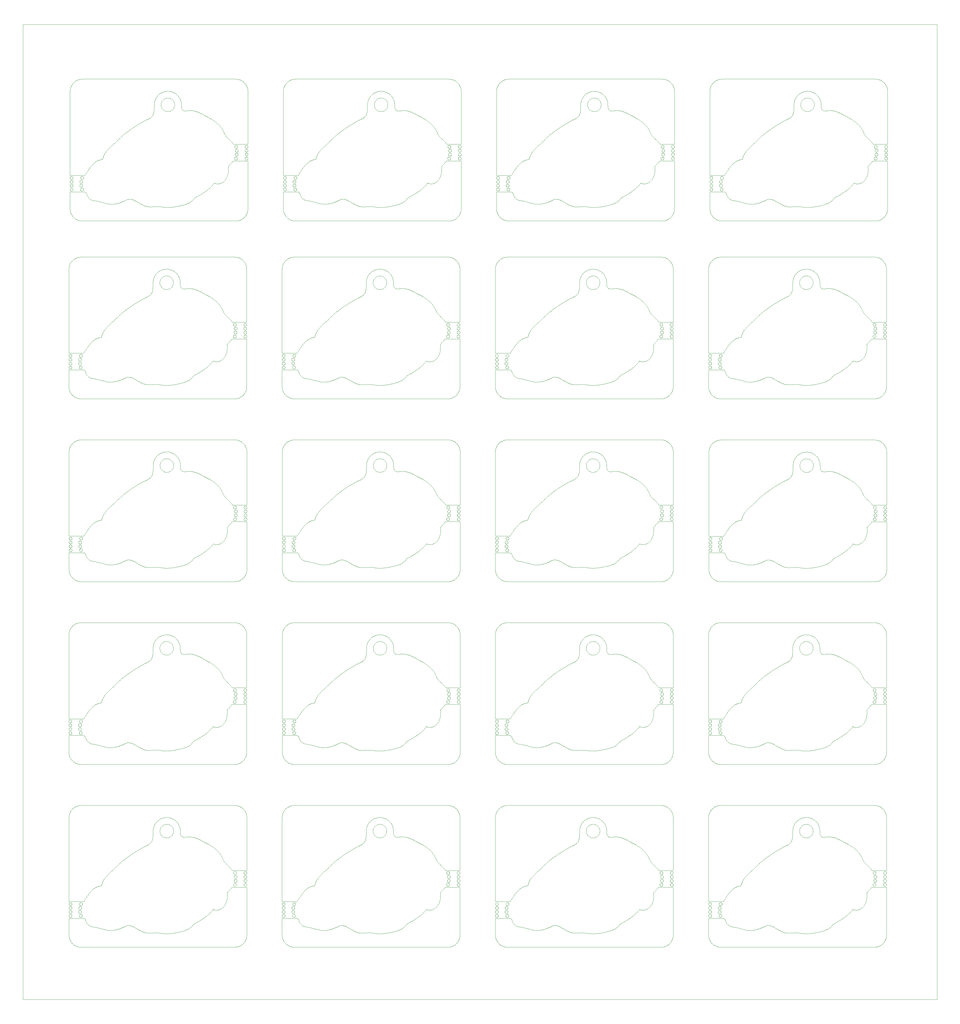
<source format=gbr>
%TF.GenerationSoftware,KiCad,Pcbnew,8.0.1*%
%TF.CreationDate,2024-09-10T16:48:50-04:00*%
%TF.ProjectId,blinkenbrain,626c696e-6b65-46e6-9272-61696e2e6b69,B*%
%TF.SameCoordinates,Original*%
%TF.FileFunction,Profile,NP*%
%FSLAX46Y46*%
G04 Gerber Fmt 4.6, Leading zero omitted, Abs format (unit mm)*
G04 Created by KiCad (PCBNEW 8.0.1) date 2024-09-10 16:48:50*
%MOMM*%
%LPD*%
G01*
G04 APERTURE LIST*
%TA.AperFunction,Profile*%
%ADD10C,0.050000*%
%TD*%
%TA.AperFunction,Profile*%
%ADD11C,0.024809*%
%TD*%
%TA.AperFunction,Profile*%
%ADD12C,0.045061*%
%TD*%
%TA.AperFunction,Profile*%
%ADD13C,0.100000*%
%TD*%
G04 APERTURE END LIST*
D10*
X216165289Y-301409871D02*
X216030431Y-301640062D01*
D11*
X71039249Y-182782280D02*
X71034961Y-182758269D01*
X71264102Y-183101017D02*
X71244319Y-183088334D01*
X284757592Y-185728954D02*
X284733581Y-185733242D01*
X196336291Y-113848482D02*
X196347059Y-113869506D01*
X335935318Y-233329592D02*
X335958909Y-233335036D01*
X282284423Y-123972549D02*
X282298898Y-123990969D01*
X71844785Y-185612208D02*
X71827093Y-185627533D01*
D10*
X212351408Y-315789905D02*
X212210462Y-315655553D01*
D11*
X284799049Y-182234719D02*
X284821191Y-182225989D01*
X125107481Y-232627181D02*
X125100910Y-232604042D01*
D10*
X141208250Y-153128827D02*
X141271939Y-152939849D01*
D11*
X141478614Y-246057237D02*
X141502626Y-246052949D01*
X71956450Y-305039886D02*
X71966214Y-305061485D01*
D10*
X216669362Y-129198480D02*
X216697721Y-129219331D01*
D11*
X268640243Y-355440195D02*
X268621823Y-355425720D01*
X214459304Y-243528137D02*
X214480903Y-243518373D01*
D10*
X95006110Y-133087330D02*
X95315247Y-133240449D01*
D11*
X214575972Y-126948243D02*
X214571684Y-126924231D01*
X211563690Y-183482565D02*
X211588092Y-183485666D01*
X284652683Y-306117914D02*
X284673102Y-306106173D01*
D10*
X334169093Y-297628778D02*
X334267247Y-297509868D01*
D11*
X268492467Y-352693578D02*
X268482703Y-352671979D01*
X75368195Y-302373855D02*
X75382670Y-302392275D01*
X126175982Y-295194457D02*
X126168316Y-295217113D01*
D10*
X176107964Y-155403778D02*
X175946356Y-155263769D01*
D11*
X265380804Y-117833539D02*
X265386249Y-117809948D01*
D10*
X171415050Y-252291273D02*
X171897078Y-252351083D01*
D11*
X285322522Y-186282081D02*
X285334263Y-186302500D01*
X144251765Y-303893408D02*
X144256053Y-303869397D01*
X199090193Y-293288141D02*
X199113783Y-293293585D01*
X75183019Y-243777862D02*
X75191749Y-243800004D01*
D10*
X268230122Y-271464114D02*
X268364474Y-271605060D01*
X250179941Y-132682041D02*
X250377971Y-132587481D01*
D11*
X214612591Y-302373840D02*
X214627916Y-302356148D01*
X211041593Y-246656777D02*
X211036148Y-246633187D01*
D12*
X101866024Y-280550083D02*
X101778584Y-280487903D01*
D11*
X74256794Y-184220502D02*
X74245053Y-184200083D01*
X211963113Y-185061470D02*
X211971844Y-185083612D01*
X71088193Y-303735239D02*
X71099934Y-303714820D01*
X196324550Y-114333738D02*
X196311868Y-114353521D01*
X125720398Y-235534529D02*
X125695996Y-235531428D01*
D10*
X233399767Y-310801368D02*
X234000192Y-311154439D01*
X105231351Y-372237327D02*
X105708522Y-372161152D01*
D11*
X339486677Y-233685414D02*
X339492122Y-233709004D01*
D12*
X245164856Y-217832602D02*
X245204789Y-217933881D01*
D11*
X142058858Y-305325537D02*
X142054570Y-305349549D01*
X211126211Y-364259395D02*
X211112616Y-364240278D01*
X281789184Y-242276177D02*
X281810783Y-242285942D01*
X198587197Y-354704685D02*
X198604131Y-354688540D01*
X335408305Y-233574862D02*
X335420045Y-233554443D01*
X335267694Y-295260839D02*
X335257930Y-295239240D01*
X144824292Y-183142020D02*
X144802150Y-183133289D01*
X74780551Y-182244499D02*
X74802150Y-182234734D01*
X141031860Y-186584788D02*
X141029977Y-186560025D01*
X199066181Y-236815074D02*
X199041779Y-236818175D01*
X212312492Y-124010085D02*
X212325175Y-124029869D01*
D10*
X174782958Y-312301211D02*
X175261323Y-312237327D01*
D11*
X129417058Y-296382960D02*
X129413957Y-296407362D01*
X142078924Y-126024374D02*
X142056268Y-126032040D01*
D10*
X293050651Y-173862962D02*
X292841084Y-174139449D01*
D12*
X103512565Y-216496170D02*
X103622393Y-216515783D01*
D10*
X317363786Y-277376437D02*
X317293767Y-277169465D01*
D11*
X338903787Y-355846130D02*
X338928879Y-355845496D01*
X145517561Y-302539015D02*
X145524131Y-302562153D01*
D10*
X314007712Y-334337038D02*
X313788365Y-334297863D01*
D11*
X74639388Y-125333956D02*
X74651129Y-125313537D01*
X285050514Y-186069245D02*
X285073169Y-186076911D01*
X266357225Y-114925018D02*
X266378249Y-114935786D01*
X265322751Y-293533404D02*
X265334491Y-293512985D01*
D10*
X281422538Y-332575123D02*
X281512044Y-332399892D01*
D11*
X195498898Y-292000215D02*
X195523300Y-291997114D01*
X74718825Y-306085656D02*
X74740968Y-306076926D01*
X338538151Y-292190432D02*
X338552626Y-292172012D01*
X281513836Y-183480048D02*
X281538928Y-183480682D01*
X268443802Y-236382945D02*
X268441919Y-236358182D01*
X214716224Y-243088319D02*
X214697107Y-243074725D01*
X281681488Y-184793257D02*
X281703630Y-184801988D01*
X198533916Y-236165445D02*
X198542647Y-236143302D01*
X265298715Y-292042663D02*
X265320314Y-292032899D01*
X144655784Y-186117929D02*
X144676203Y-186106188D01*
X141789556Y-366939256D02*
X141769773Y-366951938D01*
X196004891Y-236234837D02*
X196009179Y-236258848D01*
X144990274Y-185612208D02*
X144972582Y-185627533D01*
X269345884Y-174018652D02*
X269333201Y-174038435D01*
X334998484Y-296188101D02*
X335006150Y-296165445D01*
X141967608Y-305543017D02*
X141953133Y-305561437D01*
X141418670Y-364773592D02*
X141442682Y-364769304D01*
D10*
X259069616Y-364635817D02*
X259210832Y-364657714D01*
X178093472Y-280477436D02*
X178052357Y-280434287D01*
D11*
X336053671Y-232691287D02*
X336044941Y-232713430D01*
D10*
X333357187Y-122356511D02*
X333382259Y-122107620D01*
D11*
X335869124Y-116219409D02*
X335890148Y-116208641D01*
X284906745Y-243183463D02*
X284884603Y-243174732D01*
X74220154Y-365129422D02*
X74226725Y-365106283D01*
X71966214Y-183777862D02*
X71974945Y-183800005D01*
X142034889Y-306367281D02*
X142042555Y-306389936D01*
D10*
X224232185Y-172588857D02*
X223982523Y-172829618D01*
X191577436Y-363794576D02*
X191784667Y-363587500D01*
D11*
X198459736Y-353887688D02*
X198454292Y-353864098D01*
X338704276Y-233431020D02*
X338722696Y-233416545D01*
X72221428Y-124658974D02*
X72203008Y-124673449D01*
X335539554Y-355507453D02*
X335517412Y-355498722D01*
X128615671Y-234075978D02*
X128601196Y-234057559D01*
X335867018Y-234608926D02*
X335891030Y-234613214D01*
D12*
X102773332Y-280905278D02*
X102663504Y-280885664D01*
D11*
X281598016Y-127226227D02*
X281580324Y-127210902D01*
X269181716Y-172899174D02*
X269161297Y-172910914D01*
X266239674Y-353815691D02*
X266236573Y-353840094D01*
X195523300Y-231997106D02*
X195548063Y-231995223D01*
X125152455Y-352190454D02*
X125166930Y-352172035D01*
D10*
X288937967Y-370173518D02*
X289063447Y-370180266D01*
D11*
X265244635Y-355194457D02*
X265238064Y-355171319D01*
X211598016Y-123906453D02*
X211616436Y-123891978D01*
X195680863Y-172024184D02*
X195703006Y-172032914D01*
D10*
X122693704Y-181973712D02*
X122768432Y-181735784D01*
D11*
X335252764Y-296772611D02*
X335231739Y-296761843D01*
X141099934Y-184220495D02*
X141088193Y-184200076D01*
X125203053Y-292858444D02*
X125185361Y-292843119D01*
X125503223Y-113808280D02*
X125516818Y-113789163D01*
D10*
X76368113Y-241182733D02*
X76228334Y-241409878D01*
D11*
X142026158Y-306724729D02*
X142016394Y-306746328D01*
X281112430Y-246551285D02*
X281114313Y-246526522D01*
D10*
X76394338Y-367661088D02*
X76423864Y-367680673D01*
D11*
X338538151Y-173474077D02*
X338552626Y-173455658D01*
X284259802Y-245242869D02*
X284262903Y-245218467D01*
D10*
X236916997Y-283286545D02*
X236744104Y-283379270D01*
D11*
X268451191Y-172383900D02*
X268456635Y-172360310D01*
D10*
X197002086Y-210595064D02*
X197182151Y-210676216D01*
D11*
X71371942Y-303149685D02*
X71349286Y-303142020D01*
X128459736Y-172360325D02*
X128466307Y-172337187D01*
X339595835Y-115768846D02*
X339576051Y-115781528D01*
D12*
X245411574Y-101455884D02*
X245353564Y-101546373D01*
D11*
X215337364Y-366767352D02*
X215325623Y-366787771D01*
X265474789Y-294620700D02*
X265495813Y-294609932D01*
X284614820Y-246266220D02*
X284630146Y-246248527D01*
X211930840Y-186282081D02*
X211942581Y-186302500D01*
X125911448Y-118416899D02*
X125886685Y-118418782D01*
X195175521Y-356723841D02*
X195157102Y-356709366D01*
X285538737Y-126899829D02*
X285535637Y-126924231D01*
X211635694Y-243495398D02*
X211658832Y-243501969D01*
X281904563Y-183675905D02*
X281918157Y-183695022D01*
D10*
X146434086Y-128993485D02*
X146484494Y-129041597D01*
D11*
X281109515Y-182411376D02*
X281123110Y-182392260D01*
X74222914Y-305039886D02*
X74233682Y-305018862D01*
X211874763Y-184295492D02*
X211858618Y-184312425D01*
D10*
X167306259Y-312196181D02*
X167565132Y-312197166D01*
D11*
X282038903Y-242936849D02*
X282028135Y-242957873D01*
X144945134Y-303528152D02*
X144966158Y-303538920D01*
D10*
X199021135Y-374544550D02*
X198931629Y-374719780D01*
X338928520Y-332399900D02*
X339018027Y-332575130D01*
D11*
X141327144Y-364802003D02*
X141349286Y-364793272D01*
X284644061Y-183028780D02*
X284627916Y-183011846D01*
X128848627Y-114179161D02*
X128844339Y-114155150D01*
X266324166Y-118076804D02*
X266316500Y-118099460D01*
D12*
X173400950Y-280919461D02*
X173287688Y-280928073D01*
D11*
X125759860Y-116303386D02*
X125776794Y-116287241D01*
X268524557Y-176060470D02*
X268538151Y-176041353D01*
X281450164Y-126682321D02*
X281458894Y-126660179D01*
X266150230Y-117541079D02*
X266168650Y-117555554D01*
D10*
X268758816Y-137113315D02*
X268624465Y-137254262D01*
D11*
X199382652Y-232773913D02*
X199368177Y-232792333D01*
X265892994Y-115781536D02*
X265873210Y-115768853D01*
X281026242Y-185251265D02*
X281026876Y-185226173D01*
X215076329Y-185504102D02*
X215063646Y-185523886D01*
X268830611Y-174243503D02*
X268807021Y-174238059D01*
D10*
X313873919Y-214339321D02*
X313651002Y-214310992D01*
D11*
X281874763Y-302356148D02*
X281890088Y-302373840D01*
X71844785Y-306174006D02*
X71861719Y-306190151D01*
D10*
X282652076Y-196037821D02*
X282498696Y-195917411D01*
D11*
X145597671Y-123843208D02*
X145618695Y-123853976D01*
X195580457Y-295498737D02*
X195558858Y-295488973D01*
X265108888Y-352754812D02*
X265096206Y-352735029D01*
X142049125Y-242562145D02*
X142054570Y-242585735D01*
D10*
X108502839Y-160716382D02*
X108384559Y-160684336D01*
D11*
X125982929Y-294645138D02*
X126002045Y-294658732D01*
X285117333Y-185083612D02*
X285124998Y-185106268D01*
X284266376Y-183695030D02*
X284279970Y-183675913D01*
D12*
X243452621Y-340905278D02*
X243341006Y-340919461D01*
D11*
X125447376Y-356818190D02*
X125422974Y-356815090D01*
X199371493Y-356121711D02*
X199381258Y-356143310D01*
X129204457Y-113608649D02*
X129228047Y-113603204D01*
X145431456Y-362472618D02*
X145441220Y-362494216D01*
X285266444Y-306862768D02*
X285250299Y-306879701D01*
X265514012Y-176818175D02*
X265489249Y-176820058D01*
X129654164Y-117009104D02*
X129636472Y-117024429D01*
X75158875Y-183917811D02*
X75160758Y-183942573D01*
X338463206Y-293620817D02*
X338470871Y-293598162D01*
X338618722Y-173389562D02*
X338637142Y-173375087D01*
X265519078Y-293337077D02*
X265540102Y-293326309D01*
X265365112Y-292947850D02*
X265342457Y-292940184D01*
X141921258Y-365523901D02*
X141907664Y-365543017D01*
X128833712Y-176810794D02*
X128810122Y-176805350D01*
X125936744Y-356544507D02*
X125925976Y-356565531D01*
X129598936Y-118336137D02*
X129579152Y-118348819D01*
X72256054Y-127194772D02*
X72239120Y-127210917D01*
X215006926Y-123972549D02*
X215022251Y-123954857D01*
X129813910Y-116648176D02*
X129813275Y-116673268D01*
X196030387Y-116166192D02*
X196054789Y-116163092D01*
X199473901Y-292407927D02*
X199477002Y-292432330D01*
D10*
X165628650Y-133380590D02*
X165947068Y-133505003D01*
D11*
X142360549Y-128323438D02*
X142350785Y-128345037D01*
X214736007Y-183101002D02*
X214716224Y-183088319D01*
X214571684Y-126924231D02*
X214568583Y-126899829D01*
X265460255Y-292967254D02*
X265435853Y-292964153D01*
X75181238Y-186939256D02*
X75161455Y-186951938D01*
X75384609Y-127210917D02*
X75366917Y-127226242D01*
X336073352Y-232425366D02*
X336077640Y-232449378D01*
X74648706Y-184454625D02*
X74623944Y-184452742D01*
D10*
X259349348Y-304670790D02*
X259491114Y-304675333D01*
D11*
X199579152Y-117065181D02*
X199558733Y-117076922D01*
X338964579Y-235575988D02*
X338940177Y-235572887D01*
X265323415Y-352931469D02*
X265301816Y-352921705D01*
X141327144Y-363518380D02*
X141349286Y-363509650D01*
D10*
X282470445Y-137113315D02*
X282342939Y-136966027D01*
D11*
X284720550Y-303482573D02*
X284744953Y-303485674D01*
X266295172Y-114372623D02*
X266280697Y-114391042D01*
X284821561Y-242308450D02*
X284841980Y-242296710D01*
X128936860Y-351995224D02*
X128961952Y-351994589D01*
D10*
X174782958Y-252301203D02*
X175261323Y-252237319D01*
X118752529Y-224251160D02*
X118528893Y-224082063D01*
D11*
X145509895Y-302851665D02*
X145501164Y-302873807D01*
X214198453Y-243845791D02*
X214205023Y-243822653D01*
X75440807Y-246656784D02*
X75434236Y-246679923D01*
X71951230Y-366262313D02*
X71963913Y-366282096D01*
X195739735Y-117459578D02*
X195763325Y-117454134D01*
X75150746Y-244220494D02*
X75138063Y-244240278D01*
D10*
X257921585Y-105071760D02*
X257678519Y-104932544D01*
D11*
X339480107Y-236229551D02*
X339486677Y-236252690D01*
X144204419Y-365083627D02*
X144213149Y-365061485D01*
X266096279Y-173421039D02*
X266112423Y-173437973D01*
D10*
X335354683Y-196842910D02*
X285085911Y-196842910D01*
D11*
X145023352Y-185579129D02*
X145007208Y-185596063D01*
X269111820Y-114520391D02*
X269090796Y-114509623D01*
X335716995Y-296750103D02*
X335696576Y-296761843D01*
D10*
X320177836Y-370887192D02*
X320367562Y-370778324D01*
D11*
X335154001Y-356709351D02*
X335136309Y-356694026D01*
X75366917Y-126473736D02*
X75384609Y-126489062D01*
X74954162Y-304860552D02*
X74972582Y-304875027D01*
X74700208Y-302293284D02*
X74719325Y-302279690D01*
D12*
X171347278Y-100856809D02*
X171322374Y-100748908D01*
D11*
X129360726Y-293533411D02*
X129371493Y-293554435D01*
X211203681Y-183060250D02*
X211185989Y-183044925D01*
X265766048Y-352065187D02*
X265785831Y-352077869D01*
X71638795Y-306062689D02*
X71661933Y-306069260D01*
X144297546Y-183657508D02*
X144312871Y-183639816D01*
X145815023Y-124515139D02*
X145803282Y-124535558D01*
X211391979Y-304779021D02*
X211415569Y-304773577D01*
X195376516Y-117981676D02*
X195374633Y-117956914D01*
X281137585Y-305561422D02*
X281123110Y-305543002D01*
X198942070Y-293280752D02*
X198966832Y-293278869D01*
D10*
X282811277Y-150968779D02*
X282976085Y-150863318D01*
D11*
X75431456Y-182472618D02*
X75441220Y-182494216D01*
X265896493Y-233300148D02*
X265919149Y-233307814D01*
D10*
X102717632Y-214269541D02*
X102494707Y-214297870D01*
D11*
X214886009Y-126391966D02*
X214908664Y-126384301D01*
X74357490Y-243657500D02*
X74372815Y-243639808D01*
X265668142Y-115266263D02*
X265673587Y-115242672D01*
D10*
X146959451Y-300305103D02*
X146808483Y-300519823D01*
D11*
X195886685Y-117444862D02*
X195911448Y-117446745D01*
D10*
X84488942Y-292354909D02*
X84235286Y-292588872D01*
D11*
X71039249Y-305153012D02*
X71044694Y-305129422D01*
D10*
X194244365Y-291016159D02*
X194163013Y-290929778D01*
D11*
X71433584Y-125664635D02*
X71429296Y-125640623D01*
X211096833Y-242431160D02*
X211109515Y-242411376D01*
X195349381Y-355377309D02*
X195334055Y-355359617D01*
D10*
X268612397Y-315213938D02*
X268491988Y-315367318D01*
X179031124Y-311396758D02*
X179238027Y-311327594D01*
D11*
X285178636Y-303133274D02*
X285156494Y-303142005D01*
D10*
X84883277Y-113953618D02*
X84629621Y-114187581D01*
D11*
X334986469Y-176431366D02*
X334982181Y-176407355D01*
X211222101Y-303074725D02*
X211203681Y-303060250D01*
X145319791Y-363044940D02*
X145302099Y-363060265D01*
X265519078Y-173337077D02*
X265540102Y-173326309D01*
X284253693Y-183714813D02*
X284266376Y-183695030D01*
X71379258Y-364793272D02*
X71401914Y-364785607D01*
X265467765Y-117640070D02*
X265482240Y-117621650D01*
X195152283Y-172154342D02*
X195168428Y-172137409D01*
X281096833Y-184998428D02*
X281109515Y-184978645D01*
D12*
X175317523Y-158361084D02*
X175331705Y-158472699D01*
D10*
X164306152Y-371325276D02*
X164611775Y-371488621D01*
D11*
X75106242Y-366076926D02*
X75128385Y-366085656D01*
D10*
X114178322Y-103055630D02*
X113863640Y-102909389D01*
X308925819Y-337169465D02*
X308855784Y-337376437D01*
D11*
X195563065Y-352967269D02*
X195538302Y-352969152D01*
X281767042Y-243183463D02*
X281744386Y-243191128D01*
X284602153Y-242847314D02*
X284596708Y-242823723D01*
D10*
X328733342Y-244556182D02*
X328871846Y-244606029D01*
D11*
X335584366Y-352964153D02*
X335559964Y-352967254D01*
X281971844Y-186702571D02*
X281963113Y-186724714D01*
X195949407Y-232172027D02*
X195963882Y-232190446D01*
X195379524Y-235341189D02*
X195365930Y-235322072D01*
X74521587Y-366282096D02*
X74534270Y-366262313D01*
X195225231Y-174999606D02*
X195228332Y-174975203D01*
X338443802Y-295099307D02*
X338441919Y-295074544D01*
D10*
X215987664Y-247345305D02*
X216036650Y-247394761D01*
D11*
X71284521Y-304822535D02*
X71305545Y-304811767D01*
X145038678Y-364941123D02*
X145053153Y-364959543D01*
D12*
X175183238Y-277733825D02*
X175227901Y-277832617D01*
D11*
X215127916Y-126367998D02*
X215151927Y-126372286D01*
X141993885Y-302431175D02*
X142005626Y-302451594D01*
X72396350Y-124232867D02*
X72398233Y-124257629D01*
X74571684Y-126800135D02*
X74574785Y-126775733D01*
D10*
X281417445Y-134378821D02*
X281417445Y-128944014D01*
D11*
X74694068Y-362323084D02*
X74711760Y-362307759D01*
D10*
X103402285Y-214252338D02*
X103173065Y-214246542D01*
D11*
X285066406Y-243632855D02*
X285084098Y-243648180D01*
X281368841Y-304785592D02*
X281391979Y-304779021D01*
D10*
X222462524Y-354715025D02*
X222293113Y-355014330D01*
D11*
X335519078Y-353337077D02*
X335540102Y-353326309D01*
X71998914Y-302758269D02*
X71994626Y-302782280D01*
D10*
X169820243Y-372105983D02*
X170076308Y-372111176D01*
D11*
X195486692Y-294126765D02*
X195469758Y-294110620D01*
X75218819Y-244017511D02*
X75215718Y-244041914D01*
X282218327Y-125190099D02*
X282236019Y-125205424D01*
X75181458Y-363869397D02*
X75185746Y-363893408D01*
X268511875Y-172735006D02*
X268500134Y-172714587D01*
X71827093Y-183060265D02*
X71808673Y-183074740D01*
X141478614Y-302206323D02*
X141502626Y-302202035D01*
D12*
X244531619Y-336979762D02*
X244612542Y-337049860D01*
D11*
X141089921Y-305226188D02*
X141091804Y-305201426D01*
D10*
X336060572Y-256837721D02*
X335856784Y-256863468D01*
D11*
X195903455Y-236022948D02*
X195917930Y-236041368D01*
X195451296Y-232954428D02*
X195428157Y-232947857D01*
X141615205Y-364773592D02*
X141638795Y-364779036D01*
X339378157Y-293576019D02*
X339386887Y-293598162D01*
X265319161Y-235867424D02*
X265342299Y-235860854D01*
X285371191Y-366389921D02*
X285377762Y-366413060D01*
D10*
X247602692Y-339579636D02*
X247589512Y-339470679D01*
D11*
X195330739Y-235260846D02*
X195320975Y-235239247D01*
D10*
X228593614Y-132172459D02*
X228945515Y-132023880D01*
D11*
X268882126Y-354564390D02*
X268906888Y-354562507D01*
X338584096Y-292826952D02*
X338567952Y-292810018D01*
X75224360Y-183112757D02*
X75203336Y-183123525D01*
X196182552Y-175171319D02*
X196175982Y-175194457D01*
X338782015Y-235519656D02*
X338761596Y-235507915D01*
D10*
X244226310Y-334386795D02*
X244010813Y-334337053D01*
D11*
X281159878Y-243797706D02*
X281170646Y-243776682D01*
X284501197Y-366262298D02*
X284514791Y-366243181D01*
D10*
X301071511Y-369726815D02*
X301238435Y-369762310D01*
D11*
X75147503Y-305301135D02*
X75144403Y-305325537D01*
X196182552Y-174927601D02*
X196187997Y-174951191D01*
X196301501Y-233790921D02*
X196299618Y-233815683D01*
X265932932Y-356188116D02*
X265939503Y-356211254D01*
X196046334Y-354156565D02*
X196027217Y-354170159D01*
X339273360Y-115849601D02*
X339248958Y-115846500D01*
X71099934Y-304220495D02*
X71088193Y-304200076D01*
X74830710Y-128255501D02*
X74825266Y-128231911D01*
D10*
X319871160Y-251124790D02*
X320069190Y-251030230D01*
D12*
X174841702Y-98512262D02*
X174925954Y-98578471D01*
D10*
X302777739Y-107398140D02*
X302109843Y-107833008D01*
X141404430Y-212755194D02*
X141485583Y-212575130D01*
D11*
X266189184Y-235123702D02*
X266184896Y-235147713D01*
D10*
X77859687Y-121072603D02*
X77646612Y-121381037D01*
D11*
X75453640Y-246584780D02*
X75450539Y-246609182D01*
X214325915Y-303622867D02*
X214342849Y-303606722D01*
X196115524Y-174093686D02*
X196099380Y-174110620D01*
X75385567Y-246282088D02*
X75397308Y-246302507D01*
X145455523Y-306509842D02*
X145456158Y-306534933D01*
X335923512Y-232884562D02*
X335905820Y-232899887D01*
X74529051Y-246323531D02*
X74539819Y-246302507D01*
X195661972Y-115339454D02*
X195663855Y-115314692D01*
X145220702Y-243942565D02*
X145221336Y-243967657D01*
D10*
X71831276Y-271905735D02*
X71951686Y-271752356D01*
D11*
X338739084Y-294600175D02*
X338761226Y-294591445D01*
X141921258Y-363695037D02*
X141933941Y-363714820D01*
D10*
X199475252Y-274129891D02*
X199480518Y-274339575D01*
D11*
X211979510Y-304112640D02*
X211971844Y-304135295D01*
X268810122Y-354577223D02*
X268833712Y-354571779D01*
D10*
X308592562Y-280601583D02*
X308565913Y-280822658D01*
D11*
X71542029Y-182197052D02*
X71566791Y-182198935D01*
X196228260Y-234881799D02*
X196235926Y-234904455D01*
X125594773Y-354215115D02*
X125573175Y-354205350D01*
X212030029Y-128605872D02*
X212006439Y-128611316D01*
D10*
X180878745Y-220598369D02*
X180530672Y-220585787D01*
D11*
X195763325Y-118409511D02*
X195739735Y-118404066D01*
D10*
X76579199Y-308292726D02*
X76624867Y-308406753D01*
D11*
X196236573Y-173691580D02*
X196239674Y-173715983D01*
X125952336Y-296382967D02*
X125949235Y-296407370D01*
X199204457Y-117459570D02*
X199228047Y-117454126D01*
D10*
X316801350Y-97304673D02*
X316653877Y-97149969D01*
D11*
X339496410Y-233733016D02*
X339499511Y-233757418D01*
D10*
X311578445Y-334516842D02*
X311376160Y-334596603D01*
D11*
X285049305Y-243212415D02*
X285024543Y-243210532D01*
D10*
X199809643Y-95728600D02*
X199814909Y-95938284D01*
D11*
X195844509Y-295531436D02*
X195820107Y-295534537D01*
X71877864Y-303011861D02*
X71861719Y-303028795D01*
X214792413Y-125162037D02*
X214812196Y-125149354D01*
X215363816Y-127226227D02*
X215345396Y-127240702D01*
X214810352Y-367012622D02*
X214786762Y-367007178D01*
X281391979Y-304439887D02*
X281368841Y-304433316D01*
X336147207Y-233431027D02*
X336164899Y-233446352D01*
D12*
X241319273Y-100748893D02*
X241299660Y-100639066D01*
D11*
X198459736Y-172604043D02*
X198454292Y-172580452D01*
X141749354Y-366106188D02*
X141769773Y-366117929D01*
X129322880Y-353437980D02*
X129338205Y-353455673D01*
D10*
X249797721Y-280653206D02*
X249484601Y-280704438D01*
D11*
X281703630Y-182234719D02*
X281725229Y-182244484D01*
X282395132Y-125541260D02*
X282395766Y-125566351D01*
X339699467Y-116958318D02*
X339684142Y-116976011D01*
X74254493Y-363777870D02*
X74264257Y-363756271D01*
D10*
X248968079Y-191396743D02*
X249174982Y-191327579D01*
X152199714Y-235321464D02*
X152063781Y-235636558D01*
X107968077Y-100836958D02*
X107964241Y-100712466D01*
D11*
X198839355Y-116673268D02*
X198838721Y-116648176D01*
X215198656Y-127315648D02*
X215175518Y-127322218D01*
X211415569Y-183489954D02*
X211439581Y-183485666D01*
X196223189Y-114882570D02*
X196247200Y-114886858D01*
X338928879Y-176820685D02*
X338903787Y-176820051D01*
D12*
X240891142Y-158472684D02*
X240905325Y-158361069D01*
D10*
X295716977Y-251309637D02*
X296092641Y-251253377D01*
X155651156Y-132906596D02*
X156028859Y-132866903D01*
D11*
X281598016Y-128509880D02*
X281580324Y-128494555D01*
X141118874Y-242516351D02*
X141127604Y-242494208D01*
X281112430Y-245267631D02*
X281114313Y-245242869D01*
X145131805Y-364135318D02*
X145123075Y-364157460D01*
D10*
X245041097Y-214685811D02*
X244843799Y-214596603D01*
X281512063Y-194719765D02*
X281422557Y-194544535D01*
D11*
X198824271Y-295507475D02*
X198802129Y-295498745D01*
X125825992Y-232899188D02*
X125805573Y-232910929D01*
X265756759Y-116303371D02*
X265773693Y-116287226D01*
X215148385Y-183869382D02*
X215152673Y-183893393D01*
X199351407Y-114877578D02*
X199376170Y-114879461D01*
X336004333Y-294182827D02*
X335983914Y-294194567D01*
X335464912Y-235451831D02*
X335447978Y-235435686D01*
X71601973Y-245738232D02*
X71576881Y-245738867D01*
D10*
X323753498Y-248361269D02*
X323876074Y-248280249D01*
D11*
X338928879Y-353278220D02*
X338953971Y-353278854D01*
D10*
X238595663Y-340601598D02*
X238569014Y-340822673D01*
D11*
X195166275Y-236005256D02*
X195182420Y-235988322D01*
X282161007Y-124699711D02*
X282140588Y-124711451D01*
X265293488Y-233598169D02*
X265302218Y-233576027D01*
X196159324Y-293421054D02*
X196175468Y-293437988D01*
X265874860Y-234591437D02*
X265897003Y-234600167D01*
X144506866Y-182733866D02*
X144504983Y-182709104D01*
X71089287Y-246534925D02*
X71089921Y-246509834D01*
X144394523Y-304890353D02*
X144412215Y-304875027D01*
X195348867Y-293910834D02*
X195342297Y-293887696D01*
X214694126Y-186095405D02*
X214715724Y-186085641D01*
D10*
X141420527Y-123471999D02*
X141420527Y-95938277D01*
D11*
X265929831Y-176188101D02*
X265936402Y-176211239D01*
X125025616Y-292482191D02*
X125026250Y-292457100D01*
D10*
X155032660Y-351884890D02*
X154745251Y-352127631D01*
D11*
X281963113Y-183777847D02*
X281971844Y-183799990D01*
X199242137Y-174142082D02*
X199223717Y-174156557D01*
D10*
X334099968Y-290929763D02*
X333941149Y-290738012D01*
X262685586Y-229510441D02*
X262508775Y-229333820D01*
D11*
X125776794Y-117009097D02*
X125759860Y-116992952D01*
X269050738Y-175521697D02*
X269027148Y-175527141D01*
X145144403Y-365177024D02*
X145147503Y-365201426D01*
X144297546Y-364277822D02*
X144283071Y-364259402D01*
X269345884Y-236080253D02*
X269357625Y-236100672D01*
X128981835Y-291997107D02*
X129006237Y-292000207D01*
X211658832Y-305716939D02*
X211635694Y-305723509D01*
D12*
X242142971Y-216690393D02*
X242241762Y-216645730D01*
D11*
X141140686Y-366224777D02*
X141156011Y-366207084D01*
X269333201Y-292209548D02*
X269345884Y-292229332D01*
X338903787Y-354562492D02*
X338928879Y-354561858D01*
X265883584Y-117444847D02*
X265908347Y-117446730D01*
X128474992Y-356308014D02*
X128476875Y-356283251D01*
X125634911Y-295875105D02*
X125657054Y-295883836D01*
D10*
X320263390Y-250928650D02*
X320453116Y-250819782D01*
D11*
X335264536Y-173790914D02*
X335263901Y-173765822D01*
X142054570Y-246436657D02*
X142058858Y-246460669D01*
X126106278Y-234156557D02*
X126087161Y-234170151D01*
X269805191Y-114155135D02*
X269800903Y-114179146D01*
X281995813Y-365177009D02*
X281998914Y-365201411D01*
X335767669Y-234603943D02*
X335792761Y-234603308D01*
X125978884Y-172337194D02*
X125985454Y-172360333D01*
X211706731Y-365700558D02*
X211684589Y-365709288D01*
X129400572Y-118413791D02*
X129376170Y-118416892D01*
X269404224Y-353887688D02*
X269397654Y-353910827D01*
X198931980Y-355537062D02*
X198906888Y-355536428D01*
X71651137Y-244449626D02*
X71626735Y-244452727D01*
X141431886Y-244433323D02*
X141409230Y-244425657D01*
X284855664Y-367019996D02*
X284831262Y-367016895D01*
X281041593Y-366656777D02*
X281036148Y-366633187D01*
D10*
X331340706Y-287415134D02*
X331223490Y-287185227D01*
D12*
X245331705Y-338928757D02*
X245317523Y-339040372D01*
D11*
X338883701Y-115575918D02*
X338873937Y-115554319D01*
X211635694Y-185723509D02*
X211612104Y-185728954D01*
X215519333Y-126704977D02*
X215525904Y-126728116D01*
X281324043Y-304801988D02*
X281346185Y-304793257D01*
D12*
X171546243Y-101362503D02*
X171496990Y-101266340D01*
D10*
X97314433Y-104885269D02*
X97141540Y-104977994D01*
D11*
X71728330Y-183528144D02*
X71749354Y-183538912D01*
D12*
X101496990Y-101266340D02*
X101452328Y-101167548D01*
D11*
X71921258Y-182411391D02*
X71933941Y-182431175D01*
D10*
X262176322Y-288964939D02*
X262024531Y-288769739D01*
D11*
X126272549Y-233598176D02*
X126280214Y-233620832D01*
X199223717Y-172872912D02*
X199204601Y-172886506D01*
X335946134Y-356258841D02*
X335949235Y-356283244D01*
X265658236Y-115364531D02*
X265658871Y-115339439D01*
X268659360Y-356737428D02*
X268640243Y-356723833D01*
X199808292Y-116573920D02*
X199811393Y-116598322D01*
X281026876Y-186560010D02*
X281026242Y-186534918D01*
X141809298Y-242255259D02*
X141829717Y-242266999D01*
X196316585Y-114906538D02*
X196338727Y-114915269D01*
X198466307Y-176478103D02*
X198459736Y-176454964D01*
X145526140Y-125734027D02*
X145517410Y-125756169D01*
X335347174Y-354038443D02*
X335334491Y-354018659D01*
X71215955Y-245579121D02*
X71200630Y-245561429D01*
X141387088Y-305700558D02*
X141365489Y-305690793D01*
X339501393Y-236399640D02*
X339499511Y-236424403D01*
D12*
X102693476Y-340885664D02*
X102585575Y-340860761D01*
D11*
X269030249Y-352004495D02*
X269053839Y-352009940D01*
X198802129Y-233316544D02*
X198824271Y-233307814D01*
D12*
X242241762Y-216645730D02*
X242343041Y-216605797D01*
D11*
X269181716Y-233348810D02*
X269201500Y-233361492D01*
X268761226Y-234591445D02*
X268783882Y-234583779D01*
X145181737Y-363133289D02*
X145159595Y-363142020D01*
D10*
X252758640Y-368806462D02*
X253023689Y-368674416D01*
D11*
X215383206Y-306436650D02*
X215387494Y-306460662D01*
X339096532Y-356791098D02*
X339073876Y-356798764D01*
D10*
X285901345Y-361873275D02*
X281023091Y-361873275D01*
D11*
X284395324Y-243681259D02*
X284411469Y-243664325D01*
D10*
X324433749Y-187848465D02*
X325065525Y-187436332D01*
D11*
X266177065Y-114485208D02*
X266157282Y-114497890D01*
X214831262Y-246052942D02*
X214855664Y-246049841D01*
X144707106Y-303028795D02*
X144690961Y-303011861D01*
X72101066Y-127299267D02*
X72078924Y-127307997D01*
X211463983Y-303169074D02*
X211439581Y-303165973D01*
D10*
X147851864Y-249787256D02*
X147956322Y-249849329D01*
X228945515Y-132023880D02*
X229292664Y-131865492D01*
D11*
X128640243Y-173375102D02*
X128659360Y-173361507D01*
D10*
X313788365Y-274297863D02*
X313565448Y-274269534D01*
D11*
X141550346Y-125238517D02*
X141566491Y-125221584D01*
X265652265Y-116837949D02*
X265643534Y-116815807D01*
X141933941Y-183714820D02*
X141945682Y-183735239D01*
X125363869Y-294057574D02*
X125350275Y-294038458D01*
D10*
X257527250Y-223473051D02*
X257284184Y-223333835D01*
X177822545Y-340209274D02*
X177795194Y-340163892D01*
D11*
X129322708Y-172190447D02*
X129336302Y-172209563D01*
X284469531Y-365700543D02*
X284447933Y-365690778D01*
X145747205Y-124610570D02*
X145731060Y-124627504D01*
D10*
X304608674Y-311488606D02*
X304917811Y-311641725D01*
D11*
X71684589Y-303509650D02*
X71706731Y-303518380D01*
X215392879Y-125927287D02*
X215375187Y-125942612D01*
X339064288Y-233008704D02*
X339039525Y-233010587D01*
X126247200Y-115842235D02*
X126223189Y-115846523D01*
X71963913Y-362431175D02*
X71975654Y-362451594D01*
X265426748Y-353404909D02*
X265444440Y-353389584D01*
X215787499Y-124555326D02*
X215773904Y-124574443D01*
X141445599Y-127988645D02*
X141453265Y-127965990D01*
D10*
X76912086Y-248841805D02*
X77050792Y-249044247D01*
D11*
X72026158Y-246345130D02*
X72034889Y-246367273D01*
X284193652Y-365396262D02*
X284187081Y-365373124D01*
D10*
X111870561Y-340750900D02*
X111533695Y-340682213D01*
D11*
X142256054Y-127194772D02*
X142239120Y-127210917D01*
D10*
X110575272Y-132485916D02*
X110764998Y-132377048D01*
D11*
X129264545Y-234645137D02*
X129283661Y-234658732D01*
X198541252Y-174757730D02*
X198555727Y-174739311D01*
X72301999Y-124574458D02*
X72287524Y-124592878D01*
D10*
X104832011Y-96045532D02*
X104620645Y-95985504D01*
D11*
X284501248Y-362683997D02*
X284501882Y-362658905D01*
X265136309Y-236694026D02*
X265119375Y-236677881D01*
D10*
X80827258Y-310550149D02*
X81407380Y-310703826D01*
D11*
X195368213Y-352947865D02*
X195345558Y-352940199D01*
X335690840Y-117473799D02*
X335713496Y-117466133D01*
X338761226Y-354591445D02*
X338783882Y-354583779D01*
D10*
X168381637Y-221827851D02*
X168304209Y-222004331D01*
D11*
X284181637Y-305152997D02*
X284187081Y-305129407D01*
X268830611Y-295527141D02*
X268807021Y-295521697D01*
X199244761Y-232065171D02*
X199264545Y-232077854D01*
X215298998Y-182307744D02*
X215316690Y-182323069D01*
X141527028Y-247020003D02*
X141502626Y-247016902D01*
D10*
X215987664Y-307345305D02*
X216036650Y-307394761D01*
D11*
X125296589Y-173598184D02*
X125305319Y-173576042D01*
D12*
X245353564Y-101546373D02*
X245291384Y-101633813D01*
D11*
X199813910Y-114080893D02*
X199813275Y-114105985D01*
X198647141Y-295394250D02*
X198630997Y-295377317D01*
D10*
X165642777Y-343876967D02*
X163788035Y-344956467D01*
D12*
X245331705Y-338472699D02*
X245340318Y-338585960D01*
X171778584Y-340487903D02*
X171694332Y-340421694D01*
D11*
X198833712Y-354243518D02*
X198810122Y-354238074D01*
X285156494Y-302225989D02*
X285178636Y-302234719D01*
D12*
X101205609Y-159857190D02*
X101151908Y-159763794D01*
D11*
X144698889Y-364454625D02*
X144673798Y-364455260D01*
X338567952Y-293437965D02*
X338584096Y-293421032D01*
X144577374Y-244785599D02*
X144600513Y-244779028D01*
X284511154Y-302585728D02*
X284516599Y-302562138D01*
X198527658Y-353493209D02*
X198541252Y-353474092D01*
X339534608Y-117087675D02*
X339513010Y-117097439D01*
X211028759Y-245201411D02*
X211031860Y-245177009D01*
D12*
X245242953Y-338037522D02*
X245273006Y-338143356D01*
D10*
X312391133Y-95985489D02*
X312179752Y-96045517D01*
D11*
X144420962Y-364384670D02*
X144401179Y-364371987D01*
X141937808Y-243011853D02*
X141921663Y-243028787D01*
X199813275Y-114105985D02*
X199811393Y-114130747D01*
X129360726Y-292714602D02*
X129348985Y-292735021D01*
D12*
X101595897Y-220277741D02*
X101522051Y-220200286D01*
D11*
X281990117Y-245584460D02*
X281975642Y-245602880D01*
X269421483Y-115842212D02*
X269397471Y-115846500D01*
X281458894Y-127943832D02*
X281468659Y-127922233D01*
X268953971Y-235846130D02*
X268978734Y-235848013D01*
X211725229Y-306974432D02*
X211703630Y-306984196D01*
X214210048Y-305441061D02*
X214201318Y-305418918D01*
X212325175Y-127102811D02*
X212312492Y-127122595D01*
D10*
X319785606Y-191083332D02*
X319983636Y-190988772D01*
X96807149Y-223379277D02*
X96629836Y-223468131D01*
D11*
X198720586Y-175893592D02*
X198742185Y-175883828D01*
X129537709Y-117087690D02*
X129516111Y-117097454D01*
X75241283Y-124748394D02*
X75218627Y-124740729D01*
X268906888Y-354562507D02*
X268931980Y-354561873D01*
X144256794Y-363714828D02*
X144269477Y-363695045D01*
X71893189Y-186224777D02*
X71907664Y-186243196D01*
D12*
X311610307Y-280351581D02*
X311532852Y-280277734D01*
D11*
X71442682Y-302202035D02*
X71467084Y-302198935D01*
X199420670Y-296565524D02*
X199408929Y-296585943D01*
X198621823Y-174142082D02*
X198604131Y-174126757D01*
D10*
X128092277Y-271329777D02*
X128233223Y-271464129D01*
D11*
X195683258Y-115509543D02*
X195676688Y-115486405D01*
X335886904Y-234292357D02*
X335862142Y-234294240D01*
D10*
X216030431Y-301640062D02*
X215901345Y-301873275D01*
X330548077Y-346090104D02*
X330394037Y-345884511D01*
X184766009Y-221941101D02*
X184462302Y-221773411D01*
D11*
X269073876Y-295867417D02*
X269096532Y-295875083D01*
X336051688Y-116163077D02*
X336076450Y-116161194D01*
X211538928Y-303480682D02*
X211563690Y-303482565D01*
X141067660Y-185061485D02*
X141077425Y-185039886D01*
D12*
X172346142Y-160795644D02*
X172244863Y-160755711D01*
D11*
X339492122Y-232425358D02*
X339496410Y-232449370D01*
X75647735Y-128478425D02*
X75630802Y-128494570D01*
X196190794Y-233455672D02*
X196205269Y-233474092D01*
X335586016Y-175860854D02*
X335609155Y-175867424D01*
X199730637Y-115637159D02*
X199717043Y-115656276D01*
D10*
X213046411Y-137636530D02*
X212893031Y-137516120D01*
D11*
X71029343Y-302684012D02*
X71029977Y-302658920D01*
D10*
X222140211Y-118058542D02*
X222105147Y-118229407D01*
X149423114Y-310227333D02*
X149718228Y-310281387D01*
D11*
X281123110Y-362975734D02*
X281109515Y-362956617D01*
X339397471Y-116166185D02*
X339421483Y-116170473D01*
X335908347Y-118416884D02*
X335883584Y-118418767D01*
X335904444Y-114568480D02*
X335879353Y-114567846D01*
X266183342Y-353998255D02*
X266171602Y-354018674D01*
D10*
X166777469Y-312178176D02*
X166951510Y-312191662D01*
D12*
X101018060Y-279467560D02*
X100982996Y-279363934D01*
D11*
X198981835Y-352967261D02*
X198957072Y-352969144D01*
X125376516Y-117981676D02*
X125374633Y-117956914D01*
D12*
X171754276Y-216979754D02*
X171838528Y-216913545D01*
D11*
X214954162Y-364860552D02*
X214972582Y-364875027D01*
X74580772Y-306895861D02*
X74563838Y-306879716D01*
X195952336Y-356382967D02*
X195949235Y-356407370D01*
X144430010Y-364822535D02*
X144451034Y-364811767D01*
X145053153Y-185543017D02*
X145038678Y-185561437D01*
D10*
X315198278Y-192237312D02*
X315675449Y-192161137D01*
D11*
X285540070Y-242870452D02*
X285532404Y-242893108D01*
D10*
X238706838Y-218022682D02*
X238678510Y-218245607D01*
D11*
X126009179Y-236258848D02*
X126012280Y-236283251D01*
X281538928Y-363170957D02*
X281513836Y-363171591D01*
X338441285Y-292482169D02*
X338441919Y-292457077D01*
X339614951Y-117541072D02*
X339633371Y-117555547D01*
X71891691Y-366879716D02*
X71874757Y-366895861D01*
X125960048Y-234600174D02*
X125981646Y-234609939D01*
D12*
X241374230Y-99636216D02*
X241409294Y-99532590D01*
D10*
X121256563Y-347185242D02*
X121133600Y-346958476D01*
D12*
X245337217Y-218815481D02*
X245328604Y-218928742D01*
D11*
X336168501Y-353512985D02*
X336180241Y-353533404D01*
X72256054Y-126505206D02*
X72272199Y-126522140D01*
X195780040Y-235916100D02*
X195799823Y-235928783D01*
D10*
X182512515Y-130762481D02*
X182635936Y-130684958D01*
D11*
X281681488Y-303142005D02*
X281658832Y-303149670D01*
X141993885Y-304998443D02*
X142005626Y-305018862D01*
X198492467Y-172270790D02*
X198503235Y-172249766D01*
D10*
X177217124Y-336967195D02*
X177127934Y-336769878D01*
X146033532Y-181640077D02*
X145904446Y-181873290D01*
D11*
X269410856Y-293840071D02*
X269406568Y-293864083D01*
X339090796Y-118360545D02*
X339070377Y-118348804D01*
X199464168Y-295171326D02*
X199457598Y-295194465D01*
D10*
X297842966Y-310711674D02*
X298199279Y-310573750D01*
D11*
X126055131Y-232407927D02*
X126058232Y-232432329D01*
X71029977Y-186560025D02*
X71029343Y-186534933D01*
X214177349Y-185325522D02*
X214174248Y-185301120D01*
X199579152Y-116231172D02*
X199598936Y-116243854D01*
X74647162Y-182339229D02*
X74664096Y-182323084D01*
X281488745Y-186047958D02*
X281513836Y-186047324D01*
D10*
X192668364Y-242208139D02*
X192753648Y-241973704D01*
D11*
X269397471Y-117449823D02*
X269421483Y-117454111D01*
D12*
X173287688Y-216473374D02*
X173400950Y-216481987D01*
D11*
X129671098Y-114425676D02*
X129654164Y-114441820D01*
X141861719Y-186190151D02*
X141877864Y-186207084D01*
X125341507Y-235281870D02*
X125330739Y-235260846D01*
X74740968Y-186076926D02*
X74763623Y-186069260D01*
X125223348Y-175024368D02*
X125225231Y-174999606D01*
D10*
X215063680Y-91896363D02*
X215270542Y-91880731D01*
D11*
X145068133Y-126053969D02*
X145043041Y-126053334D01*
X75464187Y-182562153D02*
X75469632Y-182585743D01*
X269595835Y-116243839D02*
X269614951Y-116257434D01*
D12*
X102260359Y-102148792D02*
X102172919Y-102086612D01*
D10*
X318243234Y-101853138D02*
X318213779Y-101807968D01*
D11*
X125098457Y-236100687D02*
X125110198Y-236080268D01*
X74986577Y-243550652D02*
X75006360Y-243563335D01*
X285787448Y-128133627D02*
X285786813Y-128158719D01*
D10*
X195417728Y-316842925D02*
X145148956Y-316842925D01*
D11*
X74628620Y-125777768D02*
X74618856Y-125756169D01*
X144954162Y-185642008D02*
X144935045Y-185655602D01*
X71675149Y-245728961D02*
X71651137Y-245733249D01*
D10*
X119352449Y-184670805D02*
X119494215Y-184675348D01*
D11*
X141601973Y-243480689D02*
X141626735Y-243482572D01*
X211055829Y-183799990D02*
X211064559Y-183777847D01*
X128886802Y-116436782D02*
X128897570Y-116415758D01*
X285215673Y-366158666D02*
X285233366Y-366173991D01*
X211028759Y-242634143D02*
X211031860Y-242609740D01*
D10*
X243565448Y-274269534D02*
X243339240Y-274252331D01*
D11*
X125267002Y-173765837D02*
X125267637Y-173740745D01*
D10*
X260548077Y-166090104D02*
X260394037Y-165884511D01*
D11*
X145455523Y-246560017D02*
X145453640Y-246584780D01*
X71877864Y-182356163D02*
X71893189Y-182373855D01*
X265261031Y-355239255D02*
X265252300Y-355217113D01*
X198991924Y-294561873D02*
X199017016Y-294562507D01*
X281908171Y-126362380D02*
X281933263Y-126363014D01*
X215050514Y-187000592D02*
X215027376Y-187007163D01*
X145470605Y-127675635D02*
X145492748Y-127684365D01*
X129151748Y-355883828D02*
X129173346Y-355893592D01*
X141601117Y-126473736D02*
X141619537Y-126459261D01*
X142054570Y-305153012D02*
X142058858Y-305177024D01*
X336455988Y-115740784D02*
X336437568Y-115755259D01*
X285470819Y-362609740D02*
X285473920Y-362634143D01*
X281696779Y-124722219D02*
X281675755Y-124711451D01*
D12*
X313337905Y-276481980D02*
X313449520Y-276496163D01*
D10*
X185744601Y-307000259D02*
X186045370Y-306772560D01*
X282652057Y-271081839D02*
X282811277Y-270968779D01*
D11*
X72019153Y-365129422D02*
X72024598Y-365153012D01*
X71982611Y-306389936D02*
X71989181Y-306413075D01*
X71349286Y-304793272D02*
X71371942Y-304785607D01*
X339463711Y-234901115D02*
X339472441Y-234923258D01*
D10*
X118541158Y-126282523D02*
X118772688Y-125984007D01*
D11*
X195498898Y-232000207D02*
X195523300Y-231997106D01*
D10*
X76278128Y-307599786D02*
X76306487Y-307620637D01*
D11*
X144177349Y-365301135D02*
X144175466Y-365276372D01*
X335485018Y-352969137D02*
X335460255Y-352967254D01*
D12*
X172049908Y-336739660D02*
X172146072Y-336690408D01*
D11*
X281890088Y-182994154D02*
X281874763Y-183011846D01*
D10*
X326671882Y-128136761D02*
X326961022Y-127895205D01*
D11*
X198981835Y-174250907D02*
X198957072Y-174252790D01*
D12*
X315225175Y-101718065D02*
X315155078Y-101798988D01*
D11*
X196235926Y-295194457D02*
X196228260Y-295217113D01*
X282065064Y-246721374D02*
X282057398Y-246744029D01*
X125061206Y-352556448D02*
X125058105Y-352532046D01*
X265203053Y-352105939D02*
X265221473Y-352091464D01*
X268841238Y-116722418D02*
X268838137Y-116698016D01*
X71546909Y-364455252D02*
X71521818Y-364454618D01*
X71844785Y-303044940D02*
X71827093Y-303060265D01*
X265293488Y-233933475D02*
X265285822Y-233910819D01*
X195889463Y-172172035D02*
X195903938Y-172190454D01*
D10*
X190236414Y-345684259D02*
X190068852Y-345489684D01*
X313110020Y-274246535D02*
X312880799Y-274252331D01*
D11*
X268830611Y-175855402D02*
X268854623Y-175851114D01*
X144691881Y-125256217D02*
X144707206Y-125238525D01*
X195305319Y-173576042D02*
X195315084Y-173554443D01*
X195040966Y-172360333D02*
X195047537Y-172337194D01*
D12*
X312552502Y-336540680D02*
X312660403Y-336515776D01*
D11*
X265386249Y-117809948D02*
X265392819Y-117786810D01*
D10*
X217687130Y-309720611D02*
X217788819Y-309787249D01*
D11*
X71993885Y-242936841D02*
X71981202Y-242956624D01*
X74733742Y-243480063D02*
X74758833Y-243480697D01*
D12*
X105074042Y-157637661D02*
X105123294Y-157733825D01*
D11*
X284916816Y-246094400D02*
X284941218Y-246091299D01*
X145128099Y-365396277D02*
X145120434Y-365418933D01*
X285274762Y-128620588D02*
X285249999Y-128618705D01*
X199431437Y-233977216D02*
X199420670Y-233998240D01*
X268463206Y-174904455D02*
X268470871Y-174881800D01*
D10*
X332487809Y-242706251D02*
X332594826Y-242480100D01*
D11*
X268441919Y-235024361D02*
X268443802Y-234999598D01*
D10*
X111131875Y-250264620D02*
X111289560Y-250115291D01*
D11*
X71827093Y-306158681D02*
X71844785Y-306174006D01*
D10*
X312082352Y-214428238D02*
X311870971Y-214488266D01*
D11*
X74639757Y-127102826D02*
X74628017Y-127082407D01*
X144943472Y-247021886D02*
X144918709Y-247020003D01*
D12*
X104689997Y-277123706D02*
X104763844Y-277201161D01*
D10*
X291831430Y-236501291D02*
X291796366Y-236672156D01*
D11*
X339651063Y-114441805D02*
X339633371Y-114457131D01*
X339386887Y-356165438D02*
X339394553Y-356188093D01*
X284866985Y-182211753D02*
X284890575Y-182206308D01*
D10*
X75483347Y-91875487D02*
X125752112Y-91875487D01*
D11*
X71232100Y-243028787D02*
X71215955Y-243011853D01*
X269406568Y-172580437D02*
X269401123Y-172604028D01*
X284367590Y-305641993D02*
X284349170Y-305627518D01*
X269013057Y-114988271D02*
X269031477Y-114973796D01*
X285195763Y-243797714D02*
X285205528Y-243819313D01*
X266004333Y-234182827D02*
X265983914Y-234194567D01*
D12*
X312343041Y-156605797D02*
X312446668Y-156570733D01*
D10*
X281069756Y-373400443D02*
X281044009Y-373196656D01*
D11*
X74327518Y-363657508D02*
X74342843Y-363639816D01*
X125055203Y-172649844D02*
X125047537Y-172627189D01*
X71982611Y-305106283D02*
X71989181Y-305129422D01*
D10*
X263141169Y-178779681D02*
X263342100Y-178550237D01*
X253220140Y-102647327D02*
X252894406Y-102534087D01*
D11*
X335093105Y-292229339D02*
X335105787Y-292209556D01*
X141189090Y-184328585D02*
X141172156Y-184312440D01*
X71077425Y-303756263D02*
X71088193Y-303735239D01*
D10*
X122542345Y-362438657D02*
X122638392Y-362208147D01*
D12*
X311691231Y-160421679D02*
X311610307Y-160351581D01*
D11*
X265608378Y-172959865D02*
X265584366Y-172964153D01*
X126235394Y-113719973D02*
X126252328Y-113736118D01*
X215744104Y-124610555D02*
X215727959Y-124627489D01*
D10*
X222003837Y-355636566D02*
X221886656Y-355959727D01*
D11*
X211349286Y-364425665D02*
X211327144Y-364416935D01*
X126175297Y-354057574D02*
X126160822Y-354075994D01*
X145090211Y-362206323D02*
X145113801Y-362211768D01*
D12*
X314444266Y-280487888D02*
X314356826Y-280550068D01*
D11*
X281261001Y-183101002D02*
X281241218Y-183088319D01*
X281580324Y-125927279D02*
X281563390Y-125911134D01*
X141527028Y-304452735D02*
X141502626Y-304449634D01*
D10*
X333941149Y-170738012D02*
X333773342Y-170553297D01*
X141344486Y-152755202D02*
X141425639Y-152575138D01*
D11*
X195795108Y-355972185D02*
X195812041Y-355988330D01*
X281744386Y-243191128D02*
X281721248Y-243197699D01*
D12*
X105167957Y-277832617D02*
X105207890Y-277933896D01*
D10*
X117455284Y-245526772D02*
X117714724Y-245254278D01*
D11*
X145031670Y-127336949D02*
X145006907Y-127335066D01*
D10*
X300065261Y-189738079D02*
X300231540Y-189705496D01*
D11*
X198482703Y-356143310D02*
X198492467Y-356121711D01*
D10*
X199415470Y-136143259D02*
X199325964Y-136318489D01*
D11*
X199099633Y-174223837D02*
X199076977Y-174231503D01*
X199449932Y-236165445D02*
X199457598Y-236188100D01*
X199264545Y-294645145D02*
X199283661Y-294658740D01*
X195648393Y-235521696D02*
X195625255Y-235515125D01*
D12*
X101048032Y-339467560D02*
X101012968Y-339363934D01*
D10*
X156383475Y-371139951D02*
X156754046Y-371053090D01*
D11*
X211953349Y-302895391D02*
X211942581Y-302916415D01*
X336111529Y-174776824D02*
X336124212Y-174796608D01*
X285532270Y-127704882D02*
X285552689Y-127716623D01*
X141678856Y-125995112D02*
X141658437Y-125983371D01*
X199654164Y-114441820D02*
X199636472Y-114457146D01*
X265951118Y-296358190D02*
X265949235Y-296382952D01*
D10*
X112118180Y-309163772D02*
X112241601Y-309086249D01*
D11*
X199121776Y-354215107D02*
X199099633Y-354223837D01*
X71861719Y-183622875D02*
X71877864Y-183639808D01*
D12*
X175267834Y-277933896D02*
X175302897Y-278037522D01*
X102088667Y-98578471D02*
X102172919Y-98512262D01*
D11*
X269808292Y-116598307D02*
X269810174Y-116623070D01*
X215171785Y-124722219D02*
X215150761Y-124711451D01*
X198780530Y-295893592D02*
X198802129Y-295883828D01*
D10*
X286553346Y-247982278D02*
X286584544Y-248101035D01*
D11*
X284417032Y-245653651D02*
X284400098Y-245637506D01*
X336574576Y-115596949D02*
X336562836Y-115617368D01*
X71142588Y-363695037D02*
X71156183Y-363675920D01*
X214317645Y-364906497D02*
X214334579Y-364890353D01*
X268489366Y-293554420D02*
X268500134Y-293533396D01*
D10*
X149718228Y-310281387D02*
X150304651Y-310407007D01*
X247564011Y-278701041D02*
X247558216Y-278471820D01*
X245943255Y-155263754D02*
X245775000Y-155131511D01*
X247867865Y-99402035D02*
X247818135Y-99186526D01*
X83541922Y-132756881D02*
X84126746Y-132882803D01*
D11*
X126348554Y-117906730D02*
X126349188Y-117931822D01*
D10*
X332024531Y-288769739D02*
X331884929Y-288565407D01*
D11*
X268918892Y-116920782D02*
X268906210Y-116900999D01*
X211841684Y-246895846D02*
X211823992Y-246911171D01*
X335668697Y-118381085D02*
X335647099Y-118371320D01*
X335782730Y-292886499D02*
X335762947Y-292899181D01*
X215493776Y-125333941D02*
X215504544Y-125354965D01*
D10*
X267119113Y-256443460D02*
X266939049Y-256524613D01*
D11*
X268555727Y-355359624D02*
X268541252Y-355341205D01*
D10*
X216448919Y-240958651D02*
X216305068Y-241182726D01*
D11*
X214529266Y-186224762D02*
X214544592Y-186207069D01*
X269360726Y-356565524D02*
X269348985Y-356585943D01*
D10*
X251500622Y-220682198D02*
X251160030Y-220630930D01*
D11*
X145343623Y-302293284D02*
X145362043Y-302307759D01*
X71861719Y-306190151D02*
X71877864Y-306207084D01*
X335609155Y-355867424D02*
X335631810Y-355875090D01*
D10*
X289457782Y-131778975D02*
X289754404Y-131826027D01*
D11*
X281725229Y-186095405D02*
X281746253Y-186106173D01*
X215006886Y-367012622D02*
X214982875Y-367016910D01*
X71706731Y-306984211D02*
X71684589Y-306992941D01*
D10*
X110794058Y-250537660D02*
X110966493Y-250405320D01*
D12*
X174754262Y-98450082D02*
X174841702Y-98512262D01*
D11*
X265325852Y-353998255D02*
X265315084Y-353977231D01*
X285532270Y-128562373D02*
X285511245Y-128573141D01*
D10*
X94641747Y-371488621D02*
X94950884Y-371641740D01*
D11*
X141837017Y-126368013D02*
X141861419Y-126364912D01*
X71626735Y-245736349D02*
X71601973Y-245738232D01*
X195281563Y-354817042D02*
X195293303Y-354796623D01*
D12*
X104893885Y-220119363D02*
X104823788Y-220200286D01*
D11*
X198446903Y-353815684D02*
X198445020Y-353790921D01*
D10*
X112028137Y-369245802D02*
X112148152Y-369163772D01*
D11*
X281744386Y-244474774D02*
X281721248Y-244481345D01*
D10*
X182888850Y-221048625D02*
X182563116Y-220935385D01*
D11*
X338618722Y-354673200D02*
X338637142Y-354658725D01*
X282053167Y-125100678D02*
X282075823Y-125108344D01*
X144942028Y-127805793D02*
X144958173Y-127788860D01*
D10*
X285986899Y-241914733D02*
X281108645Y-241914733D01*
D11*
X281387998Y-247015890D02*
X281366974Y-247005122D01*
D10*
X214071309Y-330404247D02*
X214268195Y-330359026D01*
D11*
X74687518Y-304764320D02*
X74712280Y-304766203D01*
X215158354Y-306951923D02*
X215137935Y-306963664D01*
X284943174Y-125094115D02*
X284966764Y-125088671D01*
D10*
X281464091Y-134999152D02*
X281438344Y-134795365D01*
X87514325Y-349557036D02*
X86974592Y-350079464D01*
D11*
X268953971Y-293278854D02*
X268978734Y-293280737D01*
D10*
X95947068Y-133505003D02*
X96271252Y-133610938D01*
D11*
X144883528Y-366047973D02*
X144908619Y-366047339D01*
D10*
X148084566Y-131319335D02*
X148186255Y-131385973D01*
D11*
X265334491Y-293512985D02*
X265347174Y-293493202D01*
D10*
X317214023Y-156967180D02*
X317124833Y-156769863D01*
D11*
X125069195Y-236500758D02*
X125061529Y-236478102D01*
D10*
X251767388Y-189426322D02*
X251878989Y-189333063D01*
D11*
X336353722Y-113891090D02*
X336362452Y-113913233D01*
D10*
X308661307Y-338471820D02*
X308655510Y-338701041D01*
D11*
X71044694Y-305129422D02*
X71051264Y-305106283D01*
X195634925Y-113676578D02*
X195654708Y-113663896D01*
X145209965Y-305251280D02*
X145209330Y-305276372D01*
D10*
X177544119Y-338245622D02*
X177515797Y-338022697D01*
D11*
X269096532Y-174223822D02*
X269073876Y-174231488D01*
X145517561Y-242539007D02*
X145524131Y-242562145D01*
D10*
X199459619Y-273923029D02*
X199475252Y-274129891D01*
D11*
X129223717Y-173375102D02*
X129242137Y-173389577D01*
X74866967Y-127299267D02*
X74845369Y-127289502D01*
X145144403Y-185177024D02*
X145147503Y-185201426D01*
X74283071Y-184259402D02*
X74269477Y-184240286D01*
X335791385Y-117024407D02*
X335773693Y-117009082D01*
D10*
X107573742Y-159238249D02*
X107569906Y-159113757D01*
D11*
X211468659Y-125777746D02*
X211458894Y-125756147D01*
D10*
X251210035Y-102197071D02*
X250861962Y-102184489D01*
X232383404Y-225799431D02*
X231715508Y-226234299D01*
D11*
X268810122Y-352954428D02*
X268786983Y-352947857D01*
X129618052Y-113690165D02*
X129636472Y-113704640D01*
X128833712Y-292959872D02*
X128810122Y-292954428D01*
X142061959Y-242634150D02*
X142063842Y-242658912D01*
X71911272Y-125078772D02*
X71936364Y-125079406D01*
X71799745Y-366951938D02*
X71779326Y-366963679D01*
X71107397Y-365462674D02*
X71097632Y-365441076D01*
D10*
X127861924Y-137855067D02*
X127691780Y-137952677D01*
D11*
X144317645Y-185596063D02*
X144301500Y-185579129D01*
D10*
X337941888Y-331202256D02*
X338089176Y-331329762D01*
D11*
X214695788Y-303480690D02*
X214720550Y-303482573D01*
X268479602Y-296522886D02*
X268470871Y-296500743D01*
X264977197Y-176308006D02*
X264979080Y-176283244D01*
X126148932Y-114876952D02*
X126174024Y-114877586D01*
X285473048Y-246502120D02*
X285476149Y-246526522D01*
D12*
X104763844Y-157201161D02*
X104833941Y-157282085D01*
D11*
X269386887Y-173933467D02*
X269378157Y-173955610D01*
X195240590Y-172886514D02*
X195221473Y-172872919D01*
X196319601Y-117764169D02*
X196327267Y-117786825D01*
D10*
X75990765Y-187345320D02*
X76039751Y-187394776D01*
D11*
X284930610Y-367021879D02*
X284905518Y-367022513D01*
X125417404Y-296818190D02*
X125393002Y-296815090D01*
D12*
X312241762Y-340755696D02*
X312142971Y-340711033D01*
D11*
X71266726Y-246911178D02*
X71249034Y-246895853D01*
X71099934Y-182431175D02*
X71112616Y-182411391D01*
X74748797Y-366085656D02*
X74770940Y-366076926D01*
X125365263Y-233576034D02*
X125375028Y-233554435D01*
D10*
X129238516Y-273128834D02*
X129293098Y-273321892D01*
D11*
X284843146Y-244815035D02*
X284866737Y-244820479D01*
X145858522Y-124160862D02*
X145863967Y-124184452D01*
X265393669Y-353437988D02*
X265409814Y-353421054D01*
D10*
X317952551Y-100070529D02*
X317935353Y-99844316D01*
D11*
X141409230Y-246076918D02*
X141431886Y-246069252D01*
D10*
X100726571Y-133723431D02*
X100982389Y-133746773D01*
X288937967Y-190173518D02*
X289063447Y-190180266D01*
X231404075Y-249806344D02*
X231568032Y-249858115D01*
D11*
X125260373Y-292065187D02*
X125280792Y-292053446D01*
X125330739Y-234838058D02*
X125341507Y-234817034D01*
X269401123Y-175171311D02*
X269394553Y-175194450D01*
X125754597Y-294253432D02*
X125729505Y-294252797D01*
X128640243Y-174658740D02*
X128659360Y-174645145D01*
X145215718Y-303893408D02*
X145218819Y-303917811D01*
D10*
X234003293Y-371154454D02*
X234306152Y-371325276D01*
D11*
X196099380Y-354110620D02*
X196082446Y-354126765D01*
D10*
X245600377Y-155007316D02*
X245419665Y-154891447D01*
D11*
X125274365Y-236750110D02*
X125254582Y-236737427D01*
X339410856Y-296258834D02*
X339413957Y-296283236D01*
X141706731Y-364802003D02*
X141728330Y-364811767D01*
X75873873Y-124282721D02*
X75873239Y-124307813D01*
D10*
X196375460Y-330404254D02*
X196568518Y-330458836D01*
D11*
X196199283Y-114471628D02*
X196180166Y-114485223D01*
X265942726Y-354620715D02*
X265963145Y-354632455D01*
X125944392Y-173316560D02*
X125965991Y-173326324D01*
D10*
X306566791Y-283468124D02*
X306385793Y-283553753D01*
X218571361Y-190116036D02*
X218691804Y-190141227D01*
D11*
X194982181Y-356382967D02*
X194980298Y-356358205D01*
X211930840Y-304220480D02*
X211918157Y-304240263D01*
X128585699Y-352172027D02*
X128601025Y-352154335D01*
D10*
X219993618Y-118958787D02*
X219684258Y-119168923D01*
D11*
X74697227Y-306974447D02*
X74676203Y-306963679D01*
X199181720Y-296782383D02*
X199159577Y-296791113D01*
X265755895Y-175942370D02*
X265774315Y-175956845D01*
X198719304Y-234170144D02*
X198700187Y-234156549D01*
D10*
X244843799Y-274596603D02*
X244641532Y-274516842D01*
D11*
X281324043Y-363133274D02*
X281302444Y-363123510D01*
X281439581Y-365733242D02*
X281415569Y-365728954D01*
D12*
X103879810Y-276605812D02*
X103981088Y-276645745D01*
D11*
X196280214Y-293910834D02*
X196272549Y-293933490D01*
D10*
X224111774Y-191319102D02*
X224493556Y-191334178D01*
D11*
X75109402Y-364998443D02*
X75121143Y-365018862D01*
D10*
X319019204Y-102336811D02*
X318894073Y-102315076D01*
D11*
X199242137Y-175956853D02*
X199259829Y-175972178D01*
X198719304Y-295928783D02*
X198739087Y-295916101D01*
X145264562Y-362279690D02*
X145283679Y-362293284D01*
D10*
X338027449Y-255958869D02*
X337874070Y-256079279D01*
D12*
X244686896Y-217123691D02*
X244760743Y-217201146D01*
D11*
X198527658Y-176605726D02*
X198514976Y-176585943D01*
D10*
X107746491Y-160072240D02*
X107705267Y-159978978D01*
X110878745Y-220598369D02*
X110530672Y-220585787D01*
D11*
X125959862Y-118409511D02*
X125935850Y-118413799D01*
X339413957Y-353815669D02*
X339410856Y-353840071D01*
X198981835Y-356818183D02*
X198957072Y-356820066D01*
X214459304Y-303528137D02*
X214480903Y-303518373D01*
D10*
X191226591Y-167185242D02*
X191103628Y-166958476D01*
D11*
X281703630Y-363133274D02*
X281681488Y-363142005D01*
D10*
X267629296Y-196150882D02*
X267464488Y-196256343D01*
D11*
X265877961Y-355507468D02*
X265855305Y-355515133D01*
X129121776Y-172032906D02*
X129143374Y-172042671D01*
X141264102Y-183101017D02*
X141244319Y-183088334D01*
X128514976Y-293512992D02*
X128527658Y-293493209D01*
X145098622Y-304941123D02*
X145113097Y-304959543D01*
D10*
X264270348Y-357509883D02*
X264365759Y-357389475D01*
X90098334Y-369738094D02*
X90264613Y-369705511D01*
D11*
X144305366Y-304998443D02*
X144318049Y-304978660D01*
X198764327Y-355507475D02*
X198742185Y-355498745D01*
X144329421Y-244240278D02*
X144316738Y-244220494D01*
X211588092Y-305733242D02*
X211563690Y-305736342D01*
X71069221Y-362585743D02*
X71074666Y-362562153D01*
D10*
X251516214Y-309789669D02*
X251646939Y-309612846D01*
D12*
X242555603Y-340860761D02*
X242449769Y-340830707D01*
D11*
X75177475Y-365201426D02*
X75179358Y-365226188D01*
X281852226Y-244426105D02*
X281831807Y-244437846D01*
D12*
X171377331Y-99636231D02*
X171412395Y-99532605D01*
D11*
X281026876Y-306509827D02*
X281028759Y-306485064D01*
X195685216Y-355536420D02*
X195660454Y-355534537D01*
X144423586Y-304343918D02*
X144405894Y-304328593D01*
D10*
X197527526Y-210863332D02*
X197692334Y-210968793D01*
D11*
X211658832Y-303149670D02*
X211635694Y-303156241D01*
X211028759Y-242733851D02*
X211026876Y-242709089D01*
X71186155Y-246826663D02*
X71172560Y-246807546D01*
X141893189Y-366845090D02*
X141877864Y-366862783D01*
D10*
X220428883Y-356934694D02*
X220257505Y-357007296D01*
D11*
X336232274Y-235302297D02*
X336221507Y-235323321D01*
D10*
X141026211Y-367345320D02*
X145990765Y-367345320D01*
D11*
X265414303Y-235848021D02*
X265439066Y-235846138D01*
X214914587Y-243165973D02*
X214890575Y-243161685D01*
X141615205Y-186057245D02*
X141638795Y-186062689D01*
D10*
X328375252Y-364385283D02*
X328510691Y-364455046D01*
X211512044Y-272399892D02*
X211609654Y-272229748D01*
D12*
X175726040Y-100527466D02*
X175711858Y-100639081D01*
D10*
X282976104Y-316256343D02*
X282811296Y-316150882D01*
X248756227Y-160750461D02*
X248624869Y-160738102D01*
D11*
X74711760Y-363060265D02*
X74694068Y-363044940D01*
X75496274Y-127061383D02*
X75485506Y-127082407D01*
X284860491Y-364416928D02*
X284838348Y-364425658D01*
X339413957Y-176382945D02*
X339410856Y-176407347D01*
X125175521Y-295942385D02*
X125194638Y-295928791D01*
X336102918Y-235467156D02*
X336084498Y-235481631D01*
X128699562Y-172053439D02*
X128720586Y-172042671D01*
X129173346Y-356772619D02*
X129151748Y-356782383D01*
X269418940Y-356308014D02*
X269419575Y-356333105D01*
D10*
X268725457Y-315054718D02*
X268612397Y-315213938D01*
X329718331Y-244713042D02*
X329859640Y-244701258D01*
D11*
X199371493Y-173977224D02*
X199360726Y-173998248D01*
X195982194Y-293307829D02*
X196004336Y-293316560D01*
X268541252Y-353474092D02*
X268555727Y-353455673D01*
X71236754Y-362307759D02*
X71255174Y-362293284D01*
D12*
X103939754Y-216605804D02*
X104041032Y-216645737D01*
D11*
X338892575Y-234618666D02*
X338916165Y-234613222D01*
X125050254Y-176080276D02*
X125062937Y-176060493D01*
X214503045Y-303509642D02*
X214525701Y-303501976D01*
X128877038Y-117742019D02*
X128886802Y-117720420D01*
X281909546Y-246952629D02*
X281891126Y-246967104D01*
D10*
X259520474Y-164943728D02*
X259323998Y-164775557D01*
D11*
X141989181Y-186413075D02*
X141994626Y-186436665D01*
X195804149Y-115709329D02*
X195788004Y-115692395D01*
X211395080Y-364779036D02*
X211418670Y-364773592D01*
X126280214Y-233910826D02*
X126272549Y-233933482D01*
D10*
X102182853Y-96045532D02*
X101975881Y-96115566D01*
D11*
X125276908Y-293864105D02*
X125272620Y-293840094D01*
D10*
X218287612Y-131448031D02*
X218394715Y-131505362D01*
D11*
X145480632Y-242916422D02*
X145468891Y-242936841D01*
X281991525Y-186633187D02*
X281986080Y-186656777D01*
X141455024Y-246062681D02*
X141478614Y-246057237D01*
D10*
X109383735Y-191252483D02*
X109587491Y-191171157D01*
D11*
X281064559Y-185061470D02*
X281074324Y-185039871D01*
D10*
X197516542Y-92274933D02*
X197691772Y-92364440D01*
D11*
X281064559Y-362494201D02*
X281074324Y-362472603D01*
X128909311Y-117678977D02*
X128921993Y-117659194D01*
D10*
X234917811Y-191641725D02*
X235231214Y-191781866D01*
X71602585Y-94727536D02*
X71666274Y-94538558D01*
X192047434Y-109722190D02*
X191999328Y-109603701D01*
D11*
X74616883Y-186925661D02*
X74598464Y-186911186D01*
X284627916Y-302356148D02*
X284644061Y-302339214D01*
X269323214Y-113593283D02*
X269348306Y-113593918D01*
D10*
X179986737Y-370988787D02*
X180180937Y-370887207D01*
D11*
X269161297Y-235904345D02*
X269181716Y-235916086D01*
D10*
X309540489Y-276035873D02*
X309416293Y-276210520D01*
D11*
X196203874Y-173576042D02*
X196212605Y-173598184D01*
D10*
X216295680Y-123471984D02*
X211417426Y-123471984D01*
D11*
X211841684Y-306173991D02*
X211858618Y-306190136D01*
X145111703Y-365441076D02*
X145101939Y-365462674D01*
X141126211Y-363675920D02*
X141140686Y-363657501D01*
D10*
X118164905Y-105215443D02*
X117924686Y-105071775D01*
D11*
X141111208Y-242539007D02*
X141118874Y-242516351D01*
X215063646Y-245523886D02*
X215050052Y-245543002D01*
X125363869Y-173474100D02*
X125378344Y-173455680D01*
X145006886Y-367012622D02*
X144982875Y-367016910D01*
X266007434Y-354182842D02*
X265987015Y-354194582D01*
X145161455Y-366117929D02*
X145181238Y-366130611D01*
X141126211Y-365543017D02*
X141112616Y-365523901D01*
X214479875Y-366302515D02*
X214491615Y-366282096D01*
X71294074Y-366117929D02*
X71314493Y-366106188D01*
X335032421Y-352580445D02*
X335028133Y-352556433D01*
X212030029Y-127661383D02*
X212053167Y-127667954D01*
X71844785Y-184328585D02*
X71827093Y-184343910D01*
X129360726Y-295281886D02*
X129348985Y-295302305D01*
X129090193Y-232959864D02*
X129066181Y-232964152D01*
X71126211Y-184959543D02*
X71140686Y-184941123D01*
X145803282Y-124535558D02*
X145790600Y-124555341D01*
D10*
X160906800Y-369700675D02*
X161074612Y-369726830D01*
D12*
X311234361Y-217679104D02*
X311288062Y-217585708D01*
D11*
X269667997Y-116992944D02*
X269651063Y-117009089D01*
X74490875Y-246633194D02*
X74486587Y-246609182D01*
X128479976Y-356407362D02*
X128476875Y-356382960D01*
D12*
X102555603Y-276540695D02*
X102663504Y-276515791D01*
D11*
X141494269Y-125313529D02*
X141506951Y-125293746D01*
X265346280Y-295377294D02*
X265330954Y-295359602D01*
X145260299Y-246144198D02*
X145278718Y-246158673D01*
X141099934Y-366282096D02*
X141112616Y-366262313D01*
X211858618Y-306190136D02*
X211874763Y-306207069D01*
X129276461Y-114565970D02*
X129252059Y-114562869D01*
X281415569Y-305728954D02*
X281391979Y-305723509D01*
X145235784Y-125108366D02*
X145257927Y-125117097D01*
X128794299Y-355875098D02*
X128816955Y-355867432D01*
X142063842Y-242658912D02*
X142064476Y-242684004D01*
D12*
X315070941Y-157637646D02*
X315120193Y-157733810D01*
D10*
X308986897Y-102200292D02*
X308960248Y-102421367D01*
D11*
X269161297Y-172053424D02*
X269181716Y-172065164D01*
X214447511Y-186702571D02*
X214439845Y-186679916D01*
X71535021Y-124592878D02*
X71520546Y-124574458D01*
D10*
X237760560Y-192192067D02*
X238276417Y-192169460D01*
D11*
X265951752Y-236333098D02*
X265951118Y-236358190D01*
D10*
X153801242Y-293077310D02*
X153563594Y-293332015D01*
D11*
X282057398Y-244176753D02*
X282048667Y-244198896D01*
D10*
X178388127Y-280664153D02*
X178333697Y-280641040D01*
D11*
X215156494Y-243142005D02*
X215133838Y-243149670D01*
X199053695Y-116243854D02*
X199073478Y-116231172D01*
D10*
X331702595Y-168238570D02*
X331649998Y-168123466D01*
D11*
X268783882Y-172016495D02*
X268807021Y-172009925D01*
X281121702Y-246478108D02*
X281127147Y-246454518D01*
D10*
X141026192Y-361873290D02*
X141026192Y-334339568D01*
D11*
X128514236Y-236431366D02*
X128509948Y-236407354D01*
D10*
X327124569Y-185791121D02*
X327392239Y-185526765D01*
D11*
X196020465Y-175425713D02*
X196002045Y-175440188D01*
X338470871Y-296500743D02*
X338463206Y-296478088D01*
X75707275Y-128406263D02*
X75693681Y-128425380D01*
D12*
X105084332Y-98722415D02*
X105158179Y-98799870D01*
D11*
X128664075Y-234126749D02*
X128647141Y-234110604D01*
D10*
X151521172Y-356650409D02*
X151331490Y-356678455D01*
D11*
X145215718Y-304041922D02*
X145211430Y-304065933D01*
X285261461Y-362279675D02*
X285280578Y-362293269D01*
D10*
X178171044Y-160585558D02*
X178122921Y-160552955D01*
D11*
X269406568Y-233864083D02*
X269401123Y-233887673D01*
D10*
X98664408Y-278471835D02*
X98658611Y-278701056D01*
D12*
X101956512Y-156793362D02*
X102049908Y-156739660D01*
D11*
X72016394Y-246746320D02*
X72005626Y-246767344D01*
X211491168Y-126597137D02*
X211503850Y-126577354D01*
X269181716Y-293348810D02*
X269201500Y-293361492D01*
X141172156Y-186190151D02*
X141189090Y-186174006D01*
X75283372Y-366879716D02*
X75266439Y-366895861D01*
X128450004Y-173691573D02*
X128454292Y-173667561D01*
X215155774Y-183917796D02*
X215157657Y-183942558D01*
X211051264Y-362829009D02*
X211044694Y-362805871D01*
X211563690Y-243482565D02*
X211588092Y-243485666D01*
D10*
X98638600Y-103603048D02*
X98550135Y-103769835D01*
D11*
X128506847Y-233815676D02*
X128504964Y-233790913D01*
X265781464Y-294567468D02*
X265805476Y-294571756D01*
X269070377Y-115781528D02*
X269050594Y-115768846D01*
X71202128Y-366190151D02*
X71219062Y-366174006D01*
X196118939Y-114520414D02*
X196097341Y-114530178D01*
X284695788Y-183480690D02*
X284720550Y-183482573D01*
X195217046Y-236709358D02*
X195199354Y-236694033D01*
X335886362Y-352172020D02*
X335900837Y-352190439D01*
X71031860Y-305301135D02*
X71029977Y-305276372D01*
X284598116Y-362975734D02*
X284584521Y-362956617D01*
X335338318Y-235935043D02*
X335359916Y-235925279D01*
D10*
X261452330Y-167647819D02*
X261340706Y-167415134D01*
X251910549Y-131388378D02*
X252041274Y-131211555D01*
D11*
X125657054Y-175883836D02*
X125678653Y-175893600D01*
X281324043Y-182234719D02*
X281346185Y-182225989D01*
D10*
X105630581Y-96382910D02*
X105438533Y-96284535D01*
D12*
X311783243Y-101718065D02*
X311717034Y-101633813D01*
D11*
X269298122Y-116161201D02*
X269323214Y-116160567D01*
X198764327Y-352024176D02*
X198786983Y-352016510D01*
X265052102Y-292649829D02*
X265044436Y-292627174D01*
X196006591Y-117466148D02*
X196029246Y-117473814D01*
X141551790Y-306047973D02*
X141576881Y-306047339D01*
D10*
X168450140Y-103926500D02*
X168395955Y-104001159D01*
D11*
X196160980Y-234757715D02*
X196174574Y-234776831D01*
D10*
X261601892Y-228004977D02*
X261558518Y-227882918D01*
D11*
X284544858Y-244448621D02*
X284523834Y-244437853D01*
X266097935Y-235341182D02*
X266083460Y-235359602D01*
X211203681Y-246911171D02*
X211185989Y-246895846D01*
X141051264Y-185396277D02*
X141044694Y-185373139D01*
X71986422Y-366323539D02*
X71996186Y-366345138D01*
X71576881Y-244763678D02*
X71601973Y-244764312D01*
D10*
X281715134Y-195054718D02*
X281609673Y-194889910D01*
D11*
X214743505Y-127226227D02*
X214725813Y-127210902D01*
D10*
X127152186Y-376443475D02*
X126972122Y-376524628D01*
D11*
X281649244Y-244494178D02*
X281624482Y-244496061D01*
D12*
X241392009Y-340119371D02*
X241325800Y-340035119D01*
D10*
X128122249Y-331329777D02*
X128263195Y-331464129D01*
D11*
X268931980Y-351994589D02*
X268957072Y-351995224D01*
X338567952Y-294721603D02*
X338584096Y-294704670D01*
D10*
X110016709Y-370988787D02*
X110210909Y-370887207D01*
D12*
X102274835Y-340755711D02*
X102176044Y-340711048D01*
D10*
X179394505Y-280724909D02*
X179244473Y-280740677D01*
D11*
X335805476Y-354571756D02*
X335829066Y-354577201D01*
X211126211Y-366243196D02*
X211140686Y-366224777D01*
D10*
X218571361Y-250116036D02*
X218691804Y-250141227D01*
D11*
X71433584Y-124380989D02*
X71429296Y-124356978D01*
D10*
X283771745Y-256638618D02*
X283587097Y-256566071D01*
D11*
X211031860Y-246609175D02*
X211028759Y-246584773D01*
X145218819Y-304017519D02*
X145215718Y-304041922D01*
X71314493Y-364822535D02*
X71335517Y-364811767D01*
X281986080Y-305373124D02*
X281979510Y-305396262D01*
X196082446Y-353404909D02*
X196099380Y-353421054D01*
X144377589Y-304906497D02*
X144394523Y-304890353D01*
X145173254Y-304179059D02*
X145162486Y-304200083D01*
X212336916Y-124050288D02*
X212347684Y-124071312D01*
X141985528Y-125084390D02*
X142009540Y-125088678D01*
X334982181Y-176258841D02*
X334986469Y-176234830D01*
X268656259Y-235928768D02*
X268676042Y-235916086D01*
D10*
X107059552Y-336577809D02*
X106952311Y-336391268D01*
X263008123Y-239758612D02*
X262997210Y-239508747D01*
X196435412Y-256715439D02*
X196238526Y-256760660D01*
D11*
X335028133Y-352556433D02*
X335025032Y-352532031D01*
X265347174Y-234038443D02*
X265334491Y-234018659D01*
D12*
X242841003Y-102429401D02*
X242737376Y-102394338D01*
D11*
X338479602Y-172671964D02*
X338470871Y-172649822D01*
X284466006Y-306746313D02*
X284456241Y-306724714D01*
X144401179Y-183563343D02*
X144420962Y-183550660D01*
D12*
X245207890Y-339467560D02*
X245167957Y-339568839D01*
D10*
X288691804Y-370141227D02*
X288814046Y-370160446D01*
X198092277Y-151329777D02*
X198233223Y-151464129D01*
D11*
X215022251Y-123954857D02*
X215038396Y-123937923D01*
X339595835Y-117052484D02*
X339576051Y-117065166D01*
D10*
X326075891Y-128598953D02*
X326376660Y-128371254D01*
D12*
X172406086Y-276605812D02*
X172509713Y-276570748D01*
D11*
X269220616Y-172091441D02*
X269239036Y-172105916D01*
D10*
X109394505Y-220724901D02*
X109244473Y-220740669D01*
X231407176Y-369806359D02*
X231571133Y-369858130D01*
D11*
X211930840Y-304998428D02*
X211942581Y-305018847D01*
X196302135Y-233765829D02*
X196301501Y-233790921D01*
X141088193Y-364200076D02*
X141077425Y-364179052D01*
X268882126Y-354250907D02*
X268857724Y-354247806D01*
X215345031Y-306323524D02*
X215354795Y-306345123D01*
X214607024Y-125734012D02*
X214599358Y-125711356D01*
X338456635Y-296211232D02*
X338463206Y-296188093D01*
D10*
X141213632Y-253797797D02*
X141168411Y-253600912D01*
D11*
X266038157Y-355410388D02*
X266020465Y-355425713D01*
D12*
X103939754Y-220795636D02*
X103836127Y-220830699D01*
D11*
X281185989Y-305612193D02*
X281169055Y-305596048D01*
X199473901Y-232556433D02*
X199469613Y-232580444D01*
X268479602Y-232292373D02*
X268489366Y-232270775D01*
X281531920Y-128443784D02*
X281517445Y-128425365D01*
X211805572Y-182293269D02*
X211823992Y-182307744D01*
X74958473Y-187020011D02*
X74933711Y-187021894D01*
X269418940Y-352507276D02*
X269417058Y-352532038D01*
X196377264Y-117052491D02*
X196357480Y-117065174D01*
X215405846Y-242431160D02*
X215417587Y-242451579D01*
X196401769Y-115781551D02*
X196381350Y-115793291D01*
X128604131Y-175972178D02*
X128621823Y-175956853D01*
X141099193Y-243869381D02*
X141104638Y-243845791D01*
X265757062Y-174564368D02*
X265781464Y-174567468D01*
D10*
X253542356Y-308396479D02*
X253667944Y-308319811D01*
D12*
X175302897Y-219363926D02*
X175267834Y-219467552D01*
D11*
X281431739Y-244834715D02*
X281454395Y-244827050D01*
X211036148Y-245152997D02*
X211041593Y-245129407D01*
X211048163Y-183822645D02*
X211055829Y-183799990D01*
X265726404Y-234252782D02*
X265701642Y-234250899D01*
X74660989Y-363011861D02*
X74645664Y-362994169D01*
D12*
X312441142Y-102260490D02*
X312347746Y-102206788D01*
D11*
X196280214Y-233910826D02*
X196272549Y-233933482D01*
X281703630Y-183518365D02*
X281725229Y-183528129D01*
X125423813Y-233474092D02*
X125438288Y-233455672D01*
X338656259Y-295928768D02*
X338676042Y-295916086D01*
X336021956Y-236252697D02*
X336027400Y-236276288D01*
X71433584Y-126948258D02*
X71429296Y-126924246D01*
X72054570Y-244065918D02*
X72049125Y-244089508D01*
X214181637Y-245152997D02*
X214187081Y-245129407D01*
X265454171Y-118204428D02*
X265441488Y-118184644D01*
X268552626Y-235359609D02*
X268538151Y-235341190D01*
D10*
X128893955Y-212229762D02*
X128991565Y-212399907D01*
D11*
X214242321Y-185504102D02*
X214230581Y-185483683D01*
D10*
X85709131Y-113235226D02*
X85426995Y-113483599D01*
D11*
X125502111Y-236820065D02*
X125477348Y-236818182D01*
D12*
X101087965Y-339568839D02*
X101048032Y-339467560D01*
D11*
X269576051Y-115781528D02*
X269555632Y-115793269D01*
X129114921Y-115804052D02*
X129093897Y-115793284D01*
X214709179Y-304766188D02*
X214733581Y-304769289D01*
D10*
X146039751Y-367394776D02*
X146090159Y-367442888D01*
D11*
X144648114Y-305733257D02*
X144624103Y-305728969D01*
X199409669Y-353667561D02*
X199413957Y-353691573D01*
X74972062Y-363169089D02*
X74947660Y-363165988D01*
X284760522Y-366069245D02*
X284783661Y-366062674D01*
D10*
X305231214Y-311781866D02*
X305549632Y-311906279D01*
D11*
X71933941Y-304220495D02*
X71921258Y-304240278D01*
X212366179Y-124115053D02*
X212373845Y-124137709D01*
D10*
X326566687Y-306296496D02*
X326849206Y-306047608D01*
X99479338Y-216210527D02*
X99363470Y-216391260D01*
D11*
X335983914Y-173337077D02*
X336004333Y-173348817D01*
X141349286Y-183509650D02*
X141371942Y-183501984D01*
X199223717Y-172091456D02*
X199242137Y-172105931D01*
D10*
X238654518Y-159189126D02*
X238647618Y-159672023D01*
D11*
X199381258Y-174859672D02*
X199389988Y-174881815D01*
X141953133Y-246224769D02*
X141967608Y-246243188D01*
D12*
X315340119Y-338700713D02*
X315337217Y-338815481D01*
D11*
X214759527Y-363112757D02*
X214739108Y-363101017D01*
D10*
X109617463Y-371171157D02*
X109818679Y-371083347D01*
X307150251Y-252239221D02*
X307328768Y-252237624D01*
D11*
X281085092Y-306767337D02*
X281074324Y-306746313D01*
D10*
X241573179Y-96284520D02*
X241381110Y-96382895D01*
X182044375Y-131211570D02*
X182164824Y-131025046D01*
D11*
X284988667Y-243580363D02*
X285009086Y-243592103D01*
D10*
X78455941Y-310085063D02*
X78574462Y-310116051D01*
X154877419Y-371330169D02*
X155256821Y-371307887D01*
D11*
X282252953Y-125911134D02*
X282236019Y-125927279D01*
X128621823Y-292105931D02*
X128640243Y-292091456D01*
X335706318Y-115153137D02*
X335717086Y-115132113D01*
X211346185Y-246076911D02*
X211368841Y-246069245D01*
D10*
X160174385Y-347334959D02*
X159188389Y-348082396D01*
D11*
X129244761Y-232065171D02*
X129264545Y-232077854D01*
X75018579Y-184312448D02*
X75001645Y-184328593D01*
D10*
X317639661Y-339785570D02*
X317617134Y-339684420D01*
D11*
X335136309Y-296694026D02*
X335119375Y-296677881D01*
X284660995Y-182323069D02*
X284678687Y-182307744D01*
X71077425Y-305039886D02*
X71088193Y-305018862D01*
X281563390Y-123937923D02*
X281580324Y-123921778D01*
X199283661Y-235942370D02*
X199302081Y-235956845D01*
X128587602Y-235322080D02*
X128574920Y-235302297D01*
X285454516Y-362539000D02*
X285461086Y-362562138D01*
D10*
X238532640Y-281037914D02*
X238492006Y-281246707D01*
D11*
X284760522Y-306069245D02*
X284783661Y-306062674D01*
X129516111Y-117097454D02*
X129493968Y-117106184D01*
X141126211Y-362975749D02*
X141112616Y-362956632D01*
X75390595Y-186609190D02*
X75386307Y-186633202D01*
X285233939Y-244107376D02*
X285228495Y-244130967D01*
X211769773Y-366951938D02*
X211749354Y-366963679D01*
D10*
X241178844Y-274685811D02*
X240986775Y-274784186D01*
X309140349Y-99402035D02*
X309101173Y-99621391D01*
D11*
X268903787Y-295846130D02*
X268928879Y-295845496D01*
D10*
X174644633Y-154516857D02*
X174437676Y-154446823D01*
D11*
X71478614Y-247012614D02*
X71455024Y-247007170D01*
X194980298Y-356308021D02*
X194982181Y-356283259D01*
X71684589Y-183509650D02*
X71706731Y-183518380D01*
X211658832Y-302218323D02*
X211681488Y-302225989D01*
X211140686Y-362373855D02*
X211156011Y-362356163D01*
X145001645Y-183606737D02*
X145018579Y-183622882D01*
X199184817Y-353348825D02*
X199204601Y-353361507D01*
X125855052Y-235972177D02*
X125871985Y-235988322D01*
X334976563Y-296333098D02*
X334977197Y-296308006D01*
X129083811Y-354238074D02*
X129060221Y-354243518D01*
X338783882Y-295867417D02*
X338807021Y-295860846D01*
X265269519Y-173840079D02*
X265266419Y-173815676D01*
X336186342Y-118292735D02*
X336168650Y-118308060D01*
D10*
X320115799Y-280594466D02*
X319797721Y-280653206D01*
D11*
X198533916Y-293598177D02*
X198542647Y-293576034D01*
X211029977Y-362709104D02*
X211029343Y-362684012D01*
X71491846Y-186047973D02*
X71516937Y-186047339D01*
X199204601Y-174170152D02*
X199184817Y-174182834D01*
D12*
X315070941Y-159763779D02*
X315017239Y-159857175D01*
D11*
X141937808Y-306862783D02*
X141921663Y-306879716D01*
D12*
X175602225Y-99532605D02*
X175637288Y-99636231D01*
D11*
X141371942Y-187000607D02*
X141349286Y-186992941D01*
X214692734Y-126522125D02*
X214708879Y-126505191D01*
X71112616Y-184240278D02*
X71099934Y-184220495D01*
X145348132Y-186746328D02*
X145337364Y-186767352D01*
D10*
X308706838Y-278022682D02*
X308678510Y-278245607D01*
D11*
X126006591Y-118397496D02*
X125983452Y-118404066D01*
X74663812Y-125838995D02*
X74651129Y-125819211D01*
D12*
X105391649Y-218928749D02*
X105377467Y-219040364D01*
D11*
X71736703Y-364802003D02*
X71758302Y-364811767D01*
X199136921Y-292016510D02*
X199159577Y-292024176D01*
D10*
X87485681Y-310838115D02*
X87846067Y-310711689D01*
D11*
X335519078Y-294194567D02*
X335498659Y-294182827D01*
X196493715Y-115019763D02*
X196509859Y-115036697D01*
X215050052Y-304959528D02*
X215063646Y-304978645D01*
X195277463Y-356782391D02*
X195255865Y-356772626D01*
X74992799Y-127757390D02*
X75011218Y-127742915D01*
D10*
X291328389Y-176678440D02*
X291141764Y-176714571D01*
D11*
X281890088Y-184941108D02*
X281904563Y-184959528D01*
X198604131Y-354126757D02*
X198587197Y-354110612D01*
D10*
X141091422Y-252989802D02*
X141086155Y-252780119D01*
X299240387Y-370099430D02*
X299577015Y-369923957D01*
D11*
X335249199Y-174881792D02*
X335257930Y-174859649D01*
X269667997Y-113736095D02*
X269684142Y-113753029D01*
X211488745Y-307021879D02*
X211463983Y-307019996D01*
X72078924Y-125108359D02*
X72101066Y-125117089D01*
X211302444Y-185690778D02*
X211281420Y-185680011D01*
X74995552Y-124574458D02*
X74981957Y-124555341D01*
X335801350Y-174250899D02*
X335776588Y-174252782D01*
D10*
X172434763Y-154297878D02*
X172215407Y-154337053D01*
D11*
X71911272Y-127646048D02*
X71936364Y-127646682D01*
D10*
X71026211Y-307345320D02*
X75990765Y-307345320D01*
D11*
X215354795Y-306724714D02*
X215345031Y-306746313D01*
X338717485Y-352921682D02*
X338696461Y-352910914D01*
X265070596Y-292270782D02*
X265081364Y-292249758D01*
D12*
X241775483Y-160487888D02*
X241691231Y-160421679D01*
D11*
X71142588Y-362411391D02*
X71156183Y-362392275D01*
D10*
X179244473Y-220740669D02*
X179098175Y-220750811D01*
D11*
X211026876Y-246560010D02*
X211026242Y-246534918D01*
X211786455Y-242279675D02*
X211805572Y-242293269D01*
X269418940Y-353740738D02*
X269419575Y-353765829D01*
X125857993Y-292826974D02*
X125841059Y-292843119D01*
X265701642Y-234250899D02*
X265677239Y-234247799D01*
X211986080Y-245373124D02*
X211979510Y-245396262D01*
X211591193Y-364769304D02*
X211615205Y-364773592D01*
X211547245Y-127177823D02*
X211531920Y-127160131D01*
X126316585Y-115822554D02*
X126293929Y-115830220D01*
X284221420Y-184157445D02*
X284212689Y-184135303D01*
D10*
X91792954Y-249916827D02*
X91952352Y-249981666D01*
D11*
X339472441Y-233639620D02*
X339480107Y-233662275D01*
X265024644Y-236544492D02*
X265014880Y-236522893D01*
D12*
X101057993Y-157832617D02*
X101102655Y-157733825D01*
D11*
X336473680Y-115003603D02*
X336490614Y-115019748D01*
D10*
X230398922Y-189686265D02*
X230567007Y-189679584D01*
X81808921Y-236459840D02*
X81773857Y-236630705D01*
X71344486Y-152755202D02*
X71425639Y-152575138D01*
D11*
X211728330Y-365690793D02*
X211706731Y-365700558D01*
D10*
X180906549Y-190405328D02*
X181071931Y-190264628D01*
X119182949Y-224614904D02*
X118970721Y-224428520D01*
X198627558Y-93062838D02*
X198761910Y-93203784D01*
D11*
X211048163Y-302539000D02*
X211055829Y-302516344D01*
X196004336Y-293316560D02*
X196025935Y-293326324D01*
D10*
X286621766Y-308406738D02*
X286672015Y-308518835D01*
X151713913Y-356630713D02*
X151521172Y-356650409D01*
X305959370Y-252053672D02*
X306290070Y-252138379D01*
X332153778Y-109949181D02*
X332096930Y-109837279D01*
D11*
X268903787Y-174562492D02*
X268928879Y-174561858D01*
X74273093Y-245441068D02*
X74264363Y-245418925D01*
D10*
X260942412Y-107688813D02*
X260788372Y-107483220D01*
D11*
X265960044Y-175466450D02*
X265939625Y-175478190D01*
X284678687Y-363060250D02*
X284660995Y-363044925D01*
X75382842Y-363011861D02*
X75366697Y-363028795D01*
X199419575Y-173765829D02*
X199418940Y-173790921D01*
X285326279Y-127254296D02*
X285306496Y-127266979D01*
D10*
X112556462Y-248941763D02*
X112818584Y-248806454D01*
D11*
X338903787Y-174562492D02*
X338928879Y-174561858D01*
X339256728Y-354126742D02*
X339239036Y-354142067D01*
D12*
X313559348Y-276515776D02*
X313667248Y-276540680D01*
D11*
X145204347Y-305325537D02*
X145200059Y-305349549D01*
D10*
X115773213Y-128820141D02*
X116078992Y-128598968D01*
D11*
X281185989Y-186173991D02*
X281203681Y-186158666D01*
D10*
X297027073Y-230120907D02*
X296490115Y-230646529D01*
D11*
X141327144Y-366085656D02*
X141349286Y-366076926D01*
X284592788Y-125444500D02*
X284599358Y-125421362D01*
X141551790Y-244764312D02*
X141576881Y-244763678D01*
X144991943Y-183171606D02*
X144966852Y-183170972D01*
X72272199Y-124610570D02*
X72256054Y-124627504D01*
X285136068Y-246110703D02*
X285158723Y-246118369D01*
X265791385Y-117024407D02*
X265773693Y-117009082D01*
D10*
X309385979Y-216432711D02*
X309278717Y-216619252D01*
D11*
X265978178Y-115822539D02*
X265956035Y-115813809D01*
D10*
X194760094Y-118988184D02*
X194852287Y-118866077D01*
D11*
X75026796Y-243170964D02*
X75002034Y-243169081D01*
X75396214Y-306534933D02*
X75395579Y-306560025D01*
X126465571Y-116320320D02*
X126480896Y-116338012D01*
X125522804Y-233375101D02*
X125541920Y-233361507D01*
X199159577Y-294591460D02*
X199181720Y-294600190D01*
X338443802Y-296382945D02*
X338441919Y-296358182D01*
X338717485Y-293326301D02*
X338739084Y-293316537D01*
X141304263Y-246939248D02*
X141285146Y-246925653D01*
D10*
X230793257Y-131284974D02*
X230961342Y-131278293D01*
X290600205Y-296868842D02*
X290425782Y-296934679D01*
D11*
X212236019Y-127210902D02*
X212218327Y-127226227D01*
X211077425Y-362472618D02*
X211088193Y-362451594D01*
X125739879Y-175928791D02*
X125758996Y-175942385D01*
D10*
X265975010Y-270323409D02*
X266175473Y-270359018D01*
D11*
X336183489Y-235382640D02*
X336169014Y-235401060D01*
D10*
X74879327Y-196837658D02*
X74672465Y-196822025D01*
D11*
X265365889Y-176810787D02*
X265342299Y-176805342D01*
D10*
X237941666Y-222474751D02*
X237882235Y-222544806D01*
D11*
X195828854Y-353283861D02*
X195852865Y-353288149D01*
X282140588Y-125137606D02*
X282161007Y-125149347D01*
X141039249Y-365153012D02*
X141044694Y-365129422D01*
X281538928Y-303480682D02*
X281563690Y-303482565D01*
X338538151Y-294757715D02*
X338552626Y-294739296D01*
X212003898Y-365226188D02*
X212004532Y-365251280D01*
X198504330Y-296333105D02*
X198504964Y-296308014D01*
X195150950Y-236022948D02*
X195166275Y-236005256D01*
X338989341Y-235577871D02*
X338964579Y-235575988D01*
D10*
X192991025Y-180508926D02*
X193006788Y-180259142D01*
X103568549Y-154269549D02*
X103342341Y-154252346D01*
X298887473Y-348313146D02*
X298596317Y-348551139D01*
D11*
X128816955Y-355515141D02*
X128794299Y-355507475D01*
D10*
X219920770Y-237171730D02*
X219599283Y-237360078D01*
D11*
X268463206Y-232337172D02*
X268470871Y-232314516D01*
X266120739Y-114877571D02*
X266145831Y-114876937D01*
X125828186Y-296005264D02*
X125843511Y-296022956D01*
D12*
X101048032Y-337933896D02*
X101087965Y-337832617D01*
D11*
X284831262Y-367016895D02*
X284807251Y-367012607D01*
D10*
X296750945Y-311053075D02*
X297118460Y-310952182D01*
X322170634Y-280835706D02*
X321837488Y-280750885D01*
D11*
X129030249Y-296810794D02*
X129006237Y-296815082D01*
X211137585Y-186224762D02*
X211152910Y-186207069D01*
X71089921Y-246509834D02*
X71091804Y-246485071D01*
D10*
X252509414Y-130762466D02*
X252632835Y-130684943D01*
D11*
X198630997Y-235377309D02*
X198615671Y-235359616D01*
X199389988Y-352314531D02*
X199397654Y-352337187D01*
X268873937Y-116458366D02*
X268883701Y-116436767D01*
X195261031Y-175239255D02*
X195252300Y-175217113D01*
X338470871Y-175217105D02*
X338463206Y-175194450D01*
X145241283Y-123817047D02*
X145264421Y-123810477D01*
X284612591Y-362373840D02*
X284627916Y-362356148D01*
X338463206Y-354904455D02*
X338470871Y-354881800D01*
X195839633Y-234252789D02*
X195814541Y-234253424D01*
X265221473Y-352091464D02*
X265240590Y-352077869D01*
D10*
X128092277Y-151329777D02*
X128233223Y-151464129D01*
X158599418Y-348551154D02*
X158314071Y-348795457D01*
D11*
X211302444Y-243528129D02*
X211324043Y-243518365D01*
X199336707Y-232137393D02*
X199352852Y-232154327D01*
X145058431Y-123921793D02*
X145076123Y-123906468D01*
X195330739Y-294838066D02*
X195341507Y-294817042D01*
X145218627Y-124740729D02*
X145196485Y-124731998D01*
X126586620Y-116722426D02*
X126582332Y-116746437D01*
X71104638Y-242562145D02*
X71111208Y-242539007D01*
D10*
X194664272Y-351671851D02*
X194604986Y-351573163D01*
X189352449Y-184670805D02*
X189494215Y-184675348D01*
D11*
X128555727Y-176643262D02*
X128541252Y-176624843D01*
X338527473Y-232548719D02*
X338526839Y-232523627D01*
X335397050Y-295425698D02*
X335379358Y-295410373D01*
X198664075Y-235410387D02*
X198647141Y-235394242D01*
X141728330Y-186974447D02*
X141706731Y-186984211D01*
X339357625Y-354817034D02*
X339368392Y-354838058D01*
X198533916Y-295217120D02*
X198526251Y-295194465D01*
X125166275Y-236005256D02*
X125182420Y-235988322D01*
D10*
X146735060Y-308518850D02*
X146789769Y-308628843D01*
D11*
X265854885Y-236624835D02*
X265840410Y-236643255D01*
X281169055Y-305596048D02*
X281152910Y-305579114D01*
X75053615Y-186069260D02*
X75076270Y-186076926D01*
X265311983Y-233554428D02*
X265322751Y-233533404D01*
X281841684Y-363606715D02*
X281858618Y-363622860D01*
X336068135Y-294721596D02*
X336083460Y-294739288D01*
X195740284Y-293283861D02*
X195764687Y-293280760D01*
D10*
X177515797Y-338022697D02*
X177476631Y-337803341D01*
D12*
X241535953Y-340277749D02*
X241462107Y-340200294D01*
D11*
X71111208Y-246679923D02*
X71104638Y-246656784D01*
D10*
X120839834Y-166515829D02*
X120698691Y-166300675D01*
X173113121Y-334246550D02*
X172883900Y-334252346D01*
D11*
X141837017Y-125084390D02*
X141861419Y-125081289D01*
X198574920Y-234018659D02*
X198563179Y-233998240D01*
D10*
X168388819Y-341642333D02*
X168321693Y-341827859D01*
D11*
X269248958Y-117130138D02*
X269224946Y-117125850D01*
D10*
X298681871Y-228592597D02*
X298396524Y-228836900D01*
X175482710Y-214891454D02*
X175296190Y-214784193D01*
X167883365Y-222612689D02*
X167819057Y-222678464D01*
D11*
X281152910Y-306862768D02*
X281137585Y-306845075D01*
X199099633Y-175507475D02*
X199076977Y-175515141D01*
X195223348Y-175024368D02*
X195225231Y-174999606D01*
X125598246Y-231995223D02*
X125623009Y-231997106D01*
D10*
X108789300Y-340750476D02*
X108657942Y-340738117D01*
D11*
X195699677Y-355904368D02*
X195720096Y-355916108D01*
X336295172Y-113789148D02*
X336308767Y-113808265D01*
D10*
X190452071Y-126211872D02*
X190590808Y-126177517D01*
D12*
X241322699Y-280035104D02*
X241260519Y-279947664D01*
D11*
X269357625Y-173998233D02*
X269345884Y-174018652D01*
D12*
X171263620Y-337453777D02*
X171325800Y-337366337D01*
D11*
X215146042Y-363845806D02*
X215151486Y-363869397D01*
X144616883Y-366144206D02*
X144636000Y-366130611D01*
X284187081Y-365373124D02*
X284181637Y-365349534D01*
X281041593Y-363845784D02*
X281048163Y-363822645D01*
X75374292Y-186389936D02*
X75380863Y-186413075D01*
X285594570Y-123843193D02*
X285615594Y-123853961D01*
X265706318Y-115575925D02*
X265696553Y-115554326D01*
X198444386Y-172482184D02*
X198445020Y-172457092D01*
X266627807Y-115438788D02*
X266623519Y-115462799D01*
D10*
X337858823Y-137855052D02*
X337688679Y-137952662D01*
D11*
X199181720Y-235883820D02*
X199203318Y-235893584D01*
X195123877Y-292292396D02*
X195133641Y-292270797D01*
D10*
X241376160Y-214596603D02*
X241178844Y-214685811D01*
D11*
X269096532Y-176791098D02*
X269073876Y-176798764D01*
X285172664Y-243203143D02*
X285148652Y-243207431D01*
D10*
X97279652Y-343086908D02*
X97117807Y-343189316D01*
D11*
X141966214Y-366724729D02*
X141956450Y-366746328D01*
X211415569Y-306057230D02*
X211439581Y-306052942D01*
X268807021Y-172009925D02*
X268830611Y-172004480D01*
D10*
X197467582Y-330863340D02*
X197632390Y-330968801D01*
D11*
X71236754Y-366158681D02*
X71255174Y-366144206D01*
X199813275Y-115339447D02*
X199813910Y-115364538D01*
X214212689Y-243799997D02*
X214221420Y-243777855D01*
D10*
X286030431Y-361640062D02*
X285901345Y-361873275D01*
D11*
X126000171Y-292457100D02*
X126000805Y-292482191D01*
X335701642Y-294250899D02*
X335677239Y-294247799D01*
D10*
X260193372Y-184578793D02*
X260330749Y-184537428D01*
X156028859Y-132866903D02*
X156404523Y-132810643D01*
D11*
X142340017Y-127901224D02*
X142350785Y-127922248D01*
X145128099Y-365106283D02*
X145134670Y-365129422D01*
D10*
X122341480Y-169152491D02*
X122179423Y-168964954D01*
D11*
X268932486Y-114372615D02*
X268918892Y-114353498D01*
D10*
X175738494Y-312161152D02*
X176214301Y-312074032D01*
D11*
X268463206Y-236478088D02*
X268456635Y-236454949D01*
D10*
X211422557Y-194544535D02*
X211341404Y-194364471D01*
D11*
X74216810Y-363942573D02*
X74218693Y-363917811D01*
X335219411Y-232213478D02*
X335234736Y-232195785D01*
X268906210Y-115111686D02*
X268918892Y-115091903D01*
D10*
X105117349Y-133899920D02*
X105595714Y-133836036D01*
D11*
X199516111Y-117097454D02*
X199493968Y-117106184D01*
X145034724Y-183639816D02*
X145050049Y-183657508D01*
X265849764Y-294243511D02*
X265825753Y-294247799D01*
D12*
X172406086Y-216605804D02*
X172509713Y-216570740D01*
D11*
X199457598Y-234904462D02*
X199464168Y-234927601D01*
X199053839Y-174577223D02*
X199076977Y-174583794D01*
D10*
X327678519Y-104932544D02*
X327185921Y-104664421D01*
D11*
X129184817Y-173348825D02*
X129204601Y-173361507D01*
X144923536Y-244416935D02*
X144901393Y-244425665D01*
D10*
X122953266Y-299011984D02*
X123047290Y-298895384D01*
X182301545Y-249086241D02*
X182427836Y-249012487D01*
D11*
X266209504Y-173933475D02*
X266200773Y-173955617D01*
D10*
X262997210Y-239508747D02*
X262977822Y-239259722D01*
D12*
X310949842Y-278143341D02*
X310979895Y-278037507D01*
D11*
X141091804Y-246584780D02*
X141089921Y-246560017D01*
D10*
X314641532Y-274516842D02*
X314434575Y-274446808D01*
D11*
X126160383Y-114497905D02*
X126139964Y-114509646D01*
X195931525Y-296060493D02*
X195944207Y-296080276D01*
X71675149Y-242206315D02*
X71698739Y-242211760D01*
X215108602Y-185061470D02*
X215117333Y-185083612D01*
D10*
X178137000Y-280516953D02*
X178093472Y-280477436D01*
D11*
X215284871Y-366845090D02*
X215269545Y-366862783D01*
X144569801Y-126824897D02*
X144571684Y-126800135D01*
X265214421Y-356750118D02*
X265194638Y-356737435D01*
D10*
X316547001Y-275867595D02*
X316407015Y-275705964D01*
D11*
X281963113Y-366345123D02*
X281971844Y-366367266D01*
D10*
X260600414Y-244434690D02*
X260732199Y-244373830D01*
D11*
X284733581Y-364769289D02*
X284757592Y-364773577D01*
X145426571Y-306702586D02*
X145417840Y-306724729D01*
X282395766Y-124282706D02*
X282395132Y-124307798D01*
X284561058Y-185728954D02*
X284537468Y-185723509D01*
X338946961Y-115674680D02*
X338932486Y-115656261D01*
X211989181Y-365129422D02*
X211994626Y-365153012D01*
X71566791Y-185736357D02*
X71542029Y-185738240D01*
X198998466Y-115725466D02*
X198981532Y-115709321D01*
X125925976Y-356565531D02*
X125914235Y-356585950D01*
X265776588Y-294252782D02*
X265751496Y-294253417D01*
X268552626Y-292792326D02*
X268538151Y-292773906D01*
X74389807Y-184846958D02*
X74409591Y-184834275D01*
X75096171Y-363165988D02*
X75071769Y-363169089D01*
X141365489Y-242244491D02*
X141387088Y-242234726D01*
D10*
X213146230Y-270765708D02*
X213321460Y-270676202D01*
D11*
X125639572Y-353300163D02*
X125662710Y-353293593D01*
X125713915Y-116356432D02*
X125728390Y-116338012D01*
X281185989Y-306173991D02*
X281203681Y-306158666D01*
D10*
X260836733Y-226515814D02*
X260695590Y-226300660D01*
X291745876Y-296459833D02*
X291710812Y-296630698D01*
X127527533Y-256256350D02*
X127357389Y-256353960D01*
D11*
X128552411Y-233977216D02*
X128542647Y-233955617D01*
X335509201Y-234168208D02*
X335492267Y-234152063D01*
X74969275Y-124029884D02*
X74981957Y-124010100D01*
D10*
X289684837Y-237401536D02*
X289375477Y-237611672D01*
D11*
X285156494Y-362225989D02*
X285178636Y-362234719D01*
D10*
X123538605Y-120378405D02*
X123739536Y-120148961D01*
D12*
X245599124Y-101066254D02*
X245559191Y-101167533D01*
D11*
X195789449Y-234252789D02*
X195764687Y-234250906D01*
X125055588Y-352482191D02*
X125056222Y-352457100D01*
X269684142Y-116320312D02*
X269699467Y-116338005D01*
D12*
X100924215Y-338472699D02*
X100938398Y-338361084D01*
D11*
X198780530Y-294205343D02*
X198759506Y-294194575D01*
D12*
X174591563Y-220421686D02*
X174507311Y-220487895D01*
D11*
X339027148Y-354571764D02*
X339050738Y-354577208D01*
X129654164Y-113719965D02*
X129671098Y-113736110D01*
X198957072Y-354252790D02*
X198931980Y-354253424D01*
D10*
X266939049Y-256524613D02*
X266754402Y-256597160D01*
D12*
X311474462Y-217323528D02*
X311544560Y-217242604D01*
D11*
X265608378Y-232959865D02*
X265584366Y-232964153D01*
X141744533Y-304793272D02*
X141766675Y-304802003D01*
D10*
X101749441Y-133889990D02*
X102231469Y-133949800D01*
D11*
X269397471Y-117130138D02*
X269373069Y-117133239D01*
X268953971Y-291995209D02*
X268978734Y-291997092D01*
D10*
X250734114Y-370537668D02*
X250906549Y-370405328D01*
D11*
X128810122Y-292009940D02*
X128833712Y-292004495D01*
X211979510Y-244112640D02*
X211971844Y-244135295D01*
X269073876Y-173300141D02*
X269096532Y-173307807D01*
X128454292Y-294951199D02*
X128459736Y-294927609D01*
X145284871Y-366224777D02*
X145299346Y-366243196D01*
D12*
X242995107Y-156473367D02*
X243109875Y-156470465D01*
D10*
X177917531Y-160344405D02*
X177852000Y-160254444D01*
D12*
X244061583Y-102459455D02*
X243953683Y-102484358D01*
D11*
X281725229Y-184811752D02*
X281746253Y-184822520D01*
X126232285Y-173864105D02*
X126226841Y-173887696D01*
D10*
X218691804Y-250141227D02*
X218814046Y-250160446D01*
D11*
X211808673Y-363074740D02*
X211789556Y-363088334D01*
D10*
X286305068Y-301182726D02*
X286165289Y-301409871D01*
D11*
X339204229Y-232972904D02*
X339182086Y-232981635D01*
D10*
X198728551Y-152064962D02*
X198834011Y-152229770D01*
D11*
X265707207Y-295537039D02*
X265682115Y-295536405D01*
D10*
X249575763Y-102339371D02*
X249429465Y-102349513D01*
X252170634Y-220835706D02*
X251837488Y-220750885D01*
X121823403Y-288459372D02*
X121762544Y-288350487D01*
D11*
X144647566Y-302956632D02*
X144634884Y-302936849D01*
X74304997Y-244200075D02*
X74294229Y-244179051D01*
X214781041Y-126445652D02*
X214800825Y-126432969D01*
X71031860Y-185301135D02*
X71029977Y-185276372D01*
X144784284Y-185723524D02*
X144760693Y-185728969D01*
X199702568Y-117621658D02*
X199717043Y-117640077D01*
X214748054Y-363485689D02*
X214772065Y-363489977D01*
X284817877Y-128207884D02*
X284814776Y-128183482D01*
X211805572Y-184860537D02*
X211823992Y-184875012D01*
X196114630Y-354776839D02*
X196127313Y-354796623D01*
X269050738Y-293293570D02*
X269073876Y-293300141D01*
X266603839Y-115532184D02*
X266595108Y-115554326D01*
X339401123Y-172360310D02*
X339406568Y-172383900D01*
X265438954Y-352000215D02*
X265463356Y-351997114D01*
D10*
X283501543Y-376524613D02*
X283321479Y-376443460D01*
D11*
X265978701Y-114562862D02*
X265954299Y-114565963D01*
X335873355Y-294238066D02*
X335849764Y-294243511D01*
X212357448Y-127039770D02*
X212347684Y-127061368D01*
X211827093Y-362307759D02*
X211844785Y-362323084D01*
X281513836Y-363480048D02*
X281538928Y-363480682D01*
X269201356Y-115836768D02*
X269178217Y-115830197D01*
D10*
X221883555Y-235959712D02*
X221832415Y-236124354D01*
D11*
X145138063Y-303695045D02*
X145150746Y-303714828D01*
X145241681Y-303133289D02*
X145219539Y-303142020D01*
X128699562Y-295904360D02*
X128720586Y-295893592D01*
X71998914Y-306460677D02*
X72002015Y-306485079D01*
X198482703Y-173955625D02*
X198473972Y-173933482D01*
X268527658Y-352754804D02*
X268514976Y-352735021D01*
X71244319Y-303563335D02*
X71264102Y-303550653D01*
X284943315Y-304371972D02*
X284923532Y-304384655D01*
X195954219Y-356308021D02*
X195954853Y-356333113D01*
X268659360Y-354170152D02*
X268640243Y-354156557D01*
D10*
X196757503Y-376597175D02*
X196568525Y-376660865D01*
D11*
X282357448Y-124092910D02*
X282366179Y-124115053D01*
X74577665Y-366862783D02*
X74562339Y-366845090D01*
X72183891Y-126445667D02*
X72203008Y-126459261D01*
X334977197Y-176308006D02*
X334979080Y-176283244D01*
D10*
X248383647Y-102032981D02*
X248308765Y-101943099D01*
D11*
X125690924Y-115196893D02*
X125699654Y-115174751D01*
X71439029Y-125444508D02*
X71445599Y-125421369D01*
X144676827Y-246925653D02*
X144658408Y-246911178D01*
X284972006Y-128494555D02*
X284955072Y-128478410D01*
X268739084Y-292931446D02*
X268717485Y-292921682D01*
X268761226Y-172940177D02*
X268739084Y-172931446D01*
X74334579Y-305612208D02*
X74317645Y-305596063D01*
X282001431Y-182683997D02*
X282000797Y-182709089D01*
D10*
X264259374Y-291104475D02*
X264181320Y-291016144D01*
D11*
X144832009Y-303489977D02*
X144855599Y-303495421D01*
X284838348Y-304425658D02*
X284815692Y-304433324D01*
X72340017Y-126617571D02*
X72350785Y-126638595D01*
X281439581Y-182202020D02*
X281463983Y-182198920D01*
X335936402Y-296454957D02*
X335929831Y-296478095D01*
D10*
X310979288Y-133746758D02*
X311235021Y-133781336D01*
D11*
X266192284Y-234999591D02*
X266194167Y-235024353D01*
D10*
X329709487Y-165119047D02*
X329520474Y-164943728D01*
D11*
X269348985Y-356585943D02*
X269336302Y-356605726D01*
D10*
X308492006Y-281246707D02*
X308443277Y-281448390D01*
X268615490Y-331905743D02*
X268728551Y-332064962D01*
X317566805Y-159113742D02*
X317564837Y-158983052D01*
D11*
X336233472Y-293691565D02*
X336236573Y-293715968D01*
X339118675Y-176782368D02*
X339096532Y-176791098D01*
X195449538Y-113913248D02*
X195458268Y-113891105D01*
D10*
X198991573Y-314719780D02*
X198893963Y-314889925D01*
D11*
X75034724Y-304295514D02*
X75018579Y-304312448D01*
X338532457Y-235165167D02*
X338529356Y-235140765D01*
D10*
X338230122Y-271464114D02*
X338364474Y-271605060D01*
D11*
X265854892Y-292137394D02*
X265871037Y-292154327D01*
X74191821Y-184041922D02*
X74188721Y-184017519D01*
D10*
X267788508Y-151081847D02*
X267941888Y-151202256D01*
X115985426Y-306772560D02*
X116280648Y-306538067D01*
D11*
X284488514Y-186787756D02*
X284476774Y-186767337D01*
X214503045Y-244425658D02*
X214480903Y-244416928D01*
D12*
X241344177Y-99742050D02*
X241374230Y-99636216D01*
D10*
X91104584Y-369726830D02*
X91271508Y-369762325D01*
D11*
X335423647Y-294126750D02*
X335406713Y-294110605D01*
X264982181Y-176407355D02*
X264979080Y-176382952D01*
X199053839Y-355521712D02*
X199030249Y-355527156D01*
D10*
X126168666Y-138420734D02*
X125961804Y-138436367D01*
D11*
X334979080Y-356382952D02*
X334977197Y-356358190D01*
D10*
X177580070Y-339357053D02*
X177573742Y-339238249D01*
X240588054Y-372148064D02*
X240843787Y-372182642D01*
X129415308Y-274129891D02*
X129420574Y-274339575D01*
X317473530Y-157803326D02*
X317423800Y-157587817D01*
X259632777Y-304671584D02*
X259774086Y-304659800D01*
D11*
X338830611Y-292004480D02*
X338854623Y-292000192D01*
D10*
X190288631Y-106899872D02*
X190106923Y-106717771D01*
X243275134Y-95851040D02*
X243048922Y-95868243D01*
X166545583Y-372157664D02*
X166717525Y-372178176D01*
D11*
X268443802Y-172532023D02*
X268441919Y-172507261D01*
D10*
X318308765Y-101943099D02*
X318243234Y-101853138D01*
X178137000Y-220516945D02*
X178093472Y-220477428D01*
D11*
X125355824Y-353998255D02*
X125345056Y-353977231D01*
X281725229Y-303528129D02*
X281746253Y-303538897D01*
D10*
X249584390Y-311171142D02*
X249785606Y-311083332D01*
D11*
X195857986Y-356624850D02*
X195843511Y-356643270D01*
X284799049Y-303133274D02*
X284777450Y-303123510D01*
X195960048Y-234600174D02*
X195981646Y-234609939D01*
X281055829Y-366367266D02*
X281064559Y-366345123D01*
D10*
X183083633Y-248674408D02*
X183347332Y-248539721D01*
D11*
X195695996Y-294567483D02*
X195720398Y-294564383D01*
D10*
X251125348Y-132136362D02*
X251297783Y-132004022D01*
D11*
X211942581Y-243735224D02*
X211953349Y-243756248D01*
X269368392Y-292693563D02*
X269357625Y-292714587D01*
X195954853Y-356333113D02*
X195954219Y-356358205D01*
X198647141Y-232826959D02*
X198630997Y-232810025D01*
D10*
X143749236Y-316597175D02*
X143564588Y-316524628D01*
X152398172Y-117235275D02*
X152280991Y-117558436D01*
D11*
X211658832Y-247000592D02*
X211635694Y-247007163D01*
X125982308Y-356382967D02*
X125979207Y-356407370D01*
X335757062Y-295534522D02*
X335732299Y-295536405D01*
X214935045Y-365655602D02*
X214915262Y-365668285D01*
X128542647Y-235239255D02*
X128533916Y-235217112D01*
D10*
X73878251Y-270458828D02*
X74071309Y-270404247D01*
D11*
X75147503Y-185301135D02*
X75144403Y-185325537D01*
X125665130Y-116436775D02*
X125675898Y-116415751D01*
D10*
X220777674Y-236810037D02*
X220600205Y-236868842D01*
D11*
X336194167Y-295024353D02*
X336194802Y-295049445D01*
X141788274Y-242244491D02*
X141809298Y-242255259D01*
X74969865Y-125088686D02*
X74993877Y-125084398D01*
D10*
X318159509Y-220558396D02*
X318115981Y-220518879D01*
D11*
X281488745Y-367021879D02*
X281463983Y-367019996D01*
X211152910Y-243639793D02*
X211169055Y-243622860D01*
X284660995Y-303044925D02*
X284644061Y-303028780D01*
X281368841Y-187000592D02*
X281346185Y-186992926D01*
X336249220Y-118223544D02*
X336234745Y-118241964D01*
D10*
X267333376Y-92193766D02*
X267513441Y-92274918D01*
D11*
X75241681Y-243133281D02*
X75219539Y-243142012D01*
X145034724Y-364295514D02*
X145018579Y-364312448D01*
X72019153Y-366413075D02*
X72024598Y-366436665D01*
D10*
X117395340Y-305526780D02*
X117654780Y-305254286D01*
X243339240Y-274252331D02*
X243110020Y-274246535D01*
X261735041Y-109013843D02*
X261617825Y-108783936D01*
X141031478Y-192989810D02*
X141026211Y-192780127D01*
X269335218Y-213518763D02*
X269370827Y-213719226D01*
D11*
X281141383Y-245125070D02*
X281150113Y-245102928D01*
D10*
X147465352Y-179473894D02*
X147252277Y-179782328D01*
D11*
X129136520Y-118381092D02*
X129114921Y-118371328D01*
D10*
X332110085Y-228811197D02*
X331970483Y-228606865D01*
D11*
X199114921Y-117087690D02*
X199093897Y-117076922D01*
D10*
X96048760Y-343717938D02*
X95672749Y-343876967D01*
X121561619Y-287882933D02*
X121455431Y-287647834D01*
D11*
X71546909Y-362196417D02*
X71572001Y-362197052D01*
X339413957Y-292532023D02*
X339410856Y-292556426D01*
D10*
X75148956Y-256842917D02*
X74939271Y-256837650D01*
X329914789Y-184640235D02*
X330054635Y-184613148D01*
D11*
X335249199Y-295217098D02*
X335241534Y-295194442D01*
X129775593Y-116458381D02*
X129784323Y-116480524D01*
X129276763Y-296677888D02*
X129259829Y-296694033D01*
X281890088Y-186845075D02*
X281874763Y-186862768D01*
X126031162Y-232649836D02*
X126022432Y-232671979D01*
D10*
X333129743Y-238936827D02*
X333226723Y-238821139D01*
D11*
X284670697Y-183480056D02*
X284695788Y-183480690D01*
D12*
X103227744Y-160928073D02*
X103112976Y-160930975D01*
D10*
X256852307Y-366047623D02*
X257127670Y-365791136D01*
D11*
X338451191Y-173667546D02*
X338456635Y-173643956D01*
D12*
X315355459Y-219299543D02*
X315325406Y-219405377D01*
D11*
X335495813Y-174609932D02*
X335517412Y-174600167D01*
X211588092Y-245733242D02*
X211563690Y-245736342D01*
X74942090Y-182198935D02*
X74966852Y-182197052D01*
X285110209Y-183756256D02*
X285119974Y-183777855D01*
X125758204Y-115656283D02*
X125744610Y-115637167D01*
D10*
X128931629Y-194719780D02*
X128834019Y-194889925D01*
D12*
X101462107Y-160200294D02*
X101392009Y-160119371D01*
D11*
X126316037Y-116208656D02*
X126337061Y-116219424D01*
D10*
X199238524Y-193990862D02*
X199174834Y-194179840D01*
X186356875Y-282806268D02*
X185362507Y-282288954D01*
D12*
X312946837Y-98139389D02*
X313054738Y-98114485D01*
D10*
X159582724Y-109681105D02*
X159284909Y-109911870D01*
D11*
X141861719Y-363028795D02*
X141844785Y-363044940D01*
X199224342Y-294620722D02*
X199244761Y-294632463D01*
D10*
X190974760Y-166735217D02*
X190839834Y-166515829D01*
D11*
X71058930Y-305083627D02*
X71067660Y-305061485D01*
D10*
X90402023Y-189686280D02*
X90570108Y-189679599D01*
D11*
X199184817Y-172899189D02*
X199164398Y-172910929D01*
X145468891Y-242431167D02*
X145480632Y-242451586D01*
X145529005Y-126971848D02*
X145522434Y-126994986D01*
D10*
X188910777Y-344428528D02*
X188692585Y-344251168D01*
X168055805Y-342327791D02*
X168001620Y-342402450D01*
D11*
X199319773Y-294688540D02*
X199336707Y-294704685D01*
X195921702Y-175488973D02*
X195900104Y-175498737D01*
X211809904Y-126372286D02*
X211833916Y-126367998D01*
D10*
X230903699Y-249700660D02*
X231071511Y-249726815D01*
X112173735Y-160835721D02*
X111840589Y-160750900D01*
D11*
X215028569Y-126363014D02*
X215053660Y-126362380D01*
X338618722Y-292105916D02*
X338637142Y-292091441D01*
X335979828Y-355453767D02*
X335960044Y-355466450D01*
D10*
X98309490Y-372169475D02*
X99337571Y-372114888D01*
D11*
X141159878Y-242936841D02*
X141148137Y-242916422D01*
X281074324Y-305039871D02*
X281085092Y-305018847D01*
X142042555Y-302829009D02*
X142034889Y-302851665D01*
X144639757Y-127102826D02*
X144628017Y-127082407D01*
X265892903Y-296565516D02*
X265881162Y-296585935D01*
D12*
X104299412Y-336793362D02*
X104389899Y-336851373D01*
D10*
X232801397Y-190451395D02*
X233399767Y-190801368D01*
D11*
X74558774Y-364433339D02*
X74536118Y-364425673D01*
X195315809Y-296772626D02*
X195294784Y-296761858D01*
X335498659Y-294182827D02*
X335478875Y-294170144D01*
X125754597Y-174253432D02*
X125729505Y-174252797D01*
X71966214Y-184157453D02*
X71956450Y-184179052D01*
X128474992Y-353740738D02*
X128476875Y-353715975D01*
X338676042Y-355466457D02*
X338656259Y-355453775D01*
X125422468Y-114031046D02*
X125425569Y-114006644D01*
X144579644Y-242562145D02*
X144586214Y-242539007D01*
X125017981Y-176143318D02*
X125027745Y-176121719D01*
D10*
X258910777Y-344428528D02*
X258692585Y-344251168D01*
D11*
X265409814Y-353421054D02*
X265426748Y-353404909D01*
X284925170Y-124450359D02*
X284917504Y-124427703D01*
X125987015Y-293337092D02*
X126007434Y-293348832D01*
X145288011Y-124760409D02*
X145264421Y-124754965D01*
D10*
X175603478Y-335007331D02*
X175422766Y-334891462D01*
D11*
X211971844Y-183799990D02*
X211979510Y-183822645D01*
D10*
X98710663Y-219672030D02*
X98691972Y-220144571D01*
D11*
X126316037Y-117087682D02*
X126294439Y-117097446D01*
X339073876Y-352016495D02*
X339096532Y-352024161D01*
D12*
X245269905Y-218143341D02*
X245294808Y-218251241D01*
D11*
X144780551Y-183123525D02*
X144759527Y-183112757D01*
D10*
X107101212Y-311872332D02*
X108040601Y-311642987D01*
D11*
X128868307Y-115532191D02*
X128860642Y-115509536D01*
X196060115Y-292457100D02*
X196060749Y-292482191D01*
D10*
X112762227Y-130611204D02*
X112890853Y-130540480D01*
X170622600Y-335007331D02*
X170447954Y-335131526D01*
D11*
X75382670Y-182392275D02*
X75396265Y-182411391D01*
D10*
X169875787Y-215705971D02*
X169735777Y-215867602D01*
D11*
X125834920Y-352872919D02*
X125815803Y-352886514D01*
X145126143Y-243165980D02*
X145101741Y-243169081D01*
X141426195Y-124332575D02*
X141424312Y-124307813D01*
X71819528Y-363563335D02*
X71838645Y-363576930D01*
X145264562Y-183088334D02*
X145244779Y-183101017D01*
X284411469Y-243664325D02*
X284428403Y-243648180D01*
X336340469Y-117857550D02*
X336343570Y-117881953D01*
D10*
X90738500Y-309684664D02*
X90906800Y-309700675D01*
D11*
X145313344Y-246879708D02*
X145296411Y-246895853D01*
X336354379Y-116231149D02*
X336374163Y-116243832D01*
D10*
X117830514Y-223616726D02*
X117590295Y-223473058D01*
D11*
X141344465Y-304396403D02*
X141324046Y-304384662D01*
X71615205Y-183489969D02*
X71638795Y-183495413D01*
X141576881Y-244455244D02*
X141551790Y-244454610D01*
X71140686Y-306224777D02*
X71156011Y-306207084D01*
X75149386Y-185276372D02*
X75147503Y-185301135D01*
X128699562Y-175904360D02*
X128720586Y-175893592D01*
X335997704Y-352482176D02*
X335997070Y-352507268D01*
D12*
X245017239Y-277544250D02*
X245070941Y-277637646D01*
D11*
X145473920Y-182758269D02*
X145469632Y-182782280D01*
D10*
X77927416Y-178873830D02*
X77690391Y-179170357D01*
D11*
X141684589Y-364425665D02*
X141661933Y-364433331D01*
X282097965Y-127299252D02*
X282075823Y-127307982D01*
X215120011Y-366095420D02*
X215141036Y-366106188D01*
X338500134Y-356565509D02*
X338489366Y-356544485D01*
X71591193Y-183485681D02*
X71615205Y-183489969D01*
X339096532Y-292940177D02*
X339073876Y-292947842D01*
X198860642Y-116793174D02*
X198854071Y-116770035D01*
X128681767Y-235956845D02*
X128700187Y-235942370D01*
X195478515Y-234658724D02*
X195497632Y-234645130D01*
D12*
X241260519Y-217453762D02*
X241322699Y-217366322D01*
D10*
X212351388Y-211329755D02*
X212498677Y-211202248D01*
D11*
X125944392Y-294215115D02*
X125922250Y-294223845D01*
X145076979Y-302197052D02*
X145101741Y-302198935D01*
X144504983Y-182709104D02*
X144504349Y-182684012D01*
X281026876Y-305226173D02*
X281028759Y-305201411D01*
X71112616Y-306262313D02*
X71126211Y-306243196D01*
D10*
X188240389Y-163920474D02*
X188007422Y-163765616D01*
D11*
X74784284Y-304779036D02*
X74807422Y-304785607D01*
X199448174Y-116175932D02*
X199471312Y-116182503D01*
D10*
X178273753Y-340641040D02*
X178221348Y-340614881D01*
D11*
X336223740Y-293643963D02*
X336229184Y-293667554D01*
X75788031Y-128083788D02*
X75789914Y-128108551D01*
X196131180Y-235377301D02*
X196115035Y-235394235D01*
X141058930Y-366702586D02*
X141051264Y-366679931D01*
D10*
X225029559Y-291884875D02*
X224742150Y-292127616D01*
X81946600Y-235959719D02*
X81895460Y-236124361D01*
D11*
X72024598Y-365349549D02*
X72019153Y-365373139D01*
D12*
X104375423Y-98244454D02*
X104474215Y-98289117D01*
D11*
X282161007Y-126432969D02*
X282180790Y-126445652D01*
D10*
X94611775Y-311488621D02*
X94920912Y-311641740D01*
X72979186Y-270863333D02*
X73149331Y-270765723D01*
D11*
X199302081Y-233389569D02*
X199319773Y-233404894D01*
X285254826Y-125117082D02*
X285276424Y-125126846D01*
D10*
X176866437Y-216210527D02*
X176742265Y-216035880D01*
D11*
X195804149Y-115019763D02*
X195821083Y-115003618D01*
X71284521Y-186963679D02*
X71264102Y-186951938D01*
X199348985Y-352735021D02*
X199336302Y-352754804D01*
X141304263Y-243088326D02*
X141285146Y-243074732D01*
X265325852Y-353533419D02*
X265337592Y-353513000D01*
D10*
X81407380Y-190703826D02*
X82566102Y-191014827D01*
D11*
X211945682Y-365018862D02*
X211956450Y-365039886D01*
X215076329Y-245504102D02*
X215063646Y-245523886D01*
D10*
X171379261Y-154596618D02*
X171181945Y-154685826D01*
D11*
X129411230Y-354859672D02*
X129419960Y-354881815D01*
X198466307Y-172337187D02*
X198473972Y-172314531D01*
X284548839Y-304439894D02*
X284525701Y-304433324D01*
X195330739Y-295260854D02*
X195320975Y-295239255D01*
X268479602Y-176522886D02*
X268470871Y-176500743D01*
X195871581Y-356060493D02*
X195884263Y-356080276D01*
D10*
X166807149Y-223379277D02*
X166629836Y-223468131D01*
X269417473Y-274339560D02*
X269417473Y-291671836D01*
D11*
X196292229Y-233667561D02*
X196296517Y-233691572D01*
X284578072Y-125541267D02*
X284579955Y-125516505D01*
D10*
X264405787Y-171286734D02*
X264334181Y-171194694D01*
D11*
X71088193Y-183735239D02*
X71099934Y-183714820D01*
X215050052Y-185543002D02*
X215035577Y-185561422D01*
D10*
X289920770Y-297171730D02*
X289599283Y-297360078D01*
D11*
X71596763Y-364452735D02*
X71572001Y-364454618D01*
X74728914Y-126489062D02*
X74746606Y-126473736D01*
D10*
X240329135Y-192124707D02*
X240584953Y-192148049D01*
D11*
X336316500Y-118099460D02*
X336307770Y-118121602D01*
D10*
X211512044Y-152399892D02*
X211609654Y-152229748D01*
D11*
X215050049Y-363657508D02*
X215064525Y-363675928D01*
X266155818Y-294038443D02*
X266142224Y-294057559D01*
D12*
X173981088Y-340755711D02*
X173879810Y-340795644D01*
D11*
X72239120Y-123921793D02*
X72256054Y-123937938D01*
D12*
X104359927Y-280550083D02*
X104269440Y-280608094D01*
D11*
X336084498Y-234700175D02*
X336102918Y-234714650D01*
X266217169Y-233620825D02*
X266223740Y-233643963D01*
X211123110Y-243675905D02*
X211137585Y-243657486D01*
X196061989Y-235440180D02*
X196042873Y-235453774D01*
X338761226Y-172940177D02*
X338739084Y-172931446D01*
X125795108Y-176694041D02*
X125777416Y-176709366D01*
X269345884Y-174796615D02*
X269357625Y-174817034D01*
X129478884Y-235074551D02*
X129477002Y-235099314D01*
X211244319Y-363563335D02*
X211264102Y-363550653D01*
X71766675Y-246984203D02*
X71744533Y-246992933D01*
D10*
X228199279Y-310573750D02*
X228551180Y-310425171D01*
D11*
X266112423Y-294093671D02*
X266096279Y-294110605D01*
D12*
X102244863Y-156645745D02*
X102346142Y-156605812D01*
D11*
X129234573Y-354170152D02*
X129214789Y-354182834D01*
X71089287Y-242684004D02*
X71089921Y-242658912D01*
D10*
X212745723Y-92928464D02*
X212893012Y-92800957D01*
D11*
X214517892Y-366243196D02*
X214532367Y-366224777D01*
X281261001Y-306117914D02*
X281281420Y-306106173D01*
X198552411Y-232693570D02*
X198542647Y-232671971D01*
X145538848Y-302658920D02*
X145539482Y-302684012D01*
X198621823Y-172105931D02*
X198640243Y-172091456D01*
X144628017Y-126617571D02*
X144639757Y-126597152D01*
D10*
X147555581Y-309574356D02*
X147651373Y-309649598D01*
D11*
X145496877Y-125333956D02*
X145507645Y-125354980D01*
D10*
X212498677Y-271202248D02*
X212652057Y-271081839D01*
D11*
X338601030Y-294126742D02*
X338584096Y-294110597D01*
X265237489Y-232077854D02*
X265257272Y-232065172D01*
X284636287Y-125333941D02*
X284648028Y-125313522D01*
D10*
X236888465Y-192191647D02*
X237064697Y-192197763D01*
D11*
X268717485Y-232042656D02*
X268739084Y-232032891D01*
X144329016Y-184312448D02*
X144312871Y-184295514D01*
D10*
X338577534Y-211793806D02*
X338697943Y-211947186D01*
D11*
X269239036Y-176709343D02*
X269220616Y-176723818D01*
X211034961Y-365177024D02*
X211039249Y-365153012D01*
D10*
X111912062Y-369333078D02*
X112028137Y-369245802D01*
D11*
X144697279Y-244764312D02*
X144722370Y-244763678D01*
D10*
X247576969Y-159357038D02*
X247570641Y-159238234D01*
D11*
X196226502Y-116175925D02*
X196249640Y-116182495D01*
X125296589Y-293933490D02*
X125288923Y-293910834D01*
X338470871Y-173933467D02*
X338463206Y-173910812D01*
X195326946Y-233765829D02*
X195327581Y-233740737D01*
X145079430Y-364998443D02*
X145091171Y-365018862D01*
X284946045Y-243559831D02*
X284967643Y-243569595D01*
D10*
X269171726Y-212939841D02*
X269235415Y-213128819D01*
D11*
X75123075Y-183777870D02*
X75131805Y-183800012D01*
X214616883Y-366144206D02*
X214636000Y-366130611D01*
X128527658Y-295322088D02*
X128514976Y-295302305D01*
X338524557Y-352754789D02*
X338511875Y-352735006D01*
X199409669Y-173864098D02*
X199404224Y-173887688D01*
X266492270Y-116939891D02*
X266477795Y-116958311D01*
X125843511Y-296022956D02*
X125857986Y-296041376D01*
X142396350Y-128083788D02*
X142398233Y-128108551D01*
X284598116Y-302392260D02*
X284612591Y-302373840D01*
X335837958Y-352843104D02*
X335820266Y-352858429D01*
D10*
X141420527Y-95938277D02*
X141425794Y-95728592D01*
D12*
X242770231Y-280905263D02*
X242660403Y-280885649D01*
D11*
X72221428Y-125942619D02*
X72203008Y-125957094D01*
X265106331Y-356660962D02*
X265091006Y-356643270D01*
X211140686Y-366845090D02*
X211126211Y-366826671D01*
X339161297Y-294620707D02*
X339181716Y-294632448D01*
X141921258Y-184240278D02*
X141907664Y-184259395D01*
X335492267Y-233462497D02*
X335509201Y-233446352D01*
X266082446Y-354126765D02*
X266064754Y-354142090D01*
D10*
X194337282Y-171194709D02*
X194262475Y-171104490D01*
D11*
X339112702Y-233329584D02*
X339136292Y-233335028D01*
X265852865Y-354243526D02*
X265828854Y-354247814D01*
X74746606Y-127226242D02*
X74728914Y-127210917D01*
X144571684Y-126800135D02*
X144574785Y-126775733D01*
X145788031Y-128083788D02*
X145789914Y-128108551D01*
D10*
X168858885Y-157376452D02*
X168798857Y-157587832D01*
X72979205Y-196256358D02*
X72814397Y-196150897D01*
D11*
X141409230Y-305709288D02*
X141387088Y-305700558D01*
X126421552Y-114960224D02*
X126440669Y-114973818D01*
X74577374Y-245716946D02*
X74554719Y-245709280D01*
D10*
X199732661Y-135199629D02*
X199687440Y-135396514D01*
D11*
X125409325Y-234721603D02*
X125425469Y-234704669D01*
D12*
X244897049Y-160035104D02*
X244830840Y-160119356D01*
D11*
X211123110Y-306243181D02*
X211137585Y-306224762D01*
X129276763Y-174110612D02*
X129259829Y-174126757D01*
X199302081Y-292858437D02*
X199283661Y-292872912D01*
D10*
X196942142Y-150595072D02*
X197122207Y-150676224D01*
D11*
X285318920Y-246937304D02*
X285301227Y-246952629D01*
D10*
X82462524Y-174715025D02*
X82293113Y-175014330D01*
X213370420Y-92462027D02*
X213540565Y-92364417D01*
D11*
X339386887Y-172649822D02*
X339378157Y-172671964D01*
X269181716Y-174632448D02*
X269201500Y-174645130D01*
X335570572Y-232036674D02*
X335595663Y-232036040D01*
X141583425Y-125205439D02*
X141601117Y-125190114D01*
X339699467Y-116338005D02*
X339713942Y-116356424D01*
X126068129Y-355410388D02*
X126050437Y-355425713D01*
D10*
X170076308Y-192111176D02*
X170332236Y-192124722D01*
D11*
X265609600Y-354231511D02*
X265586944Y-354223845D01*
X211423094Y-125516497D02*
X211426195Y-125492095D01*
X141478614Y-304773592D02*
X141502626Y-304769304D01*
X125086194Y-232457092D02*
X125088077Y-232432329D01*
D10*
X290511336Y-236976137D02*
X290339958Y-237048739D01*
X335771222Y-270297662D02*
X335975010Y-270323409D01*
D11*
X211805572Y-246144191D02*
X211823992Y-246158666D01*
D10*
X181579259Y-249789676D02*
X181709984Y-249612853D01*
X177620235Y-159684435D02*
X177602692Y-159579636D01*
D11*
X125086194Y-232507275D02*
X125085560Y-232482183D01*
X141638795Y-183495413D02*
X141661933Y-183501984D01*
X338879025Y-296818168D02*
X338854623Y-296815067D01*
X281208664Y-246868114D02*
X281195069Y-246848997D01*
X266127749Y-234075979D02*
X266112423Y-234093671D01*
X195088077Y-292532046D02*
X195086194Y-292507283D01*
X144481603Y-306560025D02*
X144480968Y-306534933D01*
X215075018Y-183695030D02*
X215087701Y-183714813D01*
X71937636Y-362975749D02*
X71923161Y-362994169D01*
X195042125Y-296283259D02*
X195045226Y-296258856D01*
X71089287Y-243967649D02*
X71089921Y-243942558D01*
X215063646Y-244978645D02*
X215076329Y-244998428D01*
X335408305Y-234039698D02*
X335397537Y-234018674D01*
D10*
X81331490Y-296678455D02*
X81144865Y-296714586D01*
D11*
X284889875Y-245758397D02*
X284866737Y-245764967D01*
X74663812Y-125293754D02*
X74677406Y-125274637D01*
X128897570Y-116880595D02*
X128886802Y-116859571D01*
X211808673Y-364358385D02*
X211789556Y-364371980D01*
X215158291Y-183967650D02*
X215157657Y-183992742D01*
X265801847Y-232091449D02*
X265820266Y-232105924D01*
D10*
X128486612Y-92928486D02*
X128627558Y-93062838D01*
X90054432Y-131481936D02*
X90135037Y-131445231D01*
X312880799Y-274252331D02*
X312654587Y-274269534D01*
D11*
X125040966Y-292604050D02*
X125035522Y-292580460D01*
X141029977Y-363992749D02*
X141029343Y-363967657D01*
X281182387Y-246829214D02*
X281170646Y-246808795D01*
D10*
X193281391Y-122849895D02*
X193325701Y-122604090D01*
D11*
X196004891Y-236431373D02*
X195999447Y-236454964D01*
X336172881Y-354904448D02*
X336179451Y-354927586D01*
X198555727Y-176643262D02*
X198541252Y-176624843D01*
X74908590Y-124184452D02*
X74914035Y-124160862D01*
X126338727Y-114915269D02*
X126360326Y-114925033D01*
D10*
X250180937Y-370887207D02*
X250370663Y-370778339D01*
D11*
X196544156Y-116436775D02*
X196553921Y-116458373D01*
X211883080Y-127646667D02*
X211908171Y-127646033D01*
X125808577Y-295527148D02*
X125784565Y-295531436D01*
X196061989Y-295440188D02*
X196042873Y-295453782D01*
X144574199Y-302782280D02*
X144569911Y-302758269D01*
X71442682Y-185733257D02*
X71418670Y-185728969D01*
X141091804Y-305201426D02*
X141094905Y-305177024D01*
D12*
X174672486Y-220351588D02*
X174591563Y-220421686D01*
X311054892Y-277832602D02*
X311099554Y-277733810D01*
D11*
X72054570Y-245349541D02*
X72049125Y-245373131D01*
X339013057Y-117555547D02*
X339031477Y-117541072D01*
D10*
X197851561Y-256037828D02*
X197692341Y-256150889D01*
D11*
X211904563Y-242975734D02*
X211890088Y-242994154D01*
D10*
X300213115Y-131412450D02*
X300294817Y-131383524D01*
X316259542Y-335551260D02*
X316104863Y-335403763D01*
D11*
X128909311Y-114333730D02*
X128897570Y-114313311D01*
D10*
X128615490Y-151905743D02*
X128728551Y-152064962D01*
X161132835Y-131283373D02*
X161301135Y-131299384D01*
D12*
X104139824Y-216690400D02*
X104235988Y-216739652D01*
D11*
X145135303Y-128591650D02*
X145113160Y-128582920D01*
X125944392Y-174215115D02*
X125922250Y-174223845D01*
X339027148Y-296810779D02*
X339003136Y-296815067D01*
X141921663Y-306190151D02*
X141937808Y-306207084D01*
X144659486Y-303485689D02*
X144683888Y-303482588D01*
X281995813Y-302758254D02*
X281991525Y-302782265D01*
X195157102Y-176709366D02*
X195139410Y-176694041D01*
X198991924Y-235845503D02*
X199017016Y-235846137D01*
X144246782Y-243942565D02*
X144248665Y-243917803D01*
X215470819Y-182758254D02*
X215466531Y-182782265D01*
X141244319Y-363563335D02*
X141264102Y-363550653D01*
X282312492Y-127122595D02*
X282298898Y-127141711D01*
X269386887Y-232649822D02*
X269378157Y-232671964D01*
D12*
X241532852Y-157123691D02*
X241610307Y-157049845D01*
D11*
X71551790Y-246047965D02*
X71576881Y-246047331D01*
X284955372Y-306049841D02*
X284979774Y-306052942D01*
X198526251Y-294904470D02*
X198533916Y-294881815D01*
X335881162Y-296585935D02*
X335868480Y-296605719D01*
X339401123Y-173643956D02*
X339406568Y-173667546D01*
X75173254Y-244179051D02*
X75162486Y-244200075D01*
D12*
X103981088Y-280755711D02*
X103879810Y-280795644D01*
D11*
X141619537Y-128524370D02*
X141601117Y-128509895D01*
X195280792Y-172053446D02*
X195301816Y-172042678D01*
X199034578Y-114973811D02*
X199053695Y-114960216D01*
X336267690Y-114892287D02*
X336290828Y-114898857D01*
X285116910Y-186974432D02*
X285095312Y-186984196D01*
D10*
X162262123Y-250126532D02*
X162564151Y-250284454D01*
D11*
X126182552Y-175171319D02*
X126175982Y-175194457D01*
X195696151Y-114520414D02*
X195675127Y-114509646D01*
X211958025Y-124767783D02*
X211933263Y-124769666D01*
D10*
X103676764Y-134004377D02*
X104157706Y-133985435D01*
X220600205Y-176868842D02*
X220425782Y-176934679D01*
D11*
X338552626Y-352792326D02*
X338538151Y-352773906D01*
X265027745Y-356544507D02*
X265017981Y-356522908D01*
X211421211Y-128108536D02*
X211423094Y-128083773D01*
X268584096Y-175394235D02*
X268567952Y-175377302D01*
X141099193Y-245153004D02*
X141104638Y-245129414D01*
D10*
X129480526Y-237143347D02*
X129480526Y-252780119D01*
D11*
X125735400Y-295536420D02*
X125710308Y-295537054D01*
D10*
X286681546Y-240779129D02*
X286534473Y-241000109D01*
D12*
X243337905Y-276481980D02*
X243449520Y-276496163D01*
D11*
X142026158Y-302873807D02*
X142016394Y-302895406D01*
X198492467Y-355260862D02*
X198482703Y-355239263D01*
X284257919Y-245267631D02*
X284259802Y-245242869D01*
X142016394Y-242472610D02*
X142026158Y-242494208D01*
D10*
X122179423Y-288964954D02*
X122027632Y-288769754D01*
D11*
X268957072Y-352969144D02*
X268931980Y-352969778D01*
X128634103Y-354688540D02*
X128651795Y-354673215D01*
X125039223Y-356500766D02*
X125031557Y-356478110D01*
X265687823Y-115196878D02*
X265696553Y-115174736D01*
X211109515Y-245523886D02*
X211096833Y-245504102D01*
D10*
X98963349Y-102421382D02*
X98930076Y-102636638D01*
D11*
X211918157Y-246807539D02*
X211904563Y-246826656D01*
D10*
X248514155Y-102151649D02*
X248468290Y-102115647D01*
X215085911Y-256842910D02*
X214876226Y-256837643D01*
X261820302Y-168459357D02*
X261759443Y-168350472D01*
D11*
X335154001Y-176709351D02*
X335136309Y-176694026D01*
X145221399Y-306951938D02*
X145200980Y-306963679D01*
X198699562Y-172910929D02*
X198679143Y-172899189D01*
X268841238Y-118006056D02*
X268838137Y-117981654D01*
X214849119Y-184801988D02*
X214870717Y-184811752D01*
X75050049Y-184277822D02*
X75034724Y-184295514D01*
D12*
X241654854Y-101546373D02*
X241596843Y-101455884D01*
D11*
X126001900Y-232714602D02*
X125990159Y-232735021D01*
X215178636Y-183133274D02*
X215156494Y-183142005D01*
D10*
X152280991Y-117558436D02*
X152229851Y-117723078D01*
D11*
X269357625Y-293998233D02*
X269345884Y-294018652D01*
X269322708Y-354757730D02*
X269336302Y-354776847D01*
X145324506Y-302279690D02*
X145343623Y-302293284D01*
X211696779Y-123843193D02*
X211718378Y-123833428D01*
D10*
X329207731Y-364657699D02*
X329349348Y-364670790D01*
D11*
X338761226Y-355875083D02*
X338783882Y-355867417D01*
X281421211Y-124257614D02*
X281423094Y-124232852D01*
D10*
X298990652Y-110149848D02*
X298705305Y-110394151D01*
D11*
X284925170Y-124115053D02*
X284933901Y-124092910D01*
X339394553Y-352337172D02*
X339401123Y-352360310D01*
X196114630Y-355322080D02*
X196101036Y-355341197D01*
X282366179Y-125734004D02*
X282357448Y-125756147D01*
X142026158Y-303777862D02*
X142034889Y-303800005D01*
D10*
X255985426Y-366772560D02*
X256280648Y-366538067D01*
D11*
X338552626Y-296643247D02*
X338538151Y-296624828D01*
X265441339Y-294142075D02*
X265423647Y-294126750D01*
D12*
X102914918Y-340919461D02*
X102803304Y-340905278D01*
D11*
X335632951Y-175531421D02*
X335608939Y-175527133D01*
D10*
X175678550Y-192161152D02*
X176154357Y-192074032D01*
D11*
X144918709Y-247020003D02*
X144894307Y-247016902D01*
X282180790Y-128537950D02*
X282161007Y-128550632D01*
X141868617Y-303074740D02*
X141849500Y-303088334D01*
D10*
X326379384Y-222847711D02*
X325385016Y-222330397D01*
X282604797Y-137254262D02*
X282470445Y-137113315D01*
X297876915Y-132436809D02*
X298237301Y-132310383D01*
X290254404Y-297007281D02*
X289920770Y-297171730D01*
X281715115Y-332064940D02*
X281828175Y-331905720D01*
D11*
X211538928Y-182197037D02*
X211563690Y-182198920D01*
X141111208Y-246679923D02*
X141104638Y-246656784D01*
X339534608Y-117492286D02*
X339555632Y-117503054D01*
X211488745Y-184454603D02*
X211463983Y-184452720D01*
X145160758Y-183942573D02*
X145161392Y-183967665D01*
D10*
X313110020Y-154246535D02*
X312880799Y-154252331D01*
D11*
X269305132Y-293455658D02*
X269319607Y-293474077D01*
D10*
X143898979Y-138123337D02*
X143718915Y-138042184D01*
D11*
X126381350Y-114935801D02*
X126401769Y-114947541D01*
X196272549Y-233933482D02*
X196263818Y-233955624D01*
X335625656Y-234246793D02*
X335604632Y-234236025D01*
X195305986Y-355322080D02*
X195293303Y-355302297D01*
X268783882Y-232016495D02*
X268807021Y-232009925D01*
X265409814Y-354110620D02*
X265393669Y-354093686D01*
X266000834Y-114898857D02*
X266023972Y-114892287D01*
X215095312Y-306984196D02*
X215073169Y-306992926D01*
X142064476Y-305251280D02*
X142063842Y-305276372D01*
D10*
X228199279Y-250573750D02*
X228551180Y-250425171D01*
D11*
X141058930Y-186367281D02*
X141067660Y-186345138D01*
D10*
X191515375Y-287647834D02*
X191403751Y-287415149D01*
X281028358Y-274129868D02*
X281043990Y-273923006D01*
D11*
X198824271Y-295875098D02*
X198846927Y-295867432D01*
X141159878Y-306787771D02*
X141148137Y-306767352D01*
X71314493Y-362255267D02*
X71335517Y-362244499D01*
X335566755Y-117541079D02*
X335585872Y-117527485D01*
D10*
X301489629Y-249847802D02*
X301653586Y-249899573D01*
X230735399Y-189684649D02*
X230903699Y-189700660D01*
D11*
X196149821Y-354838066D02*
X196159586Y-354859664D01*
D10*
X262765331Y-241735769D02*
X262829712Y-241494783D01*
X158659362Y-228551146D02*
X158374015Y-228795449D01*
D11*
X281307655Y-246185649D02*
X281326772Y-246172054D01*
X144273093Y-245061477D02*
X144282858Y-245039878D01*
X196226841Y-353887696D02*
X196220270Y-353910834D01*
X268446903Y-356283251D02*
X268450004Y-356258849D01*
X335172420Y-295942370D02*
X335191537Y-295928776D01*
X199099633Y-352024176D02*
X199121776Y-352032906D01*
X74579073Y-126948258D02*
X74574785Y-126924246D01*
D10*
X306628036Y-252199107D02*
X306799978Y-252219619D01*
X158033679Y-169045150D02*
X157484353Y-169557036D01*
D11*
X281423094Y-125516497D02*
X281426195Y-125492095D01*
X198991924Y-236820692D02*
X198966832Y-236820058D01*
X74570541Y-364779036D02*
X74594131Y-364773592D01*
D12*
X172740477Y-102394353D02*
X172639198Y-102354420D01*
D10*
X129238524Y-313990862D02*
X129174834Y-314179840D01*
D11*
X211463983Y-186049841D02*
X211488745Y-186047958D01*
X336192284Y-174999591D02*
X336194167Y-175024353D01*
D10*
X107705267Y-279978978D02*
X107670898Y-279883596D01*
D11*
X198514976Y-175302305D02*
X198503235Y-175281886D01*
X265168428Y-352826974D02*
X265152283Y-352810041D01*
X335035412Y-296100680D02*
X335047153Y-296080261D01*
X215393113Y-186534918D02*
X215392478Y-186560010D01*
X141433584Y-128035374D02*
X141439029Y-128011784D01*
X338637142Y-352872897D02*
X338618722Y-352858422D01*
X129204601Y-172886506D02*
X129184817Y-172899189D01*
D10*
X269412214Y-312989795D02*
X269396582Y-313196656D01*
D11*
X265881162Y-176585935D02*
X265868480Y-176605719D01*
D10*
X146896426Y-129658301D02*
X146932569Y-129775657D01*
D11*
X195425569Y-114155157D02*
X195422468Y-114130755D01*
X269031477Y-114973796D02*
X269050594Y-114960201D01*
X125971218Y-292314539D02*
X125978884Y-292337194D01*
X71099934Y-304998443D02*
X71112616Y-304978660D01*
D10*
X123385360Y-122107635D02*
X123401123Y-121857851D01*
D11*
X141904729Y-245612200D02*
X141887037Y-245627525D01*
D10*
X149293024Y-357570229D02*
X148995770Y-357800041D01*
D11*
X141766277Y-123817047D02*
X141789415Y-123810477D01*
D10*
X181998165Y-369245802D02*
X182118180Y-369163772D01*
D11*
X335896493Y-353300148D02*
X335919149Y-353307814D01*
X215110209Y-183756256D02*
X215119974Y-183777855D01*
X199099633Y-172940192D02*
X199076977Y-172947857D01*
X196263818Y-233955624D02*
X196254054Y-233977223D01*
X71409230Y-245709280D02*
X71387088Y-245700550D01*
X269805191Y-115438780D02*
X269800903Y-115462792D01*
X269401123Y-296211232D02*
X269406568Y-296234822D01*
X74409591Y-185668285D02*
X74389807Y-185655602D01*
X265270795Y-354838066D02*
X265281563Y-354817042D01*
X75141036Y-186106188D02*
X75161455Y-186117929D01*
X211786455Y-303088319D02*
X211766672Y-303101002D01*
D12*
X311927187Y-98722400D02*
X312004642Y-98648554D01*
D11*
X265257930Y-234859649D02*
X265267694Y-234838051D01*
D10*
X77445483Y-121692259D02*
X77293842Y-121903812D01*
D11*
X129579152Y-113663888D02*
X129598936Y-113676571D01*
D12*
X311288062Y-219898633D02*
X311234361Y-219805237D01*
D11*
X339140273Y-294609939D02*
X339161297Y-294620707D01*
X75393696Y-186485079D02*
X75395579Y-186509842D01*
D10*
X239489123Y-98368572D02*
X239399915Y-98565889D01*
D11*
X196209765Y-295260854D02*
X196198998Y-295281878D01*
X338637142Y-352091441D02*
X338656259Y-352077847D01*
X268587197Y-352826967D02*
X268571053Y-352810033D01*
D10*
X189712588Y-165119062D02*
X189523575Y-164943743D01*
D11*
X195871985Y-296677896D02*
X195855052Y-296694041D01*
X71986422Y-366746328D02*
X71975654Y-366767352D01*
X284729615Y-242380672D02*
X284746549Y-242364527D01*
D10*
X219602384Y-357360093D02*
X219293024Y-357570229D01*
X247989312Y-280434272D02*
X247914430Y-280344390D01*
D11*
X211877864Y-362356163D02*
X211893189Y-362373855D01*
X265983914Y-174194567D02*
X265962890Y-174205335D01*
D10*
X295631423Y-371268179D02*
X296007087Y-371211919D01*
D11*
X214609471Y-304766188D02*
X214634234Y-304764305D01*
X145374292Y-366389936D02*
X145380863Y-366413075D01*
X71766675Y-242234726D02*
X71788274Y-242244491D01*
X144284465Y-304157460D02*
X144275734Y-304135318D01*
X194982181Y-356283259D02*
X194985282Y-356258856D01*
D10*
X101355106Y-312291281D02*
X101837134Y-312351091D01*
D11*
X74517430Y-305716954D02*
X74494775Y-305709288D01*
X198503235Y-175281886D02*
X198492467Y-175260862D01*
X214325915Y-244312433D02*
X214309770Y-244295499D01*
D10*
X338336230Y-137516120D02*
X338182851Y-137636530D01*
D11*
X265721503Y-172921690D02*
X265699905Y-172931454D01*
X281109515Y-366262298D02*
X281123110Y-366243181D01*
X211746253Y-244822520D02*
X211766672Y-244834260D01*
X268873937Y-118121595D02*
X268865206Y-118099452D01*
X144388960Y-243622874D02*
X144405894Y-243606729D01*
X281150113Y-242915250D02*
X281141383Y-242893108D01*
X285066406Y-244385361D02*
X285047986Y-244399836D01*
D10*
X176072885Y-133759861D02*
X176548692Y-133672741D01*
X180878745Y-280598377D02*
X180530672Y-280585795D01*
D11*
X268928879Y-292969763D02*
X268903787Y-292969129D01*
X335560343Y-234662158D02*
X335581367Y-234651390D01*
X211591193Y-364449634D02*
X211566791Y-364452735D01*
D10*
X194546452Y-177143362D02*
X194546459Y-177143355D01*
D11*
X335219613Y-355049445D02*
X335220247Y-355024353D01*
X129368177Y-234739303D02*
X129382652Y-234757722D01*
D10*
X143938195Y-270458828D02*
X144131253Y-270404247D01*
D12*
X172346142Y-336605812D02*
X172449769Y-336570748D01*
D11*
X71596763Y-365736357D02*
X71572001Y-365738240D01*
D12*
X105158179Y-98799870D02*
X105228276Y-98880794D01*
D11*
X75132514Y-364200083D02*
X75120774Y-364220502D01*
D12*
X101808556Y-340487903D02*
X101724304Y-340421694D01*
X245074042Y-337637661D02*
X245123294Y-337733825D01*
D10*
X307756012Y-162678457D02*
X307689403Y-162742214D01*
D11*
X125931525Y-236605726D02*
X125917930Y-236624842D01*
X211763176Y-126032025D02*
X211740520Y-126024359D01*
D10*
X124270348Y-177509883D02*
X124365759Y-177389475D01*
X94003293Y-311154454D02*
X94306152Y-311325276D01*
X199338326Y-373600920D02*
X199293105Y-373797805D01*
D11*
X211169055Y-304906482D02*
X211185989Y-304890338D01*
X269333201Y-294776832D02*
X269345884Y-294796615D01*
X75177475Y-365301135D02*
X75174375Y-365325537D01*
D10*
X99307599Y-192114888D02*
X99820243Y-192105983D01*
D11*
X74329421Y-244240278D02*
X74316738Y-244220494D01*
X128854071Y-118053673D02*
X128848627Y-118030083D01*
D12*
X245204789Y-217933881D02*
X245239852Y-218037507D01*
D11*
X125379617Y-117857565D02*
X125383905Y-117833554D01*
D10*
X248033996Y-101384279D02*
X248011469Y-101283129D01*
D11*
X214677408Y-126539817D02*
X214692734Y-126522125D01*
X338892575Y-234279517D02*
X338869436Y-234272946D01*
X211468659Y-124494100D02*
X211458894Y-124472501D01*
X211029343Y-366534933D02*
X211029977Y-366509842D01*
X339576051Y-117514795D02*
X339595835Y-117527477D01*
X211823992Y-304343895D02*
X211805572Y-304358370D01*
X269289807Y-174721603D02*
X269305132Y-174739296D01*
X144248665Y-303917811D02*
X144251765Y-303893408D01*
X285535637Y-126924231D02*
X285531349Y-126948243D01*
D12*
X105074042Y-279763794D02*
X105020340Y-279857190D01*
D11*
X268761226Y-232024161D02*
X268783882Y-232016495D01*
X195762950Y-232931461D02*
X195740807Y-232940191D01*
X285615594Y-124711451D02*
X285594570Y-124722219D01*
D10*
X287141877Y-369234749D02*
X287224423Y-369325089D01*
X334625145Y-231517484D02*
X334559795Y-231421991D01*
D12*
X173058152Y-216473374D02*
X173172920Y-216470472D01*
D10*
X192465300Y-302664808D02*
X192572317Y-302438657D01*
X117965397Y-244973379D02*
X118206767Y-244683806D01*
D11*
X269413957Y-236283236D02*
X269415839Y-236307999D01*
X339357625Y-356565509D02*
X339345884Y-356585928D01*
X335149182Y-172154327D02*
X335165327Y-172137394D01*
X335191537Y-356737420D02*
X335172420Y-356723826D01*
X75382670Y-302975749D02*
X75368195Y-302994169D01*
X269133419Y-117097439D02*
X269111820Y-117087675D01*
X339445073Y-114892279D02*
X339468211Y-114898850D01*
X144566090Y-304425673D02*
X144543948Y-304416943D01*
X211302444Y-306974432D02*
X211281420Y-306963664D01*
D10*
X317639661Y-279785570D02*
X317617134Y-279684420D01*
D11*
X144551940Y-184439909D02*
X144528802Y-184433339D01*
X129283661Y-235440187D02*
X129264545Y-235453782D01*
X211467084Y-363482580D02*
X211491846Y-363480697D01*
D10*
X330860848Y-126088017D02*
X330994749Y-126033399D01*
D11*
X145174886Y-123843208D02*
X145196485Y-123833443D01*
D10*
X142414433Y-271329770D02*
X142561722Y-271202263D01*
D12*
X243773082Y-160830692D02*
X243667248Y-160860746D01*
X312446668Y-160830692D02*
X312343041Y-160795629D01*
D11*
X126203874Y-173576042D02*
X126212605Y-173598184D01*
X128482703Y-293955625D02*
X128473972Y-293933482D01*
X268500134Y-173533396D02*
X268511875Y-173512977D01*
X215154857Y-128599301D02*
X215132202Y-128591635D01*
X284616389Y-242893108D02*
X284608723Y-242870452D01*
X195932932Y-356478110D02*
X195925266Y-356500766D01*
X71051264Y-304112655D02*
X71044694Y-304089516D01*
X265346280Y-175377294D02*
X265330954Y-175359602D01*
D10*
X321646939Y-369612846D02*
X321767388Y-369426322D01*
X281028377Y-372989795D02*
X281023110Y-372780112D01*
D11*
X211152910Y-244295492D02*
X211137585Y-244277799D01*
X144542667Y-182494216D02*
X144552431Y-182472618D01*
D12*
X101263620Y-277453777D02*
X101325800Y-277366337D01*
X103562449Y-160885664D02*
X103452621Y-160905278D01*
D11*
X196050843Y-232383915D02*
X196055131Y-232407927D01*
X265726404Y-294252782D02*
X265701642Y-294250899D01*
X215470819Y-242609740D02*
X215473920Y-242634143D01*
X338500134Y-352714587D02*
X338489366Y-352693563D01*
D10*
X334628905Y-237184805D02*
X334628912Y-237184798D01*
D11*
X198935587Y-113789156D02*
X198950062Y-113770736D01*
X71294074Y-366951938D02*
X71274291Y-366939256D01*
X282180790Y-127729305D02*
X282199907Y-127742900D01*
X195375028Y-233554435D02*
X195385796Y-233533411D01*
X142340017Y-128366061D02*
X142328276Y-128386480D01*
X75438919Y-362936849D02*
X75426237Y-362956632D01*
X199368177Y-295359624D02*
X199352852Y-295377317D01*
D10*
X268483519Y-137388614D02*
X268336230Y-137516120D01*
D11*
X265538302Y-351995231D02*
X265563065Y-351997114D01*
X144598464Y-186158681D02*
X144616883Y-186144206D01*
X211064559Y-182873792D02*
X211055829Y-182851650D01*
D10*
X266372359Y-270404239D02*
X266565417Y-270458821D01*
D11*
X71706731Y-186984211D02*
X71684589Y-186992941D01*
X74759527Y-302255267D02*
X74780551Y-302244499D01*
X269003136Y-295851114D02*
X269027148Y-295855402D01*
X196592238Y-116648169D02*
X196591603Y-116673261D01*
D10*
X167087835Y-163189316D02*
X166920098Y-163286560D01*
X120603515Y-184434705D02*
X120735300Y-184373845D01*
D11*
X211995813Y-242609740D02*
X211998914Y-242634143D01*
D10*
X190663459Y-244434697D02*
X190795244Y-244373837D01*
X108565379Y-102184267D02*
X108517256Y-102151664D01*
D11*
X338906210Y-113828041D02*
X338918892Y-113808257D01*
D10*
X97823421Y-162612697D02*
X97759113Y-162678472D01*
X142079211Y-195514621D02*
X141951705Y-195367333D01*
X108502839Y-280716382D02*
X108384559Y-280684336D01*
D11*
X214860491Y-184416928D02*
X214838348Y-184425658D01*
X214420441Y-246584773D02*
X214418558Y-246560010D01*
X145440807Y-306656792D02*
X145434236Y-306679931D01*
X199336707Y-294704685D02*
X199352852Y-294721618D01*
X74719325Y-303088334D02*
X74700208Y-303074740D01*
X144519286Y-246345130D02*
X144529051Y-246323531D01*
D10*
X118543764Y-364455061D02*
X118680861Y-364514739D01*
D11*
X269292908Y-356660955D02*
X269276763Y-356677888D01*
D10*
X168840713Y-103047114D02*
X168783154Y-103241042D01*
X281105366Y-313600905D02*
X281069756Y-313400443D01*
D11*
X214744953Y-183485674D02*
X214768964Y-183489962D01*
X72058858Y-243893393D02*
X72061959Y-243917795D01*
X128844339Y-116722433D02*
X128841238Y-116698031D01*
D10*
X339018027Y-272575130D02*
X339099179Y-272755195D01*
D11*
X269143374Y-352042671D02*
X269164398Y-352053439D01*
X141953133Y-304941123D02*
X141967608Y-304959543D01*
X195341507Y-235281870D02*
X195330739Y-235260846D01*
D10*
X269018027Y-152575130D02*
X269099179Y-152755195D01*
D11*
X214972582Y-364875027D02*
X214990274Y-364890353D01*
X141232100Y-244906489D02*
X141249034Y-244890345D01*
X214241952Y-304200068D02*
X214231184Y-304179044D01*
X144345950Y-183606737D02*
X144363642Y-183591412D01*
X141789415Y-123810477D02*
X141813005Y-123805032D01*
D10*
X71238241Y-373990862D02*
X71183660Y-373797805D01*
D12*
X101492079Y-337201161D02*
X101565925Y-337123706D01*
D10*
X77402975Y-189495076D02*
X77495637Y-189574356D01*
X248381458Y-220684321D02*
X248325082Y-220664138D01*
D11*
X281423094Y-125616206D02*
X281421211Y-125591443D01*
D10*
X251554365Y-102229639D02*
X251210035Y-102197071D01*
D11*
X336506758Y-115692380D02*
X336490614Y-115709314D01*
X195091006Y-356022956D02*
X195106331Y-356005264D01*
X215178137Y-306130596D02*
X215197254Y-306144191D01*
X198587602Y-295322088D02*
X198574920Y-295302305D01*
X199389988Y-354881815D02*
X199397654Y-354904470D01*
X335647980Y-236852245D02*
X335623968Y-236856533D01*
X269699467Y-115674680D02*
X269684142Y-115692373D01*
X144799052Y-243101009D02*
X144779269Y-243088326D01*
X285393164Y-182956617D02*
X285379569Y-182975734D01*
X285222568Y-245194455D02*
X285226856Y-245218467D01*
X265913413Y-114935786D02*
X265934437Y-114925018D01*
X129671098Y-116303394D02*
X129687243Y-116320327D01*
D10*
X250467627Y-220585780D02*
X250115799Y-220594466D01*
D11*
X338989341Y-234294233D02*
X338964579Y-234292350D01*
X215337650Y-125970681D02*
X215317867Y-125983364D01*
X336333960Y-116219409D02*
X336354379Y-116231149D01*
X74736682Y-185733257D02*
X74712280Y-185736357D01*
X72033130Y-126038611D02*
X72009540Y-126044055D01*
X211766672Y-303101002D02*
X211746253Y-303112742D01*
X128454292Y-296234837D02*
X128459736Y-296211247D01*
X74830077Y-184793272D02*
X74852220Y-184802003D01*
D12*
X314614072Y-217021205D02*
X314694995Y-217091303D01*
D10*
X99026363Y-101743288D02*
X99010757Y-101974061D01*
X282351408Y-195789905D02*
X282210462Y-195655553D01*
D11*
X142328276Y-125313529D02*
X142340017Y-125333948D01*
X339410856Y-355123709D02*
X339406568Y-355147721D01*
X284295602Y-245482519D02*
X284286872Y-245460376D01*
X142056268Y-123817047D02*
X142078924Y-123824713D01*
X141244319Y-366130611D02*
X141264102Y-366117929D01*
D10*
X287310462Y-189411918D02*
X287399874Y-189495061D01*
D11*
X215377762Y-306413060D02*
X215383206Y-306436650D01*
X336096279Y-293421039D02*
X336112423Y-293437973D01*
D12*
X312085566Y-98578456D02*
X312169818Y-98512247D01*
D11*
X144928271Y-124115068D02*
X144937002Y-124092925D01*
X74430931Y-306633202D02*
X74426643Y-306609190D01*
X195527203Y-236820700D02*
X195502111Y-236820065D01*
X214866985Y-183156241D02*
X214843847Y-183149670D01*
X199791989Y-115219541D02*
X199798559Y-115242680D01*
X335389901Y-176815075D02*
X335365889Y-176810787D01*
D10*
X96601952Y-133695645D02*
X96769980Y-133729178D01*
X281044009Y-193196656D02*
X281028377Y-192989795D01*
D12*
X102723448Y-220885656D02*
X102615547Y-220860753D01*
D11*
X214255004Y-184978645D02*
X214268598Y-184959528D01*
X335980351Y-118404051D02*
X335956761Y-118409496D01*
X268604131Y-356694033D02*
X268587197Y-356677888D01*
D10*
X196038055Y-210323416D02*
X196238518Y-210359025D01*
D11*
X339394553Y-292627166D02*
X339386887Y-292649822D01*
X285155774Y-183917796D02*
X285157657Y-183942558D01*
X74313043Y-364259402D02*
X74299449Y-364240286D01*
X265460255Y-291997099D02*
X265485018Y-291995216D01*
X211809904Y-123805017D02*
X211833916Y-123800729D01*
D12*
X241319273Y-99849950D02*
X241344177Y-99742050D01*
X170894243Y-338472699D02*
X170908426Y-338361084D01*
D10*
X141425813Y-134588519D02*
X141420546Y-134378836D01*
D11*
X125573154Y-231994589D02*
X125598246Y-231995223D01*
X195960048Y-295498737D02*
X195937905Y-295507468D01*
X199351407Y-113593933D02*
X199376170Y-113595816D01*
D10*
X95264287Y-371781881D02*
X95582705Y-371906294D01*
D11*
X268676042Y-292899174D02*
X268656259Y-292886491D01*
X126064754Y-294142090D02*
X126046334Y-294156565D01*
X72009540Y-126372301D02*
X72033130Y-126377745D01*
X214561058Y-244773577D02*
X214585069Y-244769289D01*
X265032421Y-172383908D02*
X265037865Y-172360318D01*
X339421483Y-117454111D02*
X339445073Y-117459555D01*
X265028133Y-232407920D02*
X265032421Y-232383908D01*
X71189090Y-183044940D02*
X71172156Y-183028795D01*
X215334263Y-186767337D02*
X215322522Y-186787756D01*
X129417058Y-172432330D02*
X129418940Y-172457092D01*
X285215526Y-124740714D02*
X285193384Y-124731983D01*
D10*
X122608420Y-182208147D02*
X122693704Y-181973712D01*
D12*
X311344177Y-100856794D02*
X311319273Y-100748893D01*
D10*
X199162232Y-254364478D02*
X199081079Y-254544542D01*
D11*
X72350785Y-126638595D02*
X72360549Y-126660194D01*
X141877864Y-186207084D02*
X141893189Y-186224777D01*
X195098457Y-296100695D02*
X195110198Y-296080276D01*
D10*
X333535504Y-120378390D02*
X333736435Y-120148946D01*
X216247050Y-247578514D02*
X216275027Y-247599771D01*
D11*
X269319607Y-236624828D02*
X269305132Y-236643247D01*
X215405846Y-182431160D02*
X215417587Y-182451579D01*
D10*
X119721434Y-106374281D02*
X119517340Y-106213621D01*
D11*
X126158919Y-174038458D02*
X126145325Y-174057574D01*
X269401123Y-172604028D02*
X269394553Y-172627166D01*
X281346185Y-366076911D02*
X281368841Y-366069245D01*
X75300549Y-125137629D02*
X75320968Y-125149369D01*
X195658208Y-352947865D02*
X195635069Y-352954436D01*
X269772492Y-113891082D02*
X269781222Y-113913225D01*
X195050254Y-176585950D02*
X195038513Y-176565531D01*
X282373845Y-125711349D02*
X282366179Y-125734004D01*
D10*
X186340592Y-306538067D02*
X186629732Y-306296511D01*
X93432840Y-370801383D02*
X94033265Y-371154454D01*
D11*
X144533936Y-362851665D02*
X144526270Y-362829009D01*
X339256728Y-176694018D02*
X339239036Y-176709343D01*
X195405344Y-236805349D02*
X195382206Y-236798779D01*
X339713942Y-118223537D02*
X339699467Y-118241956D01*
X268538151Y-233474077D02*
X268552626Y-233455658D01*
X126175982Y-294904463D02*
X126182552Y-294927601D01*
X198810122Y-354577223D02*
X198833712Y-354571779D01*
D10*
X196372454Y-138394987D02*
X196168666Y-138420734D01*
X253545457Y-368396494D02*
X253671045Y-368319826D01*
D11*
X215393164Y-302956617D02*
X215379569Y-302975734D01*
D12*
X104531619Y-156979762D02*
X104612542Y-157049860D01*
D11*
X269201500Y-296737413D02*
X269181716Y-296750095D01*
X71974945Y-302851665D02*
X71966214Y-302873807D01*
X71658437Y-125149362D02*
X71678856Y-125137621D01*
D10*
X302383404Y-165799431D02*
X301715508Y-166234299D01*
D11*
X75479923Y-362851665D02*
X75471192Y-362873807D01*
X285381799Y-246868114D02*
X285367324Y-246886533D01*
D10*
X175296190Y-274784201D02*
X175104142Y-274685826D01*
D11*
X75277863Y-127646682D02*
X75302954Y-127646048D01*
D10*
X122027632Y-168769754D02*
X121888030Y-168565422D01*
X128761910Y-93203784D02*
X128889416Y-93351072D01*
D11*
X71576881Y-242196409D02*
X71601973Y-242197044D01*
X281841684Y-306173991D02*
X281858618Y-306190136D01*
X269292908Y-354093679D02*
X269276763Y-354110612D01*
X269161297Y-294620707D02*
X269181716Y-294632448D01*
X145288011Y-123805032D02*
X145312023Y-123800744D01*
D10*
X256849206Y-186047608D02*
X257124569Y-185791121D01*
D11*
X265672797Y-116415736D02*
X265684537Y-116395317D01*
D10*
X106107964Y-275403778D02*
X105946356Y-275263769D01*
D11*
X211930840Y-245504102D02*
X211918157Y-245523886D01*
D10*
X146959451Y-240305095D02*
X146808483Y-240519815D01*
D11*
X212097965Y-127684350D02*
X212119564Y-127694114D01*
D12*
X104663775Y-98392071D02*
X104754262Y-98450082D01*
D11*
X281786314Y-125094107D02*
X281809904Y-125088663D01*
X268676042Y-293348810D02*
X268696461Y-293337069D01*
X211921258Y-362411391D02*
X211933941Y-362431175D01*
X211039249Y-363869389D02*
X211044694Y-363845799D01*
X285009086Y-243592103D02*
X285028869Y-243604786D01*
X125194638Y-296737435D02*
X125175521Y-296723841D01*
D10*
X264103069Y-350929778D02*
X263944250Y-350738027D01*
D11*
X145051887Y-302196417D02*
X145076979Y-302197052D01*
D10*
X216361265Y-307661073D02*
X216390791Y-307680658D01*
X106550102Y-275867610D02*
X106410116Y-275705979D01*
X195961796Y-91880753D02*
X196168658Y-91896386D01*
D11*
X71542029Y-183480697D02*
X71566791Y-183482580D01*
X269781222Y-114248531D02*
X269772492Y-114270673D01*
D10*
X76365204Y-367641074D02*
X76394338Y-367661088D01*
X318270652Y-160641025D02*
X318218247Y-160614866D01*
D11*
X125323415Y-172032914D02*
X125345558Y-172024184D01*
X268456635Y-173887673D02*
X268451191Y-173864083D01*
X125361760Y-232042670D02*
X125383359Y-232032906D01*
D10*
X192573758Y-110563663D02*
X192421967Y-110368463D01*
D12*
X245070941Y-157637646D02*
X245120193Y-157733810D01*
D11*
X335975783Y-352337179D02*
X335982353Y-352360318D01*
X145368195Y-182373855D02*
X145382670Y-182392275D01*
X335941846Y-296431366D02*
X335936402Y-296454957D01*
X281805572Y-365641993D02*
X281786455Y-365655587D01*
D12*
X101347278Y-100856809D02*
X101322374Y-100748908D01*
D11*
X212312492Y-125838972D02*
X212298898Y-125858089D01*
X195040242Y-296358205D02*
X195039608Y-296333113D01*
X195245305Y-232843111D02*
X195228372Y-232826966D01*
X75269545Y-306862783D02*
X75253400Y-306879716D01*
X196508965Y-116375548D02*
X196521648Y-116395332D01*
X71067660Y-306724729D02*
X71058930Y-306702586D01*
X269201356Y-116175917D02*
X269224946Y-116170473D01*
X144815297Y-125983379D02*
X144795514Y-125970696D01*
X266189184Y-234975188D02*
X266192284Y-234999591D01*
X265954299Y-113595808D02*
X265978701Y-113598909D01*
X125944947Y-296234845D02*
X125949235Y-296258856D01*
X129159577Y-235507467D02*
X129136921Y-235515133D01*
X214241952Y-243735232D02*
X214253693Y-243714813D01*
D10*
X165612677Y-251906286D02*
X165936861Y-252012221D01*
D11*
X128810122Y-172009940D02*
X128833712Y-172004495D01*
X285108602Y-185061470D02*
X285117333Y-185083612D01*
X128886802Y-117720420D02*
X128897570Y-117699396D01*
X75501164Y-242873799D02*
X75491400Y-242895398D01*
X199301223Y-115851499D02*
X199276461Y-115849616D01*
X75160758Y-183992757D02*
X75158875Y-184017519D01*
X266071574Y-114882555D02*
X266095977Y-114879454D01*
X141094905Y-243893393D02*
X141099193Y-243869381D01*
X141861719Y-182339229D02*
X141877864Y-182356163D01*
X126142390Y-233404901D02*
X126159324Y-233421046D01*
X339273662Y-175394235D02*
X339256728Y-175410380D01*
X141684589Y-185709288D02*
X141661933Y-185716954D01*
X284821191Y-182225989D02*
X284843847Y-182218323D01*
D12*
X101132627Y-339667631D02*
X101087965Y-339568839D01*
D10*
X331340706Y-347415134D02*
X331223490Y-347185227D01*
D11*
X74817877Y-128183497D02*
X74815994Y-128158734D01*
X335998989Y-236184761D02*
X336007719Y-236206903D01*
X211064559Y-306345123D02*
X211074324Y-306323524D01*
D10*
X211422557Y-254544535D02*
X211341404Y-254364471D01*
X110764998Y-132377048D02*
X110949605Y-132260624D01*
D11*
X144844947Y-128301295D02*
X144837281Y-128278640D01*
X268463206Y-293620817D02*
X268470871Y-293598162D01*
X268618722Y-294673200D02*
X268637142Y-294658725D01*
X141156011Y-184295507D02*
X141140686Y-184277814D01*
X71808673Y-184860552D02*
X71827093Y-184875027D01*
X285655796Y-123878384D02*
X285674913Y-123891978D01*
X284896217Y-124257614D02*
X284898100Y-124232852D01*
X71285146Y-246925653D02*
X71266726Y-246911178D01*
X281150113Y-243819305D02*
X281159878Y-243797706D01*
X195716597Y-117466148D02*
X195739735Y-117459578D01*
X199017016Y-295536428D02*
X198991924Y-295537062D01*
X265927114Y-232735014D02*
X265914432Y-232754797D01*
X284537468Y-365723509D02*
X284514329Y-365716939D01*
D10*
X238241164Y-162004324D02*
X238152699Y-162171111D01*
D11*
X142002015Y-186584788D02*
X141998914Y-186609190D01*
X195359550Y-236791113D02*
X195337407Y-236782383D01*
X125823367Y-292105939D02*
X125841059Y-292121264D01*
X281971844Y-185418918D02*
X281963113Y-185441061D01*
X268466307Y-353620832D02*
X268473972Y-353598177D01*
X195915249Y-295515133D02*
X195892111Y-295521704D01*
X141907664Y-186243196D02*
X141921258Y-186262313D01*
X71112616Y-182411391D02*
X71126211Y-182392275D01*
X128764327Y-172940192D02*
X128742185Y-172931461D01*
D10*
X252887752Y-130540465D02*
X253149874Y-130405156D01*
D11*
X335310785Y-235165160D02*
X335307684Y-235140757D01*
X335060832Y-352292381D02*
X335070596Y-352270782D01*
D10*
X146335232Y-187641074D02*
X146364366Y-187661088D01*
D11*
X338524557Y-173493194D02*
X338538151Y-173474077D01*
X141651137Y-246052949D02*
X141675149Y-246057237D01*
X195949407Y-232792340D02*
X195934082Y-232810033D01*
X268552626Y-294739296D02*
X268567952Y-294721603D01*
X211418670Y-366057245D02*
X211442682Y-366052957D01*
X71059949Y-362709104D02*
X71059315Y-362684012D01*
X71455024Y-242211760D02*
X71478614Y-242206315D01*
X265411841Y-232004488D02*
X265435853Y-232000200D01*
X129204457Y-114892294D02*
X129228047Y-114886850D01*
X75151486Y-303869397D02*
X75155774Y-303893408D01*
D10*
X169307599Y-192114888D02*
X169820243Y-192105983D01*
D11*
X211029977Y-365226188D02*
X211031860Y-365201426D01*
X268739084Y-232931446D02*
X268717485Y-232921682D01*
X141429296Y-125492110D02*
X141433584Y-125468098D01*
X144862094Y-242234726D02*
X144884236Y-242225996D01*
D10*
X281948604Y-315367318D02*
X281828194Y-315213938D01*
D11*
X128519680Y-233887680D02*
X128514236Y-233864090D01*
X125282353Y-293887696D02*
X125276908Y-293864105D01*
X71996186Y-362494216D02*
X72004917Y-362516359D01*
X129376170Y-118416892D02*
X129351407Y-118418775D01*
X125451296Y-232009939D02*
X125474886Y-232004495D01*
D10*
X122179423Y-168964954D02*
X122027632Y-168769754D01*
X286559624Y-123008580D02*
X286424766Y-123238771D01*
D11*
X335225231Y-174975188D02*
X335229519Y-174951176D01*
X75189990Y-125094130D02*
X75213128Y-125100700D01*
D10*
X295311695Y-291636502D02*
X295029559Y-291884875D01*
D11*
X215148385Y-243869382D02*
X215152673Y-243893393D01*
X281463983Y-362198920D02*
X281488745Y-362197037D01*
D12*
X315204789Y-277933881D02*
X315239852Y-278037507D01*
D11*
X195385796Y-293533419D02*
X195397536Y-293513000D01*
D10*
X283146249Y-196353953D02*
X282976104Y-196256343D01*
D11*
X215098413Y-366085656D02*
X215120011Y-366095420D01*
X129382652Y-234057559D02*
X129368177Y-234075978D01*
D10*
X283540584Y-137952662D02*
X283370439Y-137855052D01*
X123060255Y-239508754D02*
X123040867Y-239259729D01*
D11*
X74697279Y-244764312D02*
X74722370Y-244763678D01*
X126061989Y-235440180D02*
X126042873Y-235453774D01*
X145302099Y-183060265D02*
X145283679Y-183074740D01*
X125166930Y-352172035D02*
X125182255Y-352154342D01*
D10*
X142354489Y-151329770D02*
X142501778Y-151202263D01*
D11*
X215704174Y-128406248D02*
X215690580Y-128425365D01*
D10*
X188634724Y-105519183D02*
X188401757Y-105364325D01*
X170392180Y-312124722D02*
X170647998Y-312148064D01*
D11*
X144370691Y-185642008D02*
X144352271Y-185627533D01*
X74442006Y-244358385D02*
X74423586Y-244343910D01*
X339406568Y-296431359D02*
X339401123Y-296454949D01*
X71266726Y-246158673D02*
X71285146Y-246144198D01*
X128839355Y-116623085D02*
X128841238Y-116598322D01*
X199053839Y-356805350D02*
X199030249Y-356810794D01*
X281930840Y-366282081D02*
X281942581Y-366302500D01*
X214773296Y-125957087D02*
X214754876Y-125942612D01*
D10*
X211069737Y-153719218D02*
X211105346Y-153518755D01*
D11*
X281538928Y-304454603D02*
X281513836Y-304455237D01*
D10*
X185128570Y-247436339D02*
X185438822Y-247221424D01*
X236747205Y-343379285D02*
X236569892Y-343468139D01*
D12*
X105343220Y-158700728D02*
X105340318Y-158815496D01*
D11*
X74177349Y-185201426D02*
X74180450Y-185177024D01*
X125716998Y-236782383D02*
X125694855Y-236791113D01*
D10*
X91241536Y-189762325D02*
X91407176Y-189806359D01*
D12*
X243559348Y-280885649D02*
X243449520Y-280905263D01*
D10*
X165006110Y-133087330D02*
X165315247Y-133240449D01*
D11*
X195409325Y-295377309D02*
X195393999Y-295359617D01*
D10*
X288183154Y-131385958D02*
X288287612Y-131448031D01*
D11*
X211264102Y-365668285D02*
X211244319Y-365655602D01*
X265755895Y-296723826D02*
X265736778Y-296737420D01*
D10*
X295863559Y-351126538D02*
X295311695Y-351636502D01*
X221521172Y-356650409D02*
X221331490Y-356678455D01*
D11*
X265632951Y-174567468D02*
X265657353Y-174564368D01*
D10*
X259302011Y-106027222D02*
X259083819Y-105849862D01*
D11*
X129129605Y-354223837D02*
X129106949Y-354231503D01*
X199053695Y-117527492D02*
X199073478Y-117514810D01*
X284501197Y-306262298D02*
X284514791Y-306243181D01*
X265938855Y-232249758D02*
X265949623Y-232270782D01*
X142003898Y-183942566D02*
X142004532Y-183967657D01*
X145199415Y-304112662D02*
X145191749Y-304135318D01*
X125788968Y-355942385D02*
X125807388Y-355956860D01*
X144639388Y-125798792D02*
X144628620Y-125777768D01*
X125921702Y-295488973D02*
X125900104Y-295498737D01*
X285137935Y-306106173D02*
X285158354Y-306117914D01*
X141285146Y-303074740D02*
X141266726Y-303060265D01*
D10*
X249380634Y-311252468D02*
X249584390Y-311171142D01*
D11*
X281368841Y-364433316D02*
X281346185Y-364425650D01*
X335583843Y-174223830D02*
X335561700Y-174215100D01*
D10*
X283146230Y-150765708D02*
X283321460Y-150676202D01*
X261126534Y-125972539D02*
X261255953Y-125905693D01*
X269811808Y-95938269D02*
X269811808Y-113270545D01*
D11*
X74604912Y-362431175D02*
X74617594Y-362411391D01*
X265311983Y-173554428D02*
X265322751Y-173533404D01*
X339345884Y-293512977D02*
X339357625Y-293533396D01*
D10*
X259123005Y-344614912D02*
X258910777Y-344428528D01*
X199021128Y-332575145D02*
X199102280Y-332755210D01*
D11*
X128519680Y-234927601D02*
X128526251Y-234904462D01*
X284171731Y-365251265D02*
X284172365Y-365226173D01*
X269378157Y-294859657D02*
X269386887Y-294881800D01*
X265899594Y-354231511D02*
X265876456Y-354238081D01*
X195864395Y-293280760D02*
X195888798Y-293283861D01*
X198870066Y-295521712D02*
X198846927Y-295515141D01*
D10*
X158614225Y-310425186D02*
X158961374Y-310266798D01*
D11*
X339159430Y-235556584D02*
X339136292Y-235563155D01*
X141921258Y-364240278D02*
X141907664Y-364259395D01*
X129066181Y-232000199D02*
X129090193Y-232004487D01*
D10*
X310444853Y-275131511D02*
X310276574Y-275263754D01*
X234920912Y-371641740D02*
X235234315Y-371781881D01*
D11*
X281986080Y-365129407D02*
X281991525Y-365152997D01*
X71244319Y-305655602D02*
X71225202Y-305642008D01*
X282269098Y-128461477D02*
X282252953Y-128478410D01*
X125365930Y-235322072D02*
X125353247Y-235302289D01*
X128504964Y-233740730D02*
X128506847Y-233715967D01*
X144817877Y-128183497D02*
X144815994Y-128158734D01*
D10*
X82353057Y-235014322D02*
X82199714Y-235321464D01*
D11*
X215334263Y-246767337D02*
X215322522Y-246787756D01*
X281616436Y-126459246D02*
X281635553Y-126445652D01*
X339357625Y-353533396D02*
X339368392Y-353554420D01*
X284368627Y-244982566D02*
X284383953Y-244964874D01*
X72003898Y-305276372D02*
X72002015Y-305301135D01*
X215119974Y-244157445D02*
X215110209Y-244179044D01*
X145468891Y-302936849D02*
X145456209Y-302956632D01*
X141371942Y-367000607D02*
X141349286Y-366992941D01*
X214962432Y-243576922D02*
X214980852Y-243591397D01*
X71874757Y-366895861D02*
X71857065Y-366911186D01*
X195345558Y-172940199D02*
X195323415Y-172931469D01*
X281123110Y-304959528D02*
X281137585Y-304941108D01*
X141091804Y-302733866D02*
X141089921Y-302709104D01*
D10*
X268830910Y-152229755D02*
X268928520Y-152399900D01*
D11*
X339788888Y-114225875D02*
X339781222Y-114248531D01*
D10*
X301568032Y-189858115D02*
X301729909Y-189916820D01*
X314805467Y-252342654D02*
X315283832Y-252278770D01*
X124542692Y-291476041D02*
X124477342Y-291380548D01*
D11*
X129204601Y-175453790D02*
X129184817Y-175466472D01*
X129204457Y-115836783D02*
X129181318Y-115830212D01*
X338704276Y-235998296D02*
X338722696Y-235983821D01*
X265084465Y-352249773D02*
X265096206Y-352229354D01*
X338865206Y-115532176D02*
X338857541Y-115509521D01*
D10*
X286036650Y-307394761D02*
X286087058Y-307442873D01*
D11*
X144612572Y-364766203D02*
X144637335Y-364764320D01*
X339499511Y-233857127D02*
X339496410Y-233881529D01*
D10*
X330788372Y-107483220D02*
X330627648Y-107282953D01*
D11*
X72049125Y-242562145D02*
X72054570Y-242585735D01*
D10*
X334540405Y-237308811D02*
X334628905Y-237184805D01*
D11*
X281169055Y-362339214D02*
X281185989Y-362323069D01*
X199204457Y-118404059D02*
X199181318Y-118397488D01*
X71638795Y-303156256D02*
X71615205Y-303161700D01*
D10*
X104010813Y-154337053D02*
X103791466Y-154297878D01*
D11*
X211203681Y-183591390D02*
X211222101Y-183576915D01*
D12*
X312142971Y-276690393D02*
X312241762Y-276645730D01*
D11*
X268456635Y-294927594D02*
X268463206Y-294904455D01*
X284398078Y-363563328D02*
X284417861Y-363550645D01*
X269006237Y-353283853D02*
X269030249Y-353288141D01*
D10*
X286247050Y-367578514D02*
X286275027Y-367599771D01*
D11*
X74824292Y-303142020D02*
X74802150Y-303133289D01*
D10*
X129768271Y-134999167D02*
X129732661Y-135199629D01*
D11*
X285075018Y-364240271D02*
X285061424Y-364259387D01*
X281681488Y-306076911D02*
X281703630Y-306085641D01*
X199223717Y-175440195D02*
X199204601Y-175453790D01*
X265495813Y-294609932D02*
X265517412Y-294600167D01*
X211918157Y-242411376D02*
X211930840Y-242431160D01*
D10*
X239300425Y-276391253D02*
X239193163Y-276577794D01*
D12*
X312004642Y-101950290D02*
X311927187Y-101876443D01*
D11*
X214761925Y-126459246D02*
X214781041Y-126445652D01*
X285200235Y-302244484D02*
X285221259Y-302255252D01*
X269076977Y-355515141D02*
X269053839Y-355521712D01*
D12*
X315239852Y-279363919D02*
X315204789Y-279467545D01*
D11*
X125383905Y-117833554D02*
X125389350Y-117809963D01*
X285015178Y-126051436D02*
X284990776Y-126048336D01*
D10*
X320115799Y-160594466D02*
X319797721Y-160653206D01*
D11*
X144459342Y-366345138D02*
X144469107Y-366323539D01*
X211566791Y-365736357D02*
X211542029Y-365738240D01*
X269345884Y-292229332D02*
X269357625Y-292249751D01*
D10*
X168244265Y-162004339D02*
X168155800Y-162171126D01*
D11*
X128601025Y-352154335D02*
X128617169Y-352137401D01*
X214181637Y-185349534D02*
X214177349Y-185325522D01*
X129390698Y-356565524D02*
X129378957Y-356585943D01*
D10*
X193944250Y-350738027D02*
X193776443Y-350553312D01*
D11*
X214930610Y-186047958D02*
X214955372Y-186049841D01*
X336209766Y-234838066D02*
X336221507Y-234858485D01*
X265362424Y-294704662D02*
X265379358Y-294688517D01*
D10*
X141425658Y-374544550D02*
X141344505Y-374364486D01*
D11*
X281426195Y-124208449D02*
X281430483Y-124184437D01*
X74660989Y-362356163D02*
X74677134Y-362339229D01*
X339050738Y-173293570D02*
X339073876Y-173300141D01*
D10*
X149066548Y-190180281D02*
X149363170Y-190227333D01*
X213540565Y-92364417D02*
X213715795Y-92274911D01*
D11*
X141684589Y-184425665D02*
X141661933Y-184433331D01*
X195795344Y-235536412D02*
X195770252Y-235537046D01*
X211563390Y-126505191D02*
X211580324Y-126489047D01*
X71200630Y-242373847D02*
X71215955Y-242356155D01*
X282028135Y-242957873D02*
X282016394Y-242978292D01*
X129360726Y-296565524D02*
X129348985Y-296585943D01*
X281963113Y-362873792D02*
X281953349Y-362895391D01*
X141172560Y-306807554D02*
X141159878Y-306787771D01*
X125656328Y-293288149D02*
X125680340Y-293283861D01*
D10*
X281069737Y-273719218D02*
X281105346Y-273518755D01*
D11*
X199396246Y-233493201D02*
X199408929Y-233512984D01*
X284268598Y-185543002D02*
X284255004Y-185523886D01*
X339762727Y-116436767D02*
X339772492Y-116458366D01*
X71059315Y-362684012D02*
X71059949Y-362658920D01*
X128555727Y-175359624D02*
X128541252Y-175341205D01*
X284758656Y-247005122D02*
X284738237Y-246993381D01*
X125949235Y-296407370D02*
X125944947Y-296431381D01*
X339401123Y-355171311D02*
X339394553Y-355194450D01*
X71779326Y-364396403D02*
X71758302Y-364407171D01*
X129804004Y-113982624D02*
X129808292Y-114006636D01*
X211463983Y-246049841D02*
X211488745Y-246047958D01*
X129478884Y-236358189D02*
X129477002Y-236382952D01*
X71516937Y-183480063D02*
X71542029Y-183480697D01*
D10*
X177640014Y-219357045D02*
X177633686Y-219238241D01*
D11*
X215158354Y-306117914D02*
X215178137Y-306130596D01*
D12*
X240982996Y-339363934D02*
X240952943Y-339258100D01*
D11*
X265941846Y-176431366D02*
X265936402Y-176454957D01*
X196159324Y-234110612D02*
X196142390Y-234126757D01*
D10*
X128367582Y-195514621D02*
X128233231Y-195655568D01*
X78710603Y-298047418D02*
X78437501Y-298310250D01*
X309817142Y-312105968D02*
X310073207Y-312111161D01*
D11*
X339289807Y-353437965D02*
X339305132Y-353455658D01*
D10*
X177910132Y-99621406D02*
X177870966Y-99402050D01*
D11*
X281454395Y-243191128D02*
X281431739Y-243183463D01*
D10*
X177917531Y-340344405D02*
X177852000Y-340254444D01*
X124937027Y-113074750D02*
X124871677Y-112979257D01*
X319725795Y-102323603D02*
X319575763Y-102339371D01*
D11*
X71576881Y-245738867D02*
X71551790Y-245738232D01*
X211703630Y-303518365D02*
X211725229Y-303528129D01*
D10*
X230570108Y-369679599D02*
X230738500Y-369684664D01*
D12*
X243449520Y-276496163D02*
X243559348Y-276515776D01*
D11*
X195952724Y-172693586D02*
X195941956Y-172714610D01*
X282000797Y-306560010D02*
X281998914Y-306584773D01*
X195260373Y-172899196D02*
X195240590Y-172886514D01*
X339027148Y-175855402D02*
X339050738Y-175860846D01*
X72003898Y-186509842D02*
X72004532Y-186534933D01*
X125203053Y-172858444D02*
X125185361Y-172843119D01*
X199121776Y-352931461D02*
X199099633Y-352940192D01*
X199264545Y-295453790D02*
X199244761Y-295466472D01*
X285261461Y-302279675D02*
X285280578Y-302293269D01*
X215142941Y-304089509D02*
X215136370Y-304112647D01*
D12*
X311853341Y-101798988D02*
X311783243Y-101718065D01*
D11*
X141743621Y-124740729D02*
X141721479Y-124731998D01*
X281588092Y-306052942D02*
X281612104Y-306057230D01*
X125290345Y-352899196D02*
X125270562Y-352886514D01*
X339390686Y-236684705D02*
X339375361Y-236702398D01*
D12*
X314442380Y-220591526D02*
X314351893Y-220649537D01*
X175317523Y-159040372D02*
X175297909Y-159150199D01*
D11*
X128587197Y-175394250D02*
X128571053Y-175377317D01*
X129717043Y-115656276D02*
X129702568Y-115674695D01*
D10*
X323780886Y-281456906D02*
X323466204Y-281310665D01*
D11*
X71127604Y-245061477D02*
X71137369Y-245039878D01*
X211185989Y-242323069D02*
X211203681Y-242307744D01*
D10*
X235552733Y-371906294D02*
X235876917Y-372012229D01*
D11*
X74528802Y-184433339D02*
X74506146Y-184425673D01*
D10*
X247423800Y-157587817D02*
X247363786Y-157376437D01*
D11*
X211036148Y-186633187D02*
X211031860Y-186609175D01*
D12*
X315120193Y-159667616D02*
X315070941Y-159763779D01*
D11*
X335693932Y-233001323D02*
X335669920Y-233005611D01*
X141684589Y-183142020D02*
X141661933Y-183149685D01*
X339555632Y-118360545D02*
X339534608Y-118371313D01*
X285371191Y-186679916D02*
X285363526Y-186702571D01*
X126250242Y-353910834D02*
X126242577Y-353933490D01*
X195636052Y-175531436D02*
X195612040Y-175527148D01*
X128764327Y-294223837D02*
X128742185Y-294215107D01*
X129228047Y-117125865D02*
X129204457Y-117120421D01*
X74661161Y-242975741D02*
X74647566Y-242956624D01*
X211635694Y-307007163D02*
X211612104Y-307012607D01*
X211031860Y-242609740D02*
X211036148Y-242585728D01*
D10*
X229737601Y-189846507D02*
X229818780Y-189813741D01*
D12*
X171599944Y-99142974D02*
X171657955Y-99052486D01*
D11*
X71244319Y-183088334D02*
X71225202Y-183074740D01*
X196045398Y-292360333D02*
X196050843Y-292383923D01*
X71849500Y-245655594D02*
X71829717Y-245668277D01*
X128503235Y-176100687D02*
X128514976Y-176080268D01*
D10*
X332508775Y-169333820D02*
X332338379Y-169152476D01*
D11*
X195654708Y-114497905D02*
X195634925Y-114485223D01*
X198957072Y-173278869D02*
X198981835Y-173280752D01*
D10*
X124664683Y-119108592D02*
X124760094Y-118988184D01*
D11*
X71661933Y-304785607D02*
X71684589Y-304793272D01*
D10*
X123073396Y-240008890D02*
X123071168Y-239758619D01*
D11*
X335658871Y-115339439D02*
X335660754Y-115314677D01*
X266017364Y-295425698D02*
X265998944Y-295440173D01*
D10*
X310329135Y-372124707D02*
X310584953Y-372148049D01*
D11*
X75080021Y-364277822D02*
X75064696Y-364295514D01*
X265776588Y-174252782D02*
X265751496Y-174253417D01*
X212347684Y-126638580D02*
X212357448Y-126660179D01*
X268466307Y-356478103D02*
X268459736Y-356454964D01*
X74517430Y-184785607D02*
X74540569Y-184779036D01*
D10*
X77204922Y-249234756D02*
X77287468Y-249325096D01*
D11*
X335669920Y-233005611D02*
X335645518Y-233008712D01*
X281159878Y-244220495D02*
X281150113Y-244198896D01*
X141088193Y-365483698D02*
X141077425Y-365462674D01*
X211718378Y-123833428D02*
X211740520Y-123824698D01*
X126588445Y-115575940D02*
X126577677Y-115596964D01*
D12*
X172723448Y-216515783D02*
X172833276Y-216496170D01*
D11*
X284963751Y-182197037D02*
X284988842Y-182196402D01*
X144698889Y-183480705D02*
X144723651Y-183482588D01*
D10*
X285901345Y-181873275D02*
X281023091Y-181873275D01*
X288222043Y-190006388D02*
X288336360Y-190048441D01*
D11*
X269201500Y-235453775D02*
X269181716Y-235466457D01*
X144188721Y-363917811D02*
X144191821Y-363893408D01*
D12*
X244686896Y-277123691D02*
X244760743Y-277201146D01*
D11*
X125952724Y-172693586D02*
X125941956Y-172714610D01*
X74846948Y-302218338D02*
X74870086Y-302211768D01*
D10*
X194408888Y-171286749D02*
X194337282Y-171194709D01*
D11*
X125511948Y-353361515D02*
X125531732Y-353348832D01*
X285379569Y-362392260D02*
X285393164Y-362411376D01*
X196257212Y-235074544D02*
X196255329Y-235099306D01*
X199352852Y-295377317D02*
X199336707Y-295394250D01*
X211994626Y-366436665D02*
X211998914Y-366460677D01*
X285454516Y-362828994D02*
X285446850Y-362851650D01*
X129431437Y-235260854D02*
X129420670Y-235281878D01*
X145393696Y-186485079D02*
X145395579Y-186509842D01*
X125579696Y-114441828D02*
X125562763Y-114425683D01*
X211137585Y-184277799D02*
X211123110Y-184259380D01*
D10*
X85286793Y-371307887D02*
X85664496Y-371268194D01*
X264365759Y-357389475D02*
X264457952Y-357267368D01*
D11*
X265828186Y-356660962D02*
X265812041Y-356677896D01*
X281203681Y-305627518D02*
X281185989Y-305612193D01*
D10*
X326849206Y-306047608D02*
X327124569Y-305791121D01*
D11*
X141140686Y-364941123D02*
X141156011Y-364923431D01*
X145158357Y-306085656D02*
X145179955Y-306095420D01*
X214571839Y-182431160D02*
X214584521Y-182411376D01*
X196000171Y-172507283D02*
X195998288Y-172532046D01*
X211152910Y-183639793D02*
X211169055Y-183622860D01*
X125658208Y-292016518D02*
X125680863Y-292024184D01*
X284555085Y-244843446D02*
X284577228Y-244834715D01*
X336095977Y-115849608D02*
X336071574Y-115846508D01*
D12*
X171322374Y-99849965D02*
X171347278Y-99742065D01*
D10*
X294485841Y-352354894D02*
X294232185Y-352588857D01*
D11*
X211615205Y-364773592D02*
X211638795Y-364779036D01*
D10*
X191844611Y-303587500D02*
X192033317Y-303365706D01*
D11*
X195601459Y-295851137D02*
X195625471Y-295855425D01*
X71497056Y-363169089D02*
X71472654Y-363165988D01*
X74698889Y-183480705D02*
X74723651Y-183482588D01*
X141998914Y-186609190D02*
X141994626Y-186633202D01*
X214386706Y-304846943D02*
X214406490Y-304834260D01*
D10*
X111770489Y-309426337D02*
X111882090Y-309333078D01*
X335975018Y-196796263D02*
X335771230Y-196822010D01*
D11*
X141911272Y-126053961D02*
X141886181Y-126053327D01*
X269223717Y-353375102D02*
X269242137Y-353389577D01*
D10*
X71420546Y-134378836D02*
X71420546Y-128944029D01*
D11*
X71809298Y-242255259D02*
X71829717Y-242266999D01*
X211029977Y-365276372D02*
X211029343Y-365251280D01*
X129164398Y-293337084D02*
X129184817Y-293348825D01*
X266269195Y-117106162D02*
X266246539Y-117113827D01*
X199469613Y-296431374D02*
X199464168Y-296454964D01*
X335100434Y-236564351D02*
X335091704Y-236542209D01*
X199478884Y-293740738D02*
X199479519Y-293765829D01*
X129471312Y-114898865D02*
X129493968Y-114906531D01*
D10*
X84890992Y-132932902D02*
X85271754Y-132928878D01*
D11*
X214882089Y-304407163D02*
X214860491Y-304416928D01*
X71758302Y-366095420D02*
X71779326Y-366106188D01*
X211956450Y-362895406D02*
X211945682Y-362916430D01*
D10*
X123144270Y-298779696D02*
X123345201Y-298550252D01*
D11*
X281588092Y-307016895D02*
X281563690Y-307019996D01*
X196576887Y-116526310D02*
X196582332Y-116549900D01*
D10*
X215904446Y-361873290D02*
X211026192Y-361873290D01*
X159660097Y-369883227D02*
X159740702Y-369846522D01*
D11*
X269096532Y-295507460D02*
X269073876Y-295515126D01*
D12*
X172509713Y-280830707D02*
X172406086Y-280795644D01*
D11*
X142376946Y-125711364D02*
X142369280Y-125734019D01*
D12*
X172016456Y-220608086D02*
X171925968Y-220550075D01*
X313080661Y-216514825D02*
X313195429Y-216511923D01*
D11*
X75038678Y-304941123D02*
X75053153Y-304959543D01*
D10*
X284350648Y-210400469D02*
X284551111Y-210364859D01*
X84877419Y-311330169D02*
X85256821Y-311307887D01*
D11*
X284327506Y-244241526D02*
X284316738Y-244220502D01*
D10*
X172717632Y-214269541D02*
X172494707Y-214297870D01*
D11*
X195602599Y-295507468D02*
X195580457Y-295498737D01*
X211305545Y-364407171D02*
X211284521Y-364396403D01*
X265418571Y-354658732D02*
X265437688Y-354645138D01*
D10*
X307064697Y-192197763D02*
X307243214Y-192196166D01*
D11*
X199017016Y-294252790D02*
X198991924Y-294253424D01*
X196379789Y-114202759D02*
X196373219Y-114225898D01*
X144566090Y-303509657D02*
X144588746Y-303501991D01*
X285196254Y-242253211D02*
X285219392Y-242259781D01*
X125391352Y-292009947D02*
X125414942Y-292004503D01*
X196115035Y-295394243D02*
X196098101Y-295410388D01*
X71691905Y-363149685D02*
X71668767Y-363156256D01*
X74943472Y-246047965D02*
X74968563Y-246047331D01*
X199301223Y-118418775D02*
X199276461Y-118416892D01*
D12*
X175084332Y-98722415D02*
X175158179Y-98799870D01*
D10*
X121286535Y-227185234D02*
X121163572Y-226958468D01*
X97885336Y-162544821D02*
X97823421Y-162612697D01*
D11*
X196621176Y-115486405D02*
X196614605Y-115509543D01*
D10*
X142501797Y-375917426D02*
X142354509Y-375789920D01*
D11*
X75550109Y-125492117D02*
X75553210Y-125516520D01*
D12*
X315017239Y-337544250D02*
X315070941Y-337637646D01*
D11*
X196278598Y-118184659D02*
X196265916Y-118204443D01*
D10*
X212210462Y-315655553D02*
X212076110Y-315514606D01*
D11*
X74906892Y-242218330D02*
X74930030Y-242211760D01*
X284511154Y-362585728D02*
X284516599Y-362562138D01*
X71789556Y-185655602D02*
X71769773Y-185668285D01*
X198906888Y-356820066D02*
X198882126Y-356818183D01*
D12*
X172639198Y-102354420D02*
X172540407Y-102309757D01*
D11*
X74783595Y-244452734D02*
X74758833Y-244454617D01*
X211612104Y-246057230D02*
X211635694Y-246062674D01*
X71081236Y-366389936D02*
X71088902Y-366367281D01*
X144708650Y-303480705D02*
X144733742Y-303480071D01*
X145477021Y-182733866D02*
X145473920Y-182758269D01*
X198509948Y-232556433D02*
X198506847Y-232532030D01*
X215739366Y-128345022D02*
X215728598Y-128366046D01*
X198802129Y-294215107D02*
X198780530Y-294205343D01*
D10*
X305943967Y-133504988D02*
X306268151Y-133610923D01*
D11*
X282016394Y-246829214D02*
X282003711Y-246848997D01*
X269410856Y-236258834D02*
X269413957Y-236283236D01*
D10*
X247667797Y-219883581D02*
X247639661Y-219785570D01*
D11*
X141266726Y-306911186D02*
X141249034Y-306895861D01*
X125929566Y-353300163D02*
X125952222Y-353307829D01*
X198679143Y-354182834D02*
X198659360Y-354170152D01*
X265873210Y-114960209D02*
X265892994Y-114947526D01*
X281488745Y-303480682D02*
X281513836Y-303480048D01*
D12*
X240891142Y-278928742D02*
X240882530Y-278815481D01*
D11*
X264982181Y-176258841D02*
X264986469Y-176234830D01*
X215250299Y-246190136D02*
X215266444Y-246207069D01*
X195808577Y-354571771D02*
X195832167Y-354577216D01*
X338803039Y-234651397D02*
X338824638Y-234641633D01*
X71482528Y-127082407D02*
X71471760Y-127061383D01*
X215113310Y-363756271D02*
X215123075Y-363777870D01*
X281064559Y-183777847D02*
X281074324Y-183756248D01*
X281488745Y-307021879D02*
X281463983Y-307019996D01*
X74547864Y-366243196D02*
X74562339Y-366224777D01*
X338470871Y-293933467D02*
X338463206Y-293910812D01*
X74393614Y-364343918D02*
X74375922Y-364328593D01*
X195906772Y-176121719D02*
X195916536Y-176143318D01*
X141766277Y-128599316D02*
X141743621Y-128591650D01*
X269140273Y-292042656D02*
X269161297Y-292053424D01*
D10*
X184095002Y-341611595D02*
X183783987Y-341456921D01*
D11*
X215078119Y-364240286D02*
X215064525Y-364259402D01*
D10*
X71108467Y-313600920D02*
X71072857Y-313400458D01*
D11*
X125685216Y-175536420D02*
X125660454Y-175534537D01*
X145762530Y-123972564D02*
X145777005Y-123990984D01*
X335956761Y-117454119D02*
X335980351Y-117459563D01*
X266217169Y-173620825D02*
X266223740Y-173643963D01*
X268601030Y-174126742D02*
X268584096Y-174110597D01*
X269178217Y-118397473D02*
X269155561Y-118389807D01*
X211986080Y-185373124D02*
X211979510Y-185396262D01*
X338928879Y-295845496D02*
X338953971Y-295846130D01*
X125168428Y-292826974D02*
X125152283Y-292810041D01*
X125198400Y-352826974D02*
X125182255Y-352810041D01*
X265091006Y-356022956D02*
X265106331Y-356005264D01*
X214943315Y-303563328D02*
X214962432Y-303576922D01*
D10*
X165294259Y-311781881D02*
X165612677Y-311906294D01*
X238858885Y-337376452D02*
X238798857Y-337587832D01*
D11*
X74634884Y-242431167D02*
X74647566Y-242411383D01*
D12*
X103836127Y-216570740D02*
X103939754Y-216605804D01*
D11*
X142003898Y-183992749D02*
X142002015Y-184017512D01*
D10*
X151467324Y-250703818D02*
X152626046Y-251014819D01*
D12*
X242773332Y-336496178D02*
X242884946Y-336481995D01*
D11*
X199417058Y-354999613D02*
X199418940Y-355024376D01*
X285177996Y-127661383D02*
X285201586Y-127655939D01*
X126432492Y-116287241D02*
X126449426Y-116303386D01*
D10*
X98565713Y-341037929D02*
X98525079Y-341246722D01*
X179238027Y-311327594D02*
X179443679Y-311252483D01*
D11*
X285345031Y-366746313D02*
X285334263Y-366767337D01*
X212161007Y-126432969D02*
X212180790Y-126445652D01*
D10*
X83207531Y-251158164D02*
X83792355Y-251284086D01*
X179394505Y-220724901D02*
X179244473Y-220740669D01*
D11*
X264995015Y-356454972D02*
X264989570Y-356431381D01*
X199389988Y-172314531D02*
X199397654Y-172337187D01*
X339333201Y-172754789D02*
X339319607Y-172773906D01*
X281904563Y-364959528D02*
X281918157Y-364978645D01*
D10*
X94980856Y-251641732D02*
X95294259Y-251781873D01*
D11*
X141232100Y-303622875D02*
X141249034Y-303606730D01*
X214526270Y-362829009D02*
X214519700Y-362805871D01*
D10*
X147204922Y-309234764D02*
X147287468Y-309325104D01*
D11*
X338463206Y-352337172D02*
X338470871Y-352314516D01*
D12*
X170968370Y-218361076D02*
X170987983Y-218251248D01*
D11*
X268451191Y-176234822D02*
X268456635Y-176211232D01*
X75536965Y-242634150D02*
X75538848Y-242658912D01*
X285430585Y-246787771D02*
X285419817Y-246808795D01*
X128640243Y-172091456D02*
X128659360Y-172077862D01*
D10*
X161059458Y-286732542D02*
X160234329Y-287334959D01*
D11*
X215050514Y-307000592D02*
X215027376Y-307007163D01*
X338524557Y-353493194D02*
X338538151Y-353474077D01*
X214678687Y-242307744D02*
X214697107Y-242293269D01*
X281746253Y-183538897D02*
X281766672Y-183550638D01*
X269772492Y-115554319D02*
X269762727Y-115575918D01*
X284652683Y-186117914D02*
X284673102Y-186106173D01*
D12*
X103730293Y-216540687D02*
X103836127Y-216570740D01*
D11*
X215572472Y-128537950D02*
X215552689Y-128550632D01*
X281223139Y-246886533D02*
X281208664Y-246868114D01*
X128824271Y-234223829D02*
X128802129Y-234215099D01*
D10*
X113150948Y-281174156D02*
X112828906Y-281048633D01*
D11*
X74815297Y-125983379D02*
X74795514Y-125970696D01*
X125632738Y-173293593D02*
X125656328Y-173288149D01*
D10*
X241785417Y-274446808D02*
X241578445Y-274516842D01*
D11*
X266236573Y-293815676D02*
X266233472Y-293840079D01*
X141467084Y-364766203D02*
X141491846Y-364764320D01*
X125646635Y-116480516D02*
X125655366Y-116458373D01*
D10*
X168717563Y-279189141D02*
X168710663Y-279672038D01*
X330725084Y-126136137D02*
X330860848Y-126088017D01*
D11*
X75067152Y-244906489D02*
X75083296Y-244923423D01*
D10*
X339417481Y-357143340D02*
X339417481Y-372780112D01*
X108615683Y-102213590D02*
X108565379Y-102184267D01*
D11*
X199276763Y-173421047D02*
X199292908Y-173437980D01*
X196565937Y-115111709D02*
X196577677Y-115132128D01*
X141877864Y-363639808D02*
X141893189Y-363657501D01*
X338446903Y-355123709D02*
X338443802Y-355099307D01*
X141118874Y-306702586D02*
X141111208Y-306679931D01*
D10*
X141425658Y-194544550D02*
X141344505Y-194364486D01*
X211609654Y-152229748D02*
X211715115Y-152064940D01*
X194457952Y-357267368D02*
X194546452Y-357143362D01*
D11*
X71249034Y-246173998D02*
X71266726Y-246158673D01*
X335828082Y-232952380D02*
X335807057Y-232963148D01*
X211538928Y-185738225D02*
X211513836Y-185738860D01*
D12*
X101838528Y-220487895D02*
X101754276Y-220421686D01*
D11*
X71034961Y-185325537D02*
X71031860Y-185301135D01*
X285398120Y-127655939D02*
X285421711Y-127661383D01*
D10*
X160402023Y-189686280D02*
X160570108Y-189679599D01*
D11*
X215221259Y-183112742D02*
X215200235Y-183123510D01*
X335455167Y-113891090D02*
X335464931Y-113869491D01*
X339096532Y-294591445D02*
X339118675Y-294600175D01*
X128466307Y-293910827D02*
X128459736Y-293887688D01*
X338470871Y-296165438D02*
X338479602Y-296143295D01*
X71809298Y-244396395D02*
X71788274Y-244407163D01*
D10*
X147066046Y-369141089D02*
X147144978Y-369234764D01*
X334169093Y-357628778D02*
X334267247Y-357509868D01*
D11*
X141721479Y-125117089D02*
X141743621Y-125108359D01*
X284761925Y-127240702D02*
X284743505Y-127226227D01*
X265290202Y-295302282D02*
X265278462Y-295281863D01*
X339667997Y-117587017D02*
X339684142Y-117603950D01*
X195087689Y-296121719D02*
X195098457Y-296100695D01*
X198541252Y-176041368D02*
X198555727Y-176022949D01*
D10*
X126178574Y-150359033D02*
X126375460Y-150404254D01*
D11*
X336203275Y-117587024D02*
X336219420Y-117603958D01*
X282385860Y-126751706D02*
X282390148Y-126775718D01*
X265290202Y-235302282D02*
X265278462Y-235281863D01*
D10*
X93117979Y-225387098D02*
X92446449Y-225799438D01*
D11*
X336068135Y-355377294D02*
X336051990Y-355394228D01*
X215476437Y-302683997D02*
X215475803Y-302709089D01*
X125914235Y-356080276D02*
X125925976Y-356100695D01*
X338500134Y-292249751D02*
X338511875Y-292229332D01*
X72002015Y-186584788D02*
X71998914Y-186609190D01*
X195949235Y-176407370D02*
X195944947Y-176431381D01*
X126000171Y-172457100D02*
X126000805Y-172482191D01*
X269410856Y-233840071D02*
X269406568Y-233864083D01*
X129360726Y-294817049D02*
X129371493Y-294838073D01*
D10*
X258789393Y-364564586D02*
X258929053Y-364604860D01*
D11*
X125963882Y-232773921D02*
X125949407Y-232792340D01*
X199159577Y-293307822D02*
X199181720Y-293316552D01*
X195981802Y-114562877D02*
X195957400Y-114565978D01*
D10*
X97404897Y-162978689D02*
X97249680Y-163086908D01*
X285987664Y-187345305D02*
X286036650Y-187394761D01*
D11*
X195345400Y-176805357D02*
X195322262Y-176798787D01*
X284882849Y-127880790D02*
X284895532Y-127861007D01*
X282385860Y-128035359D02*
X282390148Y-128059371D01*
X339220616Y-354156542D02*
X339201500Y-354170137D01*
X125452946Y-235851129D02*
X125477348Y-235848028D01*
D12*
X315422771Y-218627403D02*
X315425673Y-218742171D01*
D10*
X99735777Y-215867602D02*
X99603534Y-216035880D01*
D11*
X268854623Y-293283838D02*
X268879025Y-293280737D01*
X129053839Y-174238074D02*
X129030249Y-174243518D01*
X335365112Y-172947850D02*
X335342457Y-172940184D01*
X75329318Y-366243196D02*
X75342912Y-366262313D01*
D12*
X312841003Y-102429401D02*
X312737376Y-102394338D01*
X170882729Y-158700728D02*
X170885631Y-158585960D01*
D11*
X199017016Y-234562499D02*
X199041779Y-234564382D01*
X285046948Y-184277807D02*
X285031623Y-184295499D01*
X285103514Y-127335051D02*
X285078752Y-127336934D01*
X269184817Y-356750110D02*
X269164398Y-356761851D01*
X265949623Y-232270782D02*
X265959387Y-232292381D01*
D12*
X314830840Y-160119356D02*
X314760743Y-160200279D01*
D11*
X281874763Y-364923416D02*
X281890088Y-364941108D01*
X126004336Y-234215107D02*
X125982194Y-234223837D01*
X128647141Y-236677880D02*
X128630997Y-236660947D01*
X125635069Y-172954436D02*
X125611479Y-172959880D01*
X338879025Y-295848013D02*
X338903787Y-295846130D01*
D10*
X300294817Y-131383524D02*
X300459596Y-131336788D01*
D11*
X336111330Y-118348812D02*
X336090911Y-118360552D01*
D10*
X259891195Y-165301148D02*
X259709487Y-165119047D01*
D11*
X339064288Y-236859626D02*
X339039525Y-236861509D01*
D10*
X85139586Y-113726340D02*
X84883277Y-113953618D01*
X185684657Y-187000259D02*
X185985426Y-186772560D01*
X103507456Y-95845259D02*
X103278235Y-95851055D01*
D11*
X281409597Y-245742001D02*
X281387998Y-245732236D01*
X281488745Y-305738225D02*
X281463983Y-305736342D01*
D10*
X101818490Y-334446823D02*
X101611518Y-334516857D01*
X90906800Y-189700675D02*
X91074612Y-189726830D01*
D11*
X198942070Y-235534537D02*
X198917668Y-235531436D01*
X211858618Y-184312425D02*
X211841684Y-184328570D01*
X269030249Y-355855417D02*
X269053839Y-355860861D01*
X338869436Y-232989300D02*
X338846780Y-232981635D01*
X269143374Y-353326316D02*
X269164398Y-353337084D01*
X266051688Y-117133231D02*
X266027286Y-117130130D01*
X71051264Y-185396277D02*
X71044694Y-185373139D01*
X141455024Y-303156256D02*
X141431886Y-303149685D01*
D10*
X124365759Y-177389475D02*
X124457952Y-177267368D01*
D11*
X212097965Y-123833428D02*
X212119564Y-123843193D01*
X72002015Y-306584788D02*
X71998914Y-306609190D01*
X268584096Y-294704670D02*
X268601030Y-294688525D01*
D12*
X105332950Y-218143348D02*
X105357853Y-218251248D01*
D11*
X125310764Y-352053446D02*
X125331788Y-352042678D01*
X141675149Y-305728969D02*
X141651137Y-305733257D01*
X281241218Y-184371965D02*
X281222101Y-184358370D01*
X141044694Y-364089516D02*
X141039249Y-364065926D01*
X74628017Y-126617571D02*
X74639757Y-126597152D01*
D10*
X102059843Y-214386787D02*
X101848462Y-214446815D01*
X82492496Y-354715025D02*
X82323085Y-355014330D01*
D11*
X71981202Y-242411383D02*
X71993885Y-242431167D01*
X145203336Y-182244499D02*
X145224360Y-182255267D01*
X281241218Y-306130596D02*
X281261001Y-306117914D01*
X126346671Y-117981676D02*
X126343570Y-118006079D01*
D12*
X311014959Y-277933881D02*
X311054892Y-277832602D01*
D10*
X332594329Y-229375278D02*
X332423933Y-229193934D01*
D11*
X145094668Y-244295506D02*
X145078523Y-244312440D01*
X129366274Y-352209563D02*
X129378957Y-352229347D01*
X141140686Y-184277814D02*
X141126211Y-184259395D01*
X195329464Y-233715975D02*
X195332564Y-233691572D01*
X269534608Y-117087675D02*
X269513010Y-117097439D01*
X128489708Y-352360325D02*
X128496279Y-352337187D01*
X71506951Y-124010100D02*
X71520546Y-123990984D01*
D10*
X91892408Y-189981674D02*
X92048931Y-190051842D01*
D11*
X211918157Y-182411376D02*
X211930840Y-182431160D01*
D10*
X144071328Y-376715447D02*
X143878270Y-376660865D01*
X141168391Y-213518762D02*
X141213613Y-213321876D01*
D11*
X265897003Y-235498722D02*
X265874860Y-235507453D01*
X211982611Y-364112655D02*
X211974945Y-364135310D01*
X339256728Y-175410380D02*
X339239036Y-175425705D01*
X266236573Y-173815676D02*
X266233472Y-173840079D01*
X199076977Y-352016510D02*
X199099633Y-352024176D01*
X284501882Y-182658905D02*
X284503765Y-182634143D01*
X129242137Y-294142082D02*
X129223717Y-294156557D01*
X144297546Y-184277822D02*
X144283071Y-184259402D01*
D12*
X245074042Y-339763794D02*
X245020340Y-339857190D01*
D10*
X148455941Y-370085063D02*
X148574462Y-370116051D01*
D11*
X265922165Y-296165445D02*
X265929831Y-296188101D01*
X215541255Y-126849974D02*
X215540620Y-126875066D01*
X195238064Y-174927601D02*
X195244635Y-174904463D01*
D10*
X119240804Y-364657714D02*
X119382421Y-364670805D01*
D11*
X269713942Y-115072786D02*
X269727536Y-115091903D01*
X72005626Y-246767344D02*
X71993885Y-246787763D01*
X141706731Y-364416935D02*
X141684589Y-364425665D01*
X125911448Y-117446745D02*
X125935850Y-117449846D01*
D12*
X313559348Y-156515776D02*
X313667248Y-156540680D01*
D11*
X284367590Y-184860537D02*
X284386706Y-184846943D01*
X144840495Y-242244491D02*
X144862094Y-242234726D01*
X195123877Y-232292388D02*
X195133641Y-232270789D01*
X129204601Y-174170152D02*
X129184817Y-174182834D01*
D10*
X247558216Y-278471820D02*
X247541018Y-278245607D01*
D11*
X144659486Y-243485681D02*
X144683888Y-243482580D01*
D10*
X127497554Y-330863340D02*
X127662362Y-330968801D01*
D11*
X265755895Y-235942370D02*
X265774315Y-235956845D01*
D12*
X310979895Y-158037507D02*
X311014959Y-157933881D01*
D10*
X123011224Y-299758627D02*
X123000311Y-299508762D01*
X334052008Y-237904366D02*
X334254647Y-237670236D01*
D11*
X335035412Y-176100680D02*
X335047153Y-176080261D01*
X211766672Y-304384647D02*
X211746253Y-304396388D01*
X75094497Y-364259402D02*
X75080021Y-364277822D01*
X71521818Y-363170972D02*
X71497056Y-363169089D01*
X196080409Y-235425705D02*
X196061989Y-235440180D01*
D10*
X98632028Y-160144579D02*
X98616422Y-160375352D01*
D11*
X128514976Y-296080268D02*
X128527658Y-296060485D01*
D10*
X333758543Y-178093457D02*
X333966454Y-177862908D01*
X196962860Y-138259574D02*
X196769803Y-138314156D01*
X121738142Y-109013858D02*
X121620926Y-108783951D01*
D11*
X144186838Y-183942573D02*
X144188721Y-183917811D01*
D12*
X102088667Y-102020403D02*
X102007743Y-101950305D01*
D11*
X125657054Y-176782391D02*
X125634911Y-176791121D01*
X265393002Y-356815090D02*
X265368990Y-356810802D01*
X129090193Y-235527148D02*
X129066181Y-235531436D01*
X71039249Y-304065926D02*
X71034961Y-304041914D01*
X281185989Y-363606715D02*
X281203681Y-363591390D01*
X195843511Y-176022956D02*
X195857986Y-176041376D01*
D10*
X263773342Y-230553297D02*
X263598474Y-230374147D01*
D11*
X125300534Y-232077861D02*
X125320317Y-232065179D01*
X129319773Y-236694025D02*
X129302081Y-236709350D01*
D12*
X245239852Y-279363919D02*
X245204789Y-279467545D01*
D10*
X316679220Y-336035873D02*
X316547001Y-335867595D01*
X118929053Y-184604860D02*
X119069616Y-184635817D01*
D11*
X211281420Y-304396388D02*
X211261001Y-304384647D01*
X265608378Y-292004488D02*
X265631968Y-292009932D01*
X268482703Y-356143310D02*
X268492467Y-356121711D01*
X144484004Y-363518388D02*
X144506146Y-363509657D01*
X141304263Y-303563335D02*
X141324046Y-303550653D01*
D10*
X281108645Y-214381011D02*
X281113912Y-214171326D01*
D11*
X126310871Y-118121617D02*
X126301107Y-118143216D01*
X284782661Y-243116183D02*
X284764241Y-243101708D01*
X195669544Y-294231511D02*
X195646888Y-294223845D01*
X284931944Y-184846943D02*
X284951061Y-184860537D01*
X265874860Y-294591437D02*
X265897003Y-294600167D01*
X339289807Y-295377302D02*
X339273662Y-295394235D01*
X269184817Y-354632463D02*
X269204601Y-354645145D01*
D10*
X192405356Y-362664808D02*
X192512373Y-362438657D01*
D11*
X129242137Y-173389577D02*
X129259829Y-173404902D01*
X285076329Y-365504102D02*
X285063646Y-365523886D01*
X285540620Y-126824882D02*
X285541255Y-126849974D01*
X144695835Y-127177838D02*
X144680509Y-127160146D01*
D12*
X311054892Y-157832602D02*
X311099554Y-157733810D01*
D11*
X195799823Y-236737427D02*
X195780040Y-236750110D01*
X129053839Y-173293585D02*
X129076977Y-173300156D01*
X269394553Y-173620817D02*
X269401123Y-173643956D01*
X128810122Y-174238074D02*
X128786983Y-174231503D01*
X142042555Y-302539015D02*
X142049125Y-302562153D01*
D12*
X245734454Y-100299422D02*
X245731552Y-100414190D01*
D10*
X123974222Y-350738027D02*
X123806415Y-350553312D01*
X294485841Y-172354894D02*
X294232185Y-172588857D01*
X192405356Y-182664808D02*
X192512373Y-182438657D01*
D11*
X265272620Y-353691580D02*
X265276908Y-353667569D01*
D10*
X153741298Y-173077310D02*
X153503650Y-173332015D01*
X107544119Y-158245622D02*
X107515797Y-158022697D01*
D11*
X211031860Y-304041899D02*
X211028759Y-304017497D01*
X335423647Y-293404894D02*
X335441339Y-293389569D01*
X285535637Y-126775718D02*
X285538737Y-126800120D01*
X144602459Y-125711371D02*
X144595889Y-125688233D01*
X126635892Y-115389638D02*
X126634009Y-115414400D01*
X144294229Y-244179051D02*
X144284465Y-244157452D01*
X198492467Y-353977224D02*
X198482703Y-353955625D01*
X198810122Y-174577223D02*
X198833712Y-174571779D01*
D10*
X193601575Y-350374162D02*
X193421570Y-350199109D01*
D11*
X211681488Y-304793257D02*
X211703630Y-304801988D01*
D10*
X129814917Y-118742064D02*
X129814917Y-134378836D01*
D11*
X198615671Y-296022949D02*
X198630997Y-296005256D01*
X269118675Y-172931446D02*
X269096532Y-172940177D01*
X75111703Y-305061485D02*
X75120434Y-305083627D01*
X214972582Y-365627533D02*
X214954162Y-365642008D01*
X199136921Y-296798779D02*
X199113783Y-296805350D01*
X282252953Y-123937923D02*
X282269098Y-123954857D01*
D10*
X240332236Y-372124722D02*
X240588054Y-372148064D01*
D11*
X269164398Y-352053439D02*
X269184817Y-352065179D01*
D10*
X324433749Y-367848465D02*
X325065525Y-367436332D01*
D11*
X144796626Y-244769296D02*
X144820637Y-244773584D01*
X285152673Y-184041907D02*
X285148385Y-184065918D01*
D10*
X179981826Y-132769866D02*
X180183042Y-132682056D01*
X211425658Y-374544550D02*
X211344505Y-374364486D01*
D11*
X125636052Y-295531436D02*
X125612040Y-295527148D01*
X129244761Y-234182826D02*
X129224342Y-234194567D01*
X266238456Y-173740730D02*
X266239090Y-173765822D01*
X144459342Y-366724729D02*
X144450612Y-366702586D01*
X284843847Y-183149670D02*
X284821191Y-183142005D01*
D10*
X286669362Y-129198480D02*
X286697721Y-129219331D01*
D11*
X75064525Y-184259402D02*
X75050049Y-184277822D01*
X268906888Y-352969144D02*
X268882126Y-352967261D01*
X74556242Y-362539015D02*
X74563908Y-362516359D01*
X196232285Y-173667569D02*
X196236573Y-173691580D01*
X71661933Y-306069260D02*
X71684589Y-306076926D01*
D10*
X122931366Y-181005381D02*
X122965953Y-180757817D01*
X120312225Y-126238959D02*
X120452071Y-126211872D01*
X111830433Y-249426329D02*
X111942034Y-249333070D01*
D11*
X142101066Y-124731998D02*
X142078924Y-124740729D01*
D10*
X227482580Y-190838100D02*
X227842966Y-190711674D01*
D11*
X265347174Y-294038443D02*
X265334491Y-294018659D01*
X196042873Y-295453782D02*
X196023089Y-295466465D01*
X281137585Y-184277799D02*
X281123110Y-184259380D01*
X284636656Y-127102811D02*
X284624916Y-127082392D01*
X335379358Y-175410373D02*
X335362424Y-175394228D01*
X215087701Y-243714813D02*
X215099441Y-243735232D01*
X71418670Y-303161700D02*
X71395080Y-303156256D01*
X128604131Y-174126757D02*
X128587197Y-174110612D01*
X145514346Y-128573156D02*
X145492748Y-128582920D01*
X195837360Y-295956860D02*
X195855052Y-295972185D01*
X281491168Y-124535543D02*
X281479427Y-124515124D01*
D10*
X123036760Y-360259142D02*
X123043424Y-360008898D01*
X120924663Y-244306991D02*
X121175393Y-244156368D01*
D11*
X199537709Y-117492301D02*
X199558733Y-117503069D01*
X145200355Y-366925661D02*
X145181238Y-366939256D01*
X199804004Y-116549908D02*
X199808292Y-116573920D01*
D10*
X239094788Y-156769863D02*
X239005580Y-156967180D01*
X259777187Y-364659815D02*
X259917890Y-364640250D01*
D11*
X125916514Y-115793291D02*
X125896095Y-115781551D01*
X211588092Y-303485666D02*
X211612104Y-303489954D01*
X215144403Y-365177024D02*
X215147503Y-365201426D01*
X339418755Y-232251006D02*
X339431438Y-232270790D01*
X198445020Y-175024376D02*
X198446903Y-174999613D01*
X195911448Y-118416899D02*
X195886685Y-118418782D01*
X75161883Y-245039878D02*
X75171647Y-245061477D01*
D10*
X262532776Y-124729940D02*
X262678393Y-124484862D01*
D11*
X199302081Y-234673207D02*
X199319773Y-234688532D01*
X141583425Y-125927294D02*
X141566491Y-125911149D01*
X284652683Y-366117914D02*
X284673102Y-366106173D01*
X285061424Y-184259387D02*
X285046948Y-184277807D01*
X335334491Y-294018659D02*
X335322751Y-293998240D01*
X265884263Y-356585950D02*
X265871581Y-356605734D01*
D10*
X85314796Y-171636517D02*
X85032660Y-171884890D01*
D11*
X336024409Y-232291216D02*
X336035177Y-232312240D01*
X281064559Y-304157438D02*
X281055829Y-304135295D01*
X126098101Y-234688524D02*
X126115035Y-234704669D01*
X214807251Y-246057230D02*
X214831262Y-246052942D01*
X211203681Y-184343895D02*
X211185989Y-184328570D01*
X125352234Y-355867439D02*
X125375372Y-355860869D01*
X71706731Y-185700558D02*
X71684589Y-185709288D01*
X338761226Y-174591445D02*
X338783882Y-174583779D01*
X144823567Y-307000607D02*
X144800912Y-306992941D01*
X214969481Y-185627518D02*
X214951061Y-185641993D01*
X281953349Y-366323524D02*
X281963113Y-366345123D01*
X145026796Y-243170964D02*
X145002034Y-243169081D01*
X126195385Y-174999606D02*
X126197268Y-175024368D01*
X268571053Y-354721618D02*
X268587197Y-354704685D01*
X285055035Y-244916470D02*
X285072727Y-244931796D01*
X75663880Y-127805793D02*
X75679206Y-127823486D01*
X195095466Y-232580452D02*
X195091178Y-232556440D01*
X335535201Y-172969137D02*
X335510109Y-172969771D01*
X195337592Y-174018674D02*
X195325852Y-173998255D01*
D10*
X314093266Y-214378496D02*
X313873919Y-214339321D01*
D11*
X128909311Y-116395339D02*
X128921993Y-116375556D01*
X199755061Y-116415758D02*
X199765828Y-116436782D01*
X339513010Y-117097439D02*
X339490867Y-117106169D01*
D10*
X212351408Y-255789905D02*
X212210462Y-255655553D01*
D11*
X74271699Y-304959543D02*
X74286174Y-304941123D01*
D12*
X174893885Y-217282077D02*
X174960094Y-217366329D01*
D11*
X75420567Y-366609190D02*
X75416279Y-366633202D01*
D10*
X99675833Y-275867610D02*
X99543590Y-276035888D01*
D12*
X242636097Y-102354405D02*
X242537306Y-102309742D01*
D11*
X128617169Y-354110612D02*
X128601025Y-354093679D01*
X335910639Y-236702405D02*
X335894494Y-236719339D01*
X199431437Y-235260854D02*
X199420670Y-235281878D01*
X145312940Y-366262313D02*
X145325623Y-366282096D01*
X125962488Y-172671987D02*
X125952724Y-172693586D01*
X214438280Y-244396395D02*
X214417861Y-244384655D01*
D12*
X313843855Y-98094872D02*
X313953683Y-98114485D01*
D11*
X199030249Y-172959872D02*
X199006237Y-172964160D01*
X266192285Y-355123717D02*
X266187997Y-355147728D01*
D10*
X94306152Y-191325276D02*
X94611775Y-191488621D01*
D11*
X198514236Y-293667561D02*
X198519680Y-293643971D01*
X199308233Y-175359624D02*
X199292908Y-175377317D01*
X284890575Y-303161685D02*
X284866985Y-303156241D01*
X129158662Y-118389822D02*
X129136520Y-118381092D01*
D10*
X333844097Y-238134915D02*
X334052008Y-237904366D01*
X238795756Y-277587817D02*
X238746014Y-277803326D01*
D11*
X125108888Y-172754812D02*
X125096206Y-172735029D01*
X215065032Y-126053954D02*
X215039940Y-126053319D01*
X196635892Y-115339454D02*
X196636526Y-115364546D01*
D10*
X217465352Y-359473894D02*
X217252277Y-359782328D01*
D11*
X265298715Y-292921690D02*
X265277691Y-292910922D01*
X198810122Y-174238074D02*
X198786983Y-174231503D01*
X74586214Y-242829001D02*
X74579644Y-242805863D01*
X269357625Y-173533396D02*
X269368392Y-173554420D01*
X199418940Y-352507276D02*
X199417058Y-352532038D01*
X265840410Y-176022941D02*
X265854885Y-176041361D01*
X214723651Y-364452742D02*
X214698889Y-364454625D01*
X269050738Y-233293570D02*
X269073876Y-233300141D01*
X198942070Y-294250907D02*
X198917668Y-294247806D01*
D10*
X164671719Y-311488621D02*
X164980856Y-311641740D01*
X317598250Y-218064140D02*
X317559084Y-217844784D01*
X82566102Y-191014827D02*
X83147587Y-191158172D01*
D11*
X125092909Y-356060493D02*
X125106503Y-356041376D01*
X71743621Y-127675635D02*
X71766277Y-127667969D01*
X285784930Y-128183482D02*
X285781829Y-128207884D01*
D10*
X197357381Y-270765731D02*
X197527526Y-270863340D01*
X180530672Y-220585787D02*
X180178844Y-220594473D01*
X99820243Y-312105983D02*
X100076308Y-312111176D01*
D11*
X71813005Y-126372301D02*
X71837017Y-126368013D01*
X215822690Y-124071312D02*
X215832454Y-124092910D01*
X198473972Y-172649837D02*
X198466307Y-172627181D01*
X285281770Y-186845075D02*
X285266444Y-186862768D01*
X144551940Y-364439909D02*
X144528802Y-364433339D01*
X284912161Y-364834260D02*
X284931944Y-364846943D01*
D10*
X169097889Y-156769878D02*
X169008681Y-156967195D01*
D11*
X141088193Y-366767352D02*
X141077425Y-366746328D01*
X211858618Y-244312425D02*
X211841684Y-244328570D01*
X336177065Y-113676563D02*
X336196182Y-113690158D01*
X195729505Y-173278877D02*
X195754597Y-173278243D01*
X269348985Y-354796630D02*
X269360726Y-354817049D01*
X198555727Y-173455673D02*
X198571053Y-173437980D01*
X198664075Y-232843103D02*
X198647141Y-232826959D01*
X265540102Y-173326309D02*
X265561700Y-173316545D01*
X281635694Y-183156241D02*
X281612104Y-183161685D01*
X269333201Y-234038435D02*
X269319607Y-234057552D01*
X265441339Y-173389569D02*
X265459759Y-173375094D01*
X338441919Y-356358182D02*
X338441285Y-356333090D01*
X338928879Y-295537047D02*
X338903787Y-295536413D01*
X338830611Y-353288126D02*
X338854623Y-353283838D01*
D12*
X244686896Y-160277734D02*
X244609441Y-160351581D01*
D11*
X269223717Y-354658740D02*
X269242137Y-354673215D01*
X338879025Y-173280737D02*
X338903787Y-173278854D01*
X268479602Y-293576019D02*
X268489366Y-293554420D01*
X338456635Y-356454949D02*
X338451191Y-356431359D01*
D10*
X111549287Y-369789684D02*
X111680012Y-369612861D01*
D11*
X269413957Y-172532023D02*
X269410856Y-172556426D01*
X195917930Y-236041368D02*
X195931525Y-236060485D01*
X145412814Y-303011861D02*
X145396669Y-303028795D01*
D10*
X339099187Y-314364471D02*
X339018034Y-314544535D01*
D11*
X265477890Y-354620715D02*
X265498914Y-354609947D01*
X338830611Y-354571764D02*
X338854623Y-354567476D01*
X198917668Y-296815082D02*
X198893656Y-296810794D01*
X339810174Y-117956891D02*
X339808292Y-117981654D01*
X215128704Y-304135303D02*
X215119974Y-304157445D01*
X125261031Y-294859664D02*
X125270795Y-294838066D01*
X212053167Y-125100678D02*
X212075823Y-125108344D01*
X196082446Y-173404909D02*
X196099380Y-173421054D01*
X265389901Y-235851122D02*
X265414303Y-235848021D01*
X141156011Y-183639808D02*
X141172156Y-183622875D01*
X269133419Y-115813801D02*
X269111820Y-115804037D01*
X198886802Y-114292287D02*
X198877038Y-114270688D01*
D10*
X100148016Y-335403778D02*
X99993311Y-335551275D01*
D11*
X128514976Y-172735021D02*
X128503235Y-172714602D01*
D12*
X175302897Y-218037514D02*
X175332950Y-218143348D01*
D10*
X220600205Y-296868842D02*
X220425782Y-296934679D01*
D11*
X268637142Y-294658725D02*
X268656259Y-294645130D01*
X266072097Y-113622878D02*
X266094240Y-113631608D01*
D10*
X107680179Y-219684427D02*
X107662636Y-219579628D01*
D11*
X284903113Y-303538905D02*
X284923532Y-303550645D01*
X339713942Y-116939899D02*
X339699467Y-116958318D01*
X128630997Y-236660947D02*
X128615671Y-236643254D01*
X281635694Y-365723509D02*
X281612104Y-365728954D01*
X72164108Y-125983371D02*
X72143689Y-125995112D01*
X198563179Y-293998248D02*
X198552411Y-293977224D01*
X72028886Y-363893401D02*
X72031987Y-363917803D01*
X141989181Y-365373139D02*
X141982611Y-365396277D01*
X284659325Y-185738860D02*
X284634234Y-185738225D01*
X268637142Y-235440180D02*
X268618722Y-235425705D01*
X129618052Y-116257449D02*
X129636472Y-116271924D01*
X75201757Y-127315663D02*
X75178619Y-127322233D01*
D10*
X338182843Y-92680556D02*
X338336223Y-92800965D01*
D11*
X195027745Y-356544507D02*
X195017981Y-356522908D01*
D12*
X245340119Y-158700713D02*
X245337217Y-158815481D01*
D11*
X125468032Y-114292295D02*
X125458268Y-114270696D01*
D12*
X100894243Y-158928757D02*
X100885631Y-158815496D01*
D11*
X198621823Y-174673215D02*
X198640243Y-174658740D01*
X211995813Y-245325522D02*
X211991525Y-245349534D01*
X141439029Y-126971848D02*
X141433584Y-126948258D01*
D10*
X252755539Y-188806447D02*
X253020588Y-188674401D01*
D11*
X195106331Y-176005264D02*
X195122476Y-175988330D01*
D10*
X109334561Y-160724909D02*
X109184529Y-160740677D01*
D11*
X338696461Y-173337069D02*
X338717485Y-173326301D01*
X195912809Y-233288141D02*
X195936400Y-233293585D01*
D12*
X311148807Y-279763779D02*
X311099554Y-279667616D01*
D10*
X109986737Y-190988787D02*
X110180937Y-190887207D01*
D11*
X128621823Y-296709358D02*
X128604131Y-296694033D01*
X266027217Y-354170159D02*
X266007434Y-354182842D01*
X215336725Y-363028795D02*
X215319791Y-363044940D01*
X71442682Y-183485681D02*
X71467084Y-183482580D01*
X128877038Y-118121610D02*
X128868307Y-118099467D01*
D12*
X242770231Y-220905263D02*
X242660403Y-220885649D01*
D10*
X220254404Y-177007281D02*
X219920770Y-177171730D01*
D11*
X72033870Y-366509842D02*
X72034504Y-366534933D01*
X145455523Y-246509834D02*
X145456158Y-246534925D01*
X128571224Y-356041368D02*
X128585699Y-356022949D01*
X75047007Y-363170972D02*
X75021915Y-363171606D01*
D10*
X108778894Y-102283045D02*
X108722518Y-102262862D01*
D11*
X265808638Y-117446730D02*
X265833401Y-117444847D01*
X198921993Y-114353513D02*
X198909311Y-114333730D01*
X335914620Y-235563147D02*
X335891030Y-235568591D01*
D10*
X306542482Y-312157649D02*
X306714424Y-312178161D01*
D11*
X71994626Y-303869389D02*
X71998914Y-303893401D01*
X211491168Y-125313514D02*
X211503850Y-125293731D01*
X195957400Y-114565978D02*
X195932637Y-114567861D01*
X199242137Y-172105931D02*
X199259829Y-172121256D01*
X75731699Y-127901224D02*
X75742467Y-127922248D01*
X71429296Y-126775733D02*
X71433584Y-126751721D01*
X339633371Y-114457131D02*
X339614951Y-114471606D01*
X214334579Y-364890353D02*
X214352271Y-364875027D01*
D10*
X167309624Y-283086908D02*
X167147779Y-283189316D01*
D11*
X265252764Y-235893585D02*
X265274362Y-235883821D01*
D10*
X141331883Y-212939841D02*
X141404430Y-212755194D01*
D11*
X71601117Y-127757390D02*
X71619537Y-127742915D01*
D10*
X71107054Y-253196663D02*
X71091422Y-252989802D01*
X234000192Y-311154439D02*
X234303051Y-311325261D01*
X107992413Y-280434287D02*
X107917531Y-280344405D01*
D11*
X71953133Y-246845082D02*
X71937808Y-246862775D01*
X74382062Y-304358393D02*
X74363642Y-304343918D01*
X268857724Y-352000207D02*
X268882126Y-351997107D01*
X144269477Y-184240286D02*
X144256794Y-184220502D01*
D10*
X286534473Y-241000109D02*
X286390622Y-241224184D01*
X147987360Y-238873822D02*
X147750335Y-239170349D01*
D11*
X269178217Y-116182488D02*
X269201356Y-116175917D01*
X211971844Y-246702571D02*
X211963113Y-246724714D01*
X71566791Y-184452735D02*
X71542029Y-184454618D01*
X125877961Y-295507468D02*
X125855305Y-295515133D01*
X144345950Y-364328593D02*
X144329016Y-364312448D01*
X71097632Y-364157453D02*
X71088902Y-364135310D01*
D10*
X321910549Y-131388378D02*
X322041274Y-131211555D01*
D11*
X74547693Y-186207084D02*
X74563838Y-186190151D01*
X339239036Y-296709343D02*
X339220616Y-296723818D01*
D10*
X336766702Y-138314141D02*
X336569816Y-138359362D01*
D12*
X102109852Y-220661788D02*
X102016456Y-220608086D01*
D11*
X71998914Y-302609755D02*
X72002015Y-302634158D01*
X142078924Y-124740729D02*
X142056268Y-124748394D01*
X142049125Y-243845791D02*
X142054570Y-243869381D01*
X285711025Y-123921778D02*
X285727959Y-123937923D01*
X145731060Y-123937938D02*
X145747205Y-123954872D01*
D12*
X171613408Y-157049860D02*
X171694332Y-156979762D01*
D11*
X268761226Y-174591445D02*
X268783882Y-174583779D01*
X211513836Y-187022513D02*
X211488745Y-187021879D01*
X338894469Y-116415743D02*
X338906210Y-116395324D01*
X125349381Y-294721611D02*
X125365525Y-294704677D01*
D12*
X241532852Y-277123691D02*
X241610307Y-277049845D01*
D11*
X198739087Y-232899181D02*
X198719304Y-232886498D01*
X141034961Y-186609190D02*
X141031860Y-186584788D01*
D10*
X248218247Y-280614866D02*
X248167943Y-280585543D01*
D11*
X145450539Y-306609190D02*
X145446251Y-306633202D01*
D10*
X127974961Y-331202271D02*
X128122249Y-331329777D01*
X146562725Y-123008595D02*
X146427867Y-123238786D01*
D11*
X284794733Y-244807646D02*
X284819135Y-244810747D01*
D10*
X262950165Y-299011969D02*
X263044189Y-298895369D01*
D11*
X215128704Y-244135303D02*
X215119974Y-244157445D01*
X129813275Y-114105985D02*
X129811393Y-114130747D01*
X126142390Y-234126757D02*
X126124698Y-234142082D01*
X339443179Y-232291209D02*
X339453946Y-232312233D01*
X195976480Y-236143310D02*
X195985210Y-236165452D01*
X281963113Y-305061470D02*
X281971844Y-305083612D01*
X335441488Y-117678970D02*
X335454171Y-117659187D01*
X126085063Y-354704677D02*
X126101208Y-354721611D01*
X129804004Y-116746445D02*
X129798559Y-116770035D01*
X335093105Y-352229339D02*
X335105787Y-352209556D01*
X284923532Y-304384655D02*
X284903113Y-304396395D01*
X144601217Y-362392275D02*
X144615692Y-362373855D01*
X74942090Y-183169089D02*
X74917688Y-183165988D01*
D10*
X221518071Y-296650394D02*
X221328389Y-296678440D01*
X322364791Y-369012480D02*
X322493417Y-368941756D01*
X113671045Y-308319826D02*
X113793621Y-308238806D01*
X247101212Y-371872332D02*
X248040601Y-371642987D01*
X243048922Y-95868243D02*
X242825997Y-95896572D01*
X281028358Y-154129868D02*
X281043990Y-153923006D01*
X193227148Y-123093507D02*
X193281391Y-122849895D01*
D11*
X281324043Y-304416920D02*
X281302444Y-304407156D01*
X196252321Y-118223559D02*
X196237846Y-118241979D01*
X338676042Y-294182819D02*
X338656259Y-294170137D01*
X144739108Y-362
... [2805101 chars truncated]
</source>
